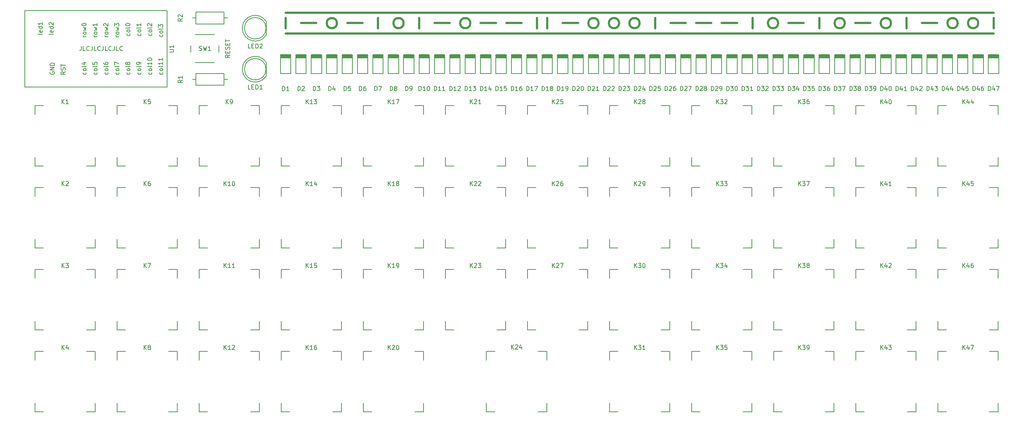
<source format=gbr>
%TF.GenerationSoftware,KiCad,Pcbnew,(5.1.12)-1*%
%TF.CreationDate,2022-01-30T22:31:33-08:00*%
%TF.ProjectId,ortho40,6f727468-6f34-4302-9e6b-696361645f70,rev?*%
%TF.SameCoordinates,Original*%
%TF.FileFunction,Legend,Top*%
%TF.FilePolarity,Positive*%
%FSLAX46Y46*%
G04 Gerber Fmt 4.6, Leading zero omitted, Abs format (unit mm)*
G04 Created by KiCad (PCBNEW (5.1.12)-1) date 2022-01-30 22:31:33*
%MOMM*%
%LPD*%
G01*
G04 APERTURE LIST*
%ADD10C,0.500000*%
%ADD11C,0.150000*%
%ADD12C,0.100000*%
G04 APERTURE END LIST*
D10*
X110728590Y46434570D02*
X110728590Y44053310D01*
X-53578350Y46434570D02*
X-53578350Y44053310D01*
D11*
X-101019047Y39847619D02*
X-101019047Y39133333D01*
X-101066666Y38990476D01*
X-101161904Y38895238D01*
X-101304761Y38847619D01*
X-101400000Y38847619D01*
X-100066666Y38847619D02*
X-100542857Y38847619D01*
X-100542857Y39847619D01*
X-99161904Y38942857D02*
X-99209523Y38895238D01*
X-99352380Y38847619D01*
X-99447619Y38847619D01*
X-99590476Y38895238D01*
X-99685714Y38990476D01*
X-99733333Y39085714D01*
X-99780952Y39276190D01*
X-99780952Y39419047D01*
X-99733333Y39609523D01*
X-99685714Y39704761D01*
X-99590476Y39800000D01*
X-99447619Y39847619D01*
X-99352380Y39847619D01*
X-99209523Y39800000D01*
X-99161904Y39752380D01*
X-98447619Y39847619D02*
X-98447619Y39133333D01*
X-98495238Y38990476D01*
X-98590476Y38895238D01*
X-98733333Y38847619D01*
X-98828571Y38847619D01*
X-97495238Y38847619D02*
X-97971428Y38847619D01*
X-97971428Y39847619D01*
X-96590476Y38942857D02*
X-96638095Y38895238D01*
X-96780952Y38847619D01*
X-96876190Y38847619D01*
X-97019047Y38895238D01*
X-97114285Y38990476D01*
X-97161904Y39085714D01*
X-97209523Y39276190D01*
X-97209523Y39419047D01*
X-97161904Y39609523D01*
X-97114285Y39704761D01*
X-97019047Y39800000D01*
X-96876190Y39847619D01*
X-96780952Y39847619D01*
X-96638095Y39800000D01*
X-96590476Y39752380D01*
X-95876190Y39847619D02*
X-95876190Y39133333D01*
X-95923809Y38990476D01*
X-96019047Y38895238D01*
X-96161904Y38847619D01*
X-96257142Y38847619D01*
X-94923809Y38847619D02*
X-95400000Y38847619D01*
X-95400000Y39847619D01*
X-94019047Y38942857D02*
X-94066666Y38895238D01*
X-94209523Y38847619D01*
X-94304761Y38847619D01*
X-94447619Y38895238D01*
X-94542857Y38990476D01*
X-94590476Y39085714D01*
X-94638095Y39276190D01*
X-94638095Y39419047D01*
X-94590476Y39609523D01*
X-94542857Y39704761D01*
X-94447619Y39800000D01*
X-94304761Y39847619D01*
X-94209523Y39847619D01*
X-94066666Y39800000D01*
X-94019047Y39752380D01*
X-93304761Y39847619D02*
X-93304761Y39133333D01*
X-93352380Y38990476D01*
X-93447619Y38895238D01*
X-93590476Y38847619D01*
X-93685714Y38847619D01*
X-92352380Y38847619D02*
X-92828571Y38847619D01*
X-92828571Y39847619D01*
X-91447619Y38942857D02*
X-91495238Y38895238D01*
X-91638095Y38847619D01*
X-91733333Y38847619D01*
X-91876190Y38895238D01*
X-91971428Y38990476D01*
X-92019047Y39085714D01*
X-92066666Y39276190D01*
X-92066666Y39419047D01*
X-92019047Y39609523D01*
X-91971428Y39704761D01*
X-91876190Y39800000D01*
X-91733333Y39847619D01*
X-91638095Y39847619D01*
X-91495238Y39800000D01*
X-91447619Y39752380D01*
D10*
X7143780Y46434570D02*
X7143780Y44053310D01*
X-26193860Y45243940D02*
G75*
G03*
X-26193860Y45243940I-1190630J0D01*
G01*
D11*
X-82145238Y42543071D02*
X-82097619Y42447833D01*
X-82097619Y42257357D01*
X-82145238Y42162119D01*
X-82192857Y42114500D01*
X-82288095Y42066880D01*
X-82573809Y42066880D01*
X-82669047Y42114500D01*
X-82716666Y42162119D01*
X-82764285Y42257357D01*
X-82764285Y42447833D01*
X-82716666Y42543071D01*
X-82097619Y43114500D02*
X-82145238Y43019261D01*
X-82192857Y42971642D01*
X-82288095Y42924023D01*
X-82573809Y42924023D01*
X-82669047Y42971642D01*
X-82716666Y43019261D01*
X-82764285Y43114500D01*
X-82764285Y43257357D01*
X-82716666Y43352595D01*
X-82669047Y43400214D01*
X-82573809Y43447833D01*
X-82288095Y43447833D01*
X-82192857Y43400214D01*
X-82145238Y43352595D01*
X-82097619Y43257357D01*
X-82097619Y43114500D01*
X-82097619Y44019261D02*
X-82145238Y43924023D01*
X-82240476Y43876404D01*
X-83097619Y43876404D01*
X-83097619Y44304976D02*
X-83097619Y44924023D01*
X-82716666Y44590690D01*
X-82716666Y44733547D01*
X-82669047Y44828785D01*
X-82621428Y44876404D01*
X-82526190Y44924023D01*
X-82288095Y44924023D01*
X-82192857Y44876404D01*
X-82145238Y44828785D01*
X-82097619Y44733547D01*
X-82097619Y44447833D01*
X-82145238Y44352595D01*
X-82192857Y44304976D01*
X-84685238Y42797071D02*
X-84637619Y42701833D01*
X-84637619Y42511357D01*
X-84685238Y42416119D01*
X-84732857Y42368500D01*
X-84828095Y42320880D01*
X-85113809Y42320880D01*
X-85209047Y42368500D01*
X-85256666Y42416119D01*
X-85304285Y42511357D01*
X-85304285Y42701833D01*
X-85256666Y42797071D01*
X-84637619Y43368500D02*
X-84685238Y43273261D01*
X-84732857Y43225642D01*
X-84828095Y43178023D01*
X-85113809Y43178023D01*
X-85209047Y43225642D01*
X-85256666Y43273261D01*
X-85304285Y43368500D01*
X-85304285Y43511357D01*
X-85256666Y43606595D01*
X-85209047Y43654214D01*
X-85113809Y43701833D01*
X-84828095Y43701833D01*
X-84732857Y43654214D01*
X-84685238Y43606595D01*
X-84637619Y43511357D01*
X-84637619Y43368500D01*
X-84637619Y44273261D02*
X-84685238Y44178023D01*
X-84780476Y44130404D01*
X-85637619Y44130404D01*
X-85542380Y44606595D02*
X-85590000Y44654214D01*
X-85637619Y44749452D01*
X-85637619Y44987547D01*
X-85590000Y45082785D01*
X-85542380Y45130404D01*
X-85447142Y45178023D01*
X-85351904Y45178023D01*
X-85209047Y45130404D01*
X-84637619Y44558976D01*
X-84637619Y45178023D01*
X-87225238Y42797071D02*
X-87177619Y42701833D01*
X-87177619Y42511357D01*
X-87225238Y42416119D01*
X-87272857Y42368500D01*
X-87368095Y42320880D01*
X-87653809Y42320880D01*
X-87749047Y42368500D01*
X-87796666Y42416119D01*
X-87844285Y42511357D01*
X-87844285Y42701833D01*
X-87796666Y42797071D01*
X-87177619Y43368500D02*
X-87225238Y43273261D01*
X-87272857Y43225642D01*
X-87368095Y43178023D01*
X-87653809Y43178023D01*
X-87749047Y43225642D01*
X-87796666Y43273261D01*
X-87844285Y43368500D01*
X-87844285Y43511357D01*
X-87796666Y43606595D01*
X-87749047Y43654214D01*
X-87653809Y43701833D01*
X-87368095Y43701833D01*
X-87272857Y43654214D01*
X-87225238Y43606595D01*
X-87177619Y43511357D01*
X-87177619Y43368500D01*
X-87177619Y44273261D02*
X-87225238Y44178023D01*
X-87320476Y44130404D01*
X-88177619Y44130404D01*
X-87177619Y45178023D02*
X-87177619Y44606595D01*
X-87177619Y44892309D02*
X-88177619Y44892309D01*
X-88034761Y44797071D01*
X-87939523Y44701833D01*
X-87891904Y44606595D01*
X-89765238Y42797071D02*
X-89717619Y42701833D01*
X-89717619Y42511357D01*
X-89765238Y42416119D01*
X-89812857Y42368500D01*
X-89908095Y42320880D01*
X-90193809Y42320880D01*
X-90289047Y42368500D01*
X-90336666Y42416119D01*
X-90384285Y42511357D01*
X-90384285Y42701833D01*
X-90336666Y42797071D01*
X-89717619Y43368500D02*
X-89765238Y43273261D01*
X-89812857Y43225642D01*
X-89908095Y43178023D01*
X-90193809Y43178023D01*
X-90289047Y43225642D01*
X-90336666Y43273261D01*
X-90384285Y43368500D01*
X-90384285Y43511357D01*
X-90336666Y43606595D01*
X-90289047Y43654214D01*
X-90193809Y43701833D01*
X-89908095Y43701833D01*
X-89812857Y43654214D01*
X-89765238Y43606595D01*
X-89717619Y43511357D01*
X-89717619Y43368500D01*
X-89717619Y44273261D02*
X-89765238Y44178023D01*
X-89860476Y44130404D01*
X-90717619Y44130404D01*
X-90717619Y44844690D02*
X-90717619Y44939928D01*
X-90670000Y45035166D01*
X-90622380Y45082785D01*
X-90527142Y45130404D01*
X-90336666Y45178023D01*
X-90098571Y45178023D01*
X-89908095Y45130404D01*
X-89812857Y45082785D01*
X-89765238Y45035166D01*
X-89717619Y44939928D01*
X-89717619Y44844690D01*
X-89765238Y44749452D01*
X-89812857Y44701833D01*
X-89908095Y44654214D01*
X-90098571Y44606595D01*
X-90336666Y44606595D01*
X-90527142Y44654214D01*
X-90622380Y44701833D01*
X-90670000Y44749452D01*
X-90717619Y44844690D01*
X-92257619Y42082785D02*
X-92924285Y42082785D01*
X-92733809Y42082785D02*
X-92829047Y42130404D01*
X-92876666Y42178023D01*
X-92924285Y42273261D01*
X-92924285Y42368500D01*
X-92257619Y42844690D02*
X-92305238Y42749452D01*
X-92352857Y42701833D01*
X-92448095Y42654214D01*
X-92733809Y42654214D01*
X-92829047Y42701833D01*
X-92876666Y42749452D01*
X-92924285Y42844690D01*
X-92924285Y42987547D01*
X-92876666Y43082785D01*
X-92829047Y43130404D01*
X-92733809Y43178023D01*
X-92448095Y43178023D01*
X-92352857Y43130404D01*
X-92305238Y43082785D01*
X-92257619Y42987547D01*
X-92257619Y42844690D01*
X-92924285Y43511357D02*
X-92257619Y43701833D01*
X-92733809Y43892309D01*
X-92257619Y44082785D01*
X-92924285Y44273261D01*
X-93257619Y44558976D02*
X-93257619Y45178023D01*
X-92876666Y44844690D01*
X-92876666Y44987547D01*
X-92829047Y45082785D01*
X-92781428Y45130404D01*
X-92686190Y45178023D01*
X-92448095Y45178023D01*
X-92352857Y45130404D01*
X-92305238Y45082785D01*
X-92257619Y44987547D01*
X-92257619Y44701833D01*
X-92305238Y44606595D01*
X-92352857Y44558976D01*
X-94797619Y42082785D02*
X-95464285Y42082785D01*
X-95273809Y42082785D02*
X-95369047Y42130404D01*
X-95416666Y42178023D01*
X-95464285Y42273261D01*
X-95464285Y42368500D01*
X-94797619Y42844690D02*
X-94845238Y42749452D01*
X-94892857Y42701833D01*
X-94988095Y42654214D01*
X-95273809Y42654214D01*
X-95369047Y42701833D01*
X-95416666Y42749452D01*
X-95464285Y42844690D01*
X-95464285Y42987547D01*
X-95416666Y43082785D01*
X-95369047Y43130404D01*
X-95273809Y43178023D01*
X-94988095Y43178023D01*
X-94892857Y43130404D01*
X-94845238Y43082785D01*
X-94797619Y42987547D01*
X-94797619Y42844690D01*
X-95464285Y43511357D02*
X-94797619Y43701833D01*
X-95273809Y43892309D01*
X-94797619Y44082785D01*
X-95464285Y44273261D01*
X-95702380Y44606595D02*
X-95750000Y44654214D01*
X-95797619Y44749452D01*
X-95797619Y44987547D01*
X-95750000Y45082785D01*
X-95702380Y45130404D01*
X-95607142Y45178023D01*
X-95511904Y45178023D01*
X-95369047Y45130404D01*
X-94797619Y44558976D01*
X-94797619Y45178023D01*
X-97337619Y42082785D02*
X-98004285Y42082785D01*
X-97813809Y42082785D02*
X-97909047Y42130404D01*
X-97956666Y42178023D01*
X-98004285Y42273261D01*
X-98004285Y42368500D01*
X-97337619Y42844690D02*
X-97385238Y42749452D01*
X-97432857Y42701833D01*
X-97528095Y42654214D01*
X-97813809Y42654214D01*
X-97909047Y42701833D01*
X-97956666Y42749452D01*
X-98004285Y42844690D01*
X-98004285Y42987547D01*
X-97956666Y43082785D01*
X-97909047Y43130404D01*
X-97813809Y43178023D01*
X-97528095Y43178023D01*
X-97432857Y43130404D01*
X-97385238Y43082785D01*
X-97337619Y42987547D01*
X-97337619Y42844690D01*
X-98004285Y43511357D02*
X-97337619Y43701833D01*
X-97813809Y43892309D01*
X-97337619Y44082785D01*
X-98004285Y44273261D01*
X-97337619Y45178023D02*
X-97337619Y44606595D01*
X-97337619Y44892309D02*
X-98337619Y44892309D01*
X-98194761Y44797071D01*
X-98099523Y44701833D01*
X-98051904Y44606595D01*
X-99877619Y42082785D02*
X-100544285Y42082785D01*
X-100353809Y42082785D02*
X-100449047Y42130404D01*
X-100496666Y42178023D01*
X-100544285Y42273261D01*
X-100544285Y42368500D01*
X-99877619Y42844690D02*
X-99925238Y42749452D01*
X-99972857Y42701833D01*
X-100068095Y42654214D01*
X-100353809Y42654214D01*
X-100449047Y42701833D01*
X-100496666Y42749452D01*
X-100544285Y42844690D01*
X-100544285Y42987547D01*
X-100496666Y43082785D01*
X-100449047Y43130404D01*
X-100353809Y43178023D01*
X-100068095Y43178023D01*
X-99972857Y43130404D01*
X-99925238Y43082785D01*
X-99877619Y42987547D01*
X-99877619Y42844690D01*
X-100544285Y43511357D02*
X-99877619Y43701833D01*
X-100353809Y43892309D01*
X-99877619Y44082785D01*
X-100544285Y44273261D01*
X-100877619Y44844690D02*
X-100877619Y44939928D01*
X-100830000Y45035166D01*
X-100782380Y45082785D01*
X-100687142Y45130404D01*
X-100496666Y45178023D01*
X-100258571Y45178023D01*
X-100068095Y45130404D01*
X-99972857Y45082785D01*
X-99925238Y45035166D01*
X-99877619Y44939928D01*
X-99877619Y44844690D01*
X-99925238Y44749452D01*
X-99972857Y44701833D01*
X-100068095Y44654214D01*
X-100258571Y44606595D01*
X-100496666Y44606595D01*
X-100687142Y44654214D01*
X-100782380Y44701833D01*
X-100830000Y44749452D01*
X-100877619Y44844690D01*
X-107497619Y42761904D02*
X-107545238Y42666666D01*
X-107640476Y42619047D01*
X-108497619Y42619047D01*
X-107545238Y43523809D02*
X-107497619Y43428571D01*
X-107497619Y43238095D01*
X-107545238Y43142857D01*
X-107640476Y43095238D01*
X-108021428Y43095238D01*
X-108116666Y43142857D01*
X-108164285Y43238095D01*
X-108164285Y43428571D01*
X-108116666Y43523809D01*
X-108021428Y43571428D01*
X-107926190Y43571428D01*
X-107830952Y43095238D01*
X-107497619Y44428571D02*
X-108497619Y44428571D01*
X-107545238Y44428571D02*
X-107497619Y44333333D01*
X-107497619Y44142857D01*
X-107545238Y44047619D01*
X-107592857Y44000000D01*
X-107688095Y43952380D01*
X-107973809Y43952380D01*
X-108069047Y44000000D01*
X-108116666Y44047619D01*
X-108164285Y44142857D01*
X-108164285Y44333333D01*
X-108116666Y44428571D01*
X-108402380Y44857142D02*
X-108450000Y44904761D01*
X-108497619Y45000000D01*
X-108497619Y45238095D01*
X-108450000Y45333333D01*
X-108402380Y45380952D01*
X-108307142Y45428571D01*
X-108211904Y45428571D01*
X-108069047Y45380952D01*
X-107497619Y44809523D01*
X-107497619Y45428571D01*
X-110037619Y42765357D02*
X-110085238Y42670119D01*
X-110180476Y42622500D01*
X-111037619Y42622500D01*
X-110085238Y43527261D02*
X-110037619Y43432023D01*
X-110037619Y43241547D01*
X-110085238Y43146309D01*
X-110180476Y43098690D01*
X-110561428Y43098690D01*
X-110656666Y43146309D01*
X-110704285Y43241547D01*
X-110704285Y43432023D01*
X-110656666Y43527261D01*
X-110561428Y43574880D01*
X-110466190Y43574880D01*
X-110370952Y43098690D01*
X-110037619Y44432023D02*
X-111037619Y44432023D01*
X-110085238Y44432023D02*
X-110037619Y44336785D01*
X-110037619Y44146309D01*
X-110085238Y44051071D01*
X-110132857Y44003452D01*
X-110228095Y43955833D01*
X-110513809Y43955833D01*
X-110609047Y44003452D01*
X-110656666Y44051071D01*
X-110704285Y44146309D01*
X-110704285Y44336785D01*
X-110656666Y44432023D01*
X-110037619Y45432023D02*
X-110037619Y44860595D01*
X-110037619Y45146309D02*
X-111037619Y45146309D01*
X-110894761Y45051071D01*
X-110799523Y44955833D01*
X-110751904Y44860595D01*
X-82145238Y33784166D02*
X-82097619Y33688928D01*
X-82097619Y33498452D01*
X-82145238Y33403214D01*
X-82192857Y33355595D01*
X-82288095Y33307976D01*
X-82573809Y33307976D01*
X-82669047Y33355595D01*
X-82716666Y33403214D01*
X-82764285Y33498452D01*
X-82764285Y33688928D01*
X-82716666Y33784166D01*
X-82097619Y34355595D02*
X-82145238Y34260357D01*
X-82192857Y34212738D01*
X-82288095Y34165119D01*
X-82573809Y34165119D01*
X-82669047Y34212738D01*
X-82716666Y34260357D01*
X-82764285Y34355595D01*
X-82764285Y34498452D01*
X-82716666Y34593690D01*
X-82669047Y34641309D01*
X-82573809Y34688928D01*
X-82288095Y34688928D01*
X-82192857Y34641309D01*
X-82145238Y34593690D01*
X-82097619Y34498452D01*
X-82097619Y34355595D01*
X-82097619Y35260357D02*
X-82145238Y35165119D01*
X-82240476Y35117500D01*
X-83097619Y35117500D01*
X-82097619Y36165119D02*
X-82097619Y35593690D01*
X-82097619Y35879404D02*
X-83097619Y35879404D01*
X-82954761Y35784166D01*
X-82859523Y35688928D01*
X-82811904Y35593690D01*
X-82097619Y37117500D02*
X-82097619Y36546071D01*
X-82097619Y36831785D02*
X-83097619Y36831785D01*
X-82954761Y36736547D01*
X-82859523Y36641309D01*
X-82811904Y36546071D01*
X-84685238Y33784166D02*
X-84637619Y33688928D01*
X-84637619Y33498452D01*
X-84685238Y33403214D01*
X-84732857Y33355595D01*
X-84828095Y33307976D01*
X-85113809Y33307976D01*
X-85209047Y33355595D01*
X-85256666Y33403214D01*
X-85304285Y33498452D01*
X-85304285Y33688928D01*
X-85256666Y33784166D01*
X-84637619Y34355595D02*
X-84685238Y34260357D01*
X-84732857Y34212738D01*
X-84828095Y34165119D01*
X-85113809Y34165119D01*
X-85209047Y34212738D01*
X-85256666Y34260357D01*
X-85304285Y34355595D01*
X-85304285Y34498452D01*
X-85256666Y34593690D01*
X-85209047Y34641309D01*
X-85113809Y34688928D01*
X-84828095Y34688928D01*
X-84732857Y34641309D01*
X-84685238Y34593690D01*
X-84637619Y34498452D01*
X-84637619Y34355595D01*
X-84637619Y35260357D02*
X-84685238Y35165119D01*
X-84780476Y35117500D01*
X-85637619Y35117500D01*
X-84637619Y36165119D02*
X-84637619Y35593690D01*
X-84637619Y35879404D02*
X-85637619Y35879404D01*
X-85494761Y35784166D01*
X-85399523Y35688928D01*
X-85351904Y35593690D01*
X-85637619Y36784166D02*
X-85637619Y36879404D01*
X-85590000Y36974642D01*
X-85542380Y37022261D01*
X-85447142Y37069880D01*
X-85256666Y37117500D01*
X-85018571Y37117500D01*
X-84828095Y37069880D01*
X-84732857Y37022261D01*
X-84685238Y36974642D01*
X-84637619Y36879404D01*
X-84637619Y36784166D01*
X-84685238Y36688928D01*
X-84732857Y36641309D01*
X-84828095Y36593690D01*
X-85018571Y36546071D01*
X-85256666Y36546071D01*
X-85447142Y36593690D01*
X-85542380Y36641309D01*
X-85590000Y36688928D01*
X-85637619Y36784166D01*
X-87225238Y33784166D02*
X-87177619Y33688928D01*
X-87177619Y33498452D01*
X-87225238Y33403214D01*
X-87272857Y33355595D01*
X-87368095Y33307976D01*
X-87653809Y33307976D01*
X-87749047Y33355595D01*
X-87796666Y33403214D01*
X-87844285Y33498452D01*
X-87844285Y33688928D01*
X-87796666Y33784166D01*
X-87177619Y34355595D02*
X-87225238Y34260357D01*
X-87272857Y34212738D01*
X-87368095Y34165119D01*
X-87653809Y34165119D01*
X-87749047Y34212738D01*
X-87796666Y34260357D01*
X-87844285Y34355595D01*
X-87844285Y34498452D01*
X-87796666Y34593690D01*
X-87749047Y34641309D01*
X-87653809Y34688928D01*
X-87368095Y34688928D01*
X-87272857Y34641309D01*
X-87225238Y34593690D01*
X-87177619Y34498452D01*
X-87177619Y34355595D01*
X-87177619Y35260357D02*
X-87225238Y35165119D01*
X-87320476Y35117500D01*
X-88177619Y35117500D01*
X-87177619Y35688928D02*
X-87177619Y35879404D01*
X-87225238Y35974642D01*
X-87272857Y36022261D01*
X-87415714Y36117500D01*
X-87606190Y36165119D01*
X-87987142Y36165119D01*
X-88082380Y36117500D01*
X-88130000Y36069880D01*
X-88177619Y35974642D01*
X-88177619Y35784166D01*
X-88130000Y35688928D01*
X-88082380Y35641309D01*
X-87987142Y35593690D01*
X-87749047Y35593690D01*
X-87653809Y35641309D01*
X-87606190Y35688928D01*
X-87558571Y35784166D01*
X-87558571Y35974642D01*
X-87606190Y36069880D01*
X-87653809Y36117500D01*
X-87749047Y36165119D01*
X-89765238Y33784166D02*
X-89717619Y33688928D01*
X-89717619Y33498452D01*
X-89765238Y33403214D01*
X-89812857Y33355595D01*
X-89908095Y33307976D01*
X-90193809Y33307976D01*
X-90289047Y33355595D01*
X-90336666Y33403214D01*
X-90384285Y33498452D01*
X-90384285Y33688928D01*
X-90336666Y33784166D01*
X-89717619Y34355595D02*
X-89765238Y34260357D01*
X-89812857Y34212738D01*
X-89908095Y34165119D01*
X-90193809Y34165119D01*
X-90289047Y34212738D01*
X-90336666Y34260357D01*
X-90384285Y34355595D01*
X-90384285Y34498452D01*
X-90336666Y34593690D01*
X-90289047Y34641309D01*
X-90193809Y34688928D01*
X-89908095Y34688928D01*
X-89812857Y34641309D01*
X-89765238Y34593690D01*
X-89717619Y34498452D01*
X-89717619Y34355595D01*
X-89717619Y35260357D02*
X-89765238Y35165119D01*
X-89860476Y35117500D01*
X-90717619Y35117500D01*
X-90289047Y35784166D02*
X-90336666Y35688928D01*
X-90384285Y35641309D01*
X-90479523Y35593690D01*
X-90527142Y35593690D01*
X-90622380Y35641309D01*
X-90670000Y35688928D01*
X-90717619Y35784166D01*
X-90717619Y35974642D01*
X-90670000Y36069880D01*
X-90622380Y36117500D01*
X-90527142Y36165119D01*
X-90479523Y36165119D01*
X-90384285Y36117500D01*
X-90336666Y36069880D01*
X-90289047Y35974642D01*
X-90289047Y35784166D01*
X-90241428Y35688928D01*
X-90193809Y35641309D01*
X-90098571Y35593690D01*
X-89908095Y35593690D01*
X-89812857Y35641309D01*
X-89765238Y35688928D01*
X-89717619Y35784166D01*
X-89717619Y35974642D01*
X-89765238Y36069880D01*
X-89812857Y36117500D01*
X-89908095Y36165119D01*
X-90098571Y36165119D01*
X-90193809Y36117500D01*
X-90241428Y36069880D01*
X-90289047Y35974642D01*
X-92305238Y33784166D02*
X-92257619Y33688928D01*
X-92257619Y33498452D01*
X-92305238Y33403214D01*
X-92352857Y33355595D01*
X-92448095Y33307976D01*
X-92733809Y33307976D01*
X-92829047Y33355595D01*
X-92876666Y33403214D01*
X-92924285Y33498452D01*
X-92924285Y33688928D01*
X-92876666Y33784166D01*
X-92257619Y34355595D02*
X-92305238Y34260357D01*
X-92352857Y34212738D01*
X-92448095Y34165119D01*
X-92733809Y34165119D01*
X-92829047Y34212738D01*
X-92876666Y34260357D01*
X-92924285Y34355595D01*
X-92924285Y34498452D01*
X-92876666Y34593690D01*
X-92829047Y34641309D01*
X-92733809Y34688928D01*
X-92448095Y34688928D01*
X-92352857Y34641309D01*
X-92305238Y34593690D01*
X-92257619Y34498452D01*
X-92257619Y34355595D01*
X-92257619Y35260357D02*
X-92305238Y35165119D01*
X-92400476Y35117500D01*
X-93257619Y35117500D01*
X-93257619Y35546071D02*
X-93257619Y36212738D01*
X-92257619Y35784166D01*
X-94845238Y33784166D02*
X-94797619Y33688928D01*
X-94797619Y33498452D01*
X-94845238Y33403214D01*
X-94892857Y33355595D01*
X-94988095Y33307976D01*
X-95273809Y33307976D01*
X-95369047Y33355595D01*
X-95416666Y33403214D01*
X-95464285Y33498452D01*
X-95464285Y33688928D01*
X-95416666Y33784166D01*
X-94797619Y34355595D02*
X-94845238Y34260357D01*
X-94892857Y34212738D01*
X-94988095Y34165119D01*
X-95273809Y34165119D01*
X-95369047Y34212738D01*
X-95416666Y34260357D01*
X-95464285Y34355595D01*
X-95464285Y34498452D01*
X-95416666Y34593690D01*
X-95369047Y34641309D01*
X-95273809Y34688928D01*
X-94988095Y34688928D01*
X-94892857Y34641309D01*
X-94845238Y34593690D01*
X-94797619Y34498452D01*
X-94797619Y34355595D01*
X-94797619Y35260357D02*
X-94845238Y35165119D01*
X-94940476Y35117500D01*
X-95797619Y35117500D01*
X-95797619Y36069880D02*
X-95797619Y35879404D01*
X-95750000Y35784166D01*
X-95702380Y35736547D01*
X-95559523Y35641309D01*
X-95369047Y35593690D01*
X-94988095Y35593690D01*
X-94892857Y35641309D01*
X-94845238Y35688928D01*
X-94797619Y35784166D01*
X-94797619Y35974642D01*
X-94845238Y36069880D01*
X-94892857Y36117500D01*
X-94988095Y36165119D01*
X-95226190Y36165119D01*
X-95321428Y36117500D01*
X-95369047Y36069880D01*
X-95416666Y35974642D01*
X-95416666Y35784166D01*
X-95369047Y35688928D01*
X-95321428Y35641309D01*
X-95226190Y35593690D01*
X-97385238Y33784166D02*
X-97337619Y33688928D01*
X-97337619Y33498452D01*
X-97385238Y33403214D01*
X-97432857Y33355595D01*
X-97528095Y33307976D01*
X-97813809Y33307976D01*
X-97909047Y33355595D01*
X-97956666Y33403214D01*
X-98004285Y33498452D01*
X-98004285Y33688928D01*
X-97956666Y33784166D01*
X-97337619Y34355595D02*
X-97385238Y34260357D01*
X-97432857Y34212738D01*
X-97528095Y34165119D01*
X-97813809Y34165119D01*
X-97909047Y34212738D01*
X-97956666Y34260357D01*
X-98004285Y34355595D01*
X-98004285Y34498452D01*
X-97956666Y34593690D01*
X-97909047Y34641309D01*
X-97813809Y34688928D01*
X-97528095Y34688928D01*
X-97432857Y34641309D01*
X-97385238Y34593690D01*
X-97337619Y34498452D01*
X-97337619Y34355595D01*
X-97337619Y35260357D02*
X-97385238Y35165119D01*
X-97480476Y35117500D01*
X-98337619Y35117500D01*
X-98337619Y36117500D02*
X-98337619Y35641309D01*
X-97861428Y35593690D01*
X-97909047Y35641309D01*
X-97956666Y35736547D01*
X-97956666Y35974642D01*
X-97909047Y36069880D01*
X-97861428Y36117500D01*
X-97766190Y36165119D01*
X-97528095Y36165119D01*
X-97432857Y36117500D01*
X-97385238Y36069880D01*
X-97337619Y35974642D01*
X-97337619Y35736547D01*
X-97385238Y35641309D01*
X-97432857Y35593690D01*
X-99925238Y33784166D02*
X-99877619Y33688928D01*
X-99877619Y33498452D01*
X-99925238Y33403214D01*
X-99972857Y33355595D01*
X-100068095Y33307976D01*
X-100353809Y33307976D01*
X-100449047Y33355595D01*
X-100496666Y33403214D01*
X-100544285Y33498452D01*
X-100544285Y33688928D01*
X-100496666Y33784166D01*
X-99877619Y34355595D02*
X-99925238Y34260357D01*
X-99972857Y34212738D01*
X-100068095Y34165119D01*
X-100353809Y34165119D01*
X-100449047Y34212738D01*
X-100496666Y34260357D01*
X-100544285Y34355595D01*
X-100544285Y34498452D01*
X-100496666Y34593690D01*
X-100449047Y34641309D01*
X-100353809Y34688928D01*
X-100068095Y34688928D01*
X-99972857Y34641309D01*
X-99925238Y34593690D01*
X-99877619Y34498452D01*
X-99877619Y34355595D01*
X-99877619Y35260357D02*
X-99925238Y35165119D01*
X-100020476Y35117500D01*
X-100877619Y35117500D01*
X-100544285Y36069880D02*
X-99877619Y36069880D01*
X-100925238Y35831785D02*
X-100210952Y35593690D01*
X-100210952Y36212738D01*
X-104722899Y33927023D02*
X-105199089Y33593690D01*
X-104722899Y33355595D02*
X-105722899Y33355595D01*
X-105722899Y33736547D01*
X-105675280Y33831785D01*
X-105627660Y33879404D01*
X-105532422Y33927023D01*
X-105389565Y33927023D01*
X-105294327Y33879404D01*
X-105246708Y33831785D01*
X-105199089Y33736547D01*
X-105199089Y33355595D01*
X-104770518Y34307976D02*
X-104722899Y34450833D01*
X-104722899Y34688928D01*
X-104770518Y34784166D01*
X-104818137Y34831785D01*
X-104913375Y34879404D01*
X-105008613Y34879404D01*
X-105103851Y34831785D01*
X-105151470Y34784166D01*
X-105199089Y34688928D01*
X-105246708Y34498452D01*
X-105294327Y34403214D01*
X-105341946Y34355595D01*
X-105437184Y34307976D01*
X-105532422Y34307976D01*
X-105627660Y34355595D01*
X-105675280Y34403214D01*
X-105722899Y34498452D01*
X-105722899Y34736547D01*
X-105675280Y34879404D01*
X-105722899Y35165119D02*
X-105722899Y35736547D01*
X-104722899Y35450833D02*
X-105722899Y35450833D01*
X-108196000Y33879404D02*
X-108243619Y33784166D01*
X-108243619Y33641309D01*
X-108196000Y33498452D01*
X-108100761Y33403214D01*
X-108005523Y33355595D01*
X-107815047Y33307976D01*
X-107672190Y33307976D01*
X-107481714Y33355595D01*
X-107386476Y33403214D01*
X-107291238Y33498452D01*
X-107243619Y33641309D01*
X-107243619Y33736547D01*
X-107291238Y33879404D01*
X-107338857Y33927023D01*
X-107672190Y33927023D01*
X-107672190Y33736547D01*
X-107243619Y34355595D02*
X-108243619Y34355595D01*
X-107243619Y34927023D01*
X-108243619Y34927023D01*
X-107243619Y35403214D02*
X-108243619Y35403214D01*
X-108243619Y35641309D01*
X-108196000Y35784166D01*
X-108100761Y35879404D01*
X-108005523Y35927023D01*
X-107815047Y35974642D01*
X-107672190Y35974642D01*
X-107481714Y35927023D01*
X-107386476Y35879404D01*
X-107291238Y35784166D01*
X-107243619Y35641309D01*
X-107243619Y35403214D01*
D10*
X90487880Y46434570D02*
X90487880Y44053310D01*
X70247170Y46434570D02*
X70247170Y44053310D01*
X54768980Y46434570D02*
X54768980Y44053310D01*
X32147010Y46434570D02*
X32147010Y44053310D01*
X4762520Y46434570D02*
X4762520Y44053310D01*
X-22621970Y46434570D02*
X-22621970Y44053310D01*
X-32147010Y46434570D02*
X-32147010Y44053310D01*
X107156700Y45243940D02*
G75*
G03*
X107156700Y45243940I-1190630J0D01*
G01*
X102394180Y45243940D02*
G75*
G03*
X102394180Y45243940I-1190630J0D01*
G01*
X94059770Y45243940D02*
X97631660Y45243940D01*
X86915990Y45243940D02*
G75*
G03*
X86915990Y45243940I-1190630J0D01*
G01*
X78581580Y45243940D02*
X82153470Y45243940D01*
X76200320Y45243940D02*
G75*
G03*
X76200320Y45243940I-1190630J0D01*
G01*
X63103390Y45243940D02*
X66675280Y45243940D01*
X60722130Y45243940D02*
G75*
G03*
X60722130Y45243940I-1190630J0D01*
G01*
X47625200Y45243940D02*
X51197090Y45243940D01*
X41672050Y45243940D02*
X45243940Y45243940D01*
X35718900Y45243940D02*
X39290790Y45243940D01*
X28575120Y45243940D02*
G75*
G03*
X28575120Y45243940I-1190630J0D01*
G01*
X23812600Y45243940D02*
G75*
G03*
X23812600Y45243940I-1190630J0D01*
G01*
X19050080Y45243940D02*
G75*
G03*
X19050080Y45243940I-1190630J0D01*
G01*
X10715670Y45243940D02*
X14287560Y45243940D01*
X-2381260Y45243940D02*
X1190630Y45243940D01*
X-8334410Y45243940D02*
X-4762520Y45243940D01*
X-10715670Y45243940D02*
G75*
G03*
X-10715670Y45243940I-1190630J0D01*
G01*
X-19050080Y45243940D02*
X-15478190Y45243940D01*
X-39290790Y45243940D02*
X-35718900Y45243940D01*
X-41672050Y45243940D02*
G75*
G03*
X-41672050Y45243940I-1190630J0D01*
G01*
X-50006460Y45243940D02*
X-46434570Y45243940D01*
X110728590Y47625200D02*
X-53578350Y47625200D01*
X-53578350Y42862680D02*
X110728590Y42862680D01*
D11*
X-66547619Y37838409D02*
X-67023809Y37505075D01*
X-66547619Y37266980D02*
X-67547619Y37266980D01*
X-67547619Y37647932D01*
X-67500000Y37743170D01*
X-67452380Y37790790D01*
X-67357142Y37838409D01*
X-67214285Y37838409D01*
X-67119047Y37790790D01*
X-67071428Y37743170D01*
X-67023809Y37647932D01*
X-67023809Y37266980D01*
X-67071428Y38266980D02*
X-67071428Y38600313D01*
X-66547619Y38743170D02*
X-66547619Y38266980D01*
X-67547619Y38266980D01*
X-67547619Y38743170D01*
X-66595238Y39124123D02*
X-66547619Y39266980D01*
X-66547619Y39505075D01*
X-66595238Y39600313D01*
X-66642857Y39647932D01*
X-66738095Y39695551D01*
X-66833333Y39695551D01*
X-66928571Y39647932D01*
X-66976190Y39600313D01*
X-67023809Y39505075D01*
X-67071428Y39314599D01*
X-67119047Y39219361D01*
X-67166666Y39171742D01*
X-67261904Y39124123D01*
X-67357142Y39124123D01*
X-67452380Y39171742D01*
X-67500000Y39219361D01*
X-67547619Y39314599D01*
X-67547619Y39552694D01*
X-67500000Y39695551D01*
X-67071428Y40124123D02*
X-67071428Y40457456D01*
X-66547619Y40600313D02*
X-66547619Y40124123D01*
X-67547619Y40124123D01*
X-67547619Y40600313D01*
X-67547619Y40886028D02*
X-67547619Y41457456D01*
X-66547619Y41171742D02*
X-67547619Y41171742D01*
%TO.C,K24*%
X5000000Y-45100160D02*
X7000000Y-45100160D01*
X-7000000Y-43100160D02*
X-7000000Y-45100160D01*
X7000000Y-45100160D02*
X7000000Y-43100160D01*
X-5000000Y-45100160D02*
X-7000000Y-45100160D01*
X-5000000Y-31100160D02*
X-7000000Y-31100160D01*
X7000000Y-33100160D02*
X7000000Y-31100160D01*
X5000000Y-31100160D02*
X7000000Y-31100160D01*
X-7000000Y-31100160D02*
X-7000000Y-33100160D01*
%TO.C,K1*%
X-109775440Y26050080D02*
X-111775440Y26050080D01*
X-111775440Y26050080D02*
X-111775440Y24050080D01*
X-111775440Y14050080D02*
X-111775440Y12050080D01*
X-111775440Y12050080D02*
X-109775440Y12050080D01*
X-99775440Y12050080D02*
X-97775440Y12050080D01*
X-97775440Y12050080D02*
X-97775440Y14050080D01*
X-99775440Y26050080D02*
X-97775440Y26050080D01*
X-97775440Y26050080D02*
X-97775440Y24050080D01*
%TO.C,K2*%
X-109775440Y7000000D02*
X-111775440Y7000000D01*
X-111775440Y7000000D02*
X-111775440Y5000000D01*
X-111775440Y-5000000D02*
X-111775440Y-7000000D01*
X-111775440Y-7000000D02*
X-109775440Y-7000000D01*
X-99775440Y-7000000D02*
X-97775440Y-7000000D01*
X-97775440Y-7000000D02*
X-97775440Y-5000000D01*
X-99775440Y7000000D02*
X-97775440Y7000000D01*
X-97775440Y7000000D02*
X-97775440Y5000000D01*
%TO.C,K5*%
X-90725360Y26050080D02*
X-92725360Y26050080D01*
X-92725360Y26050080D02*
X-92725360Y24050080D01*
X-92725360Y14050080D02*
X-92725360Y12050080D01*
X-92725360Y12050080D02*
X-90725360Y12050080D01*
X-80725360Y12050080D02*
X-78725360Y12050080D01*
X-78725360Y12050080D02*
X-78725360Y14050080D01*
X-80725360Y26050080D02*
X-78725360Y26050080D01*
X-78725360Y26050080D02*
X-78725360Y24050080D01*
%TO.C,K40*%
X80725360Y26050080D02*
X78725360Y26050080D01*
X78725360Y26050080D02*
X78725360Y24050080D01*
X78725360Y14050080D02*
X78725360Y12050080D01*
X78725360Y12050080D02*
X80725360Y12050080D01*
X90725360Y12050080D02*
X92725360Y12050080D01*
X92725360Y12050080D02*
X92725360Y14050080D01*
X90725360Y26050080D02*
X92725360Y26050080D01*
X92725360Y26050080D02*
X92725360Y24050080D01*
%TO.C,K10*%
X-71675280Y7000000D02*
X-73675280Y7000000D01*
X-73675280Y7000000D02*
X-73675280Y5000000D01*
X-73675280Y-5000000D02*
X-73675280Y-7000000D01*
X-73675280Y-7000000D02*
X-71675280Y-7000000D01*
X-61675280Y-7000000D02*
X-59675280Y-7000000D01*
X-59675280Y-7000000D02*
X-59675280Y-5000000D01*
X-61675280Y7000000D02*
X-59675280Y7000000D01*
X-59675280Y7000000D02*
X-59675280Y5000000D01*
%TO.C,K47*%
X99775440Y-31100160D02*
X97775440Y-31100160D01*
X97775440Y-31100160D02*
X97775440Y-33100160D01*
X97775440Y-43100160D02*
X97775440Y-45100160D01*
X97775440Y-45100160D02*
X99775440Y-45100160D01*
X109775440Y-45100160D02*
X111775440Y-45100160D01*
X111775440Y-45100160D02*
X111775440Y-43100160D01*
X109775440Y-31100160D02*
X111775440Y-31100160D01*
X111775440Y-31100160D02*
X111775440Y-33100160D01*
%TO.C,K43*%
X80725360Y-31100160D02*
X78725360Y-31100160D01*
X78725360Y-31100160D02*
X78725360Y-33100160D01*
X78725360Y-43100160D02*
X78725360Y-45100160D01*
X78725360Y-45100160D02*
X80725360Y-45100160D01*
X90725360Y-45100160D02*
X92725360Y-45100160D01*
X92725360Y-45100160D02*
X92725360Y-43100160D01*
X90725360Y-31100160D02*
X92725360Y-31100160D01*
X92725360Y-31100160D02*
X92725360Y-33100160D01*
%TO.C,K39*%
X61675280Y-31100160D02*
X59675280Y-31100160D01*
X59675280Y-31100160D02*
X59675280Y-33100160D01*
X59675280Y-43100160D02*
X59675280Y-45100160D01*
X59675280Y-45100160D02*
X61675280Y-45100160D01*
X71675280Y-45100160D02*
X73675280Y-45100160D01*
X73675280Y-45100160D02*
X73675280Y-43100160D01*
X71675280Y-31100160D02*
X73675280Y-31100160D01*
X73675280Y-31100160D02*
X73675280Y-33100160D01*
%TO.C,K35*%
X42625200Y-31100160D02*
X40625200Y-31100160D01*
X40625200Y-31100160D02*
X40625200Y-33100160D01*
X40625200Y-43100160D02*
X40625200Y-45100160D01*
X40625200Y-45100160D02*
X42625200Y-45100160D01*
X52625200Y-45100160D02*
X54625200Y-45100160D01*
X54625200Y-45100160D02*
X54625200Y-43100160D01*
X52625200Y-31100160D02*
X54625200Y-31100160D01*
X54625200Y-31100160D02*
X54625200Y-33100160D01*
%TO.C,K31*%
X23575120Y-31100160D02*
X21575120Y-31100160D01*
X21575120Y-31100160D02*
X21575120Y-33100160D01*
X21575120Y-43100160D02*
X21575120Y-45100160D01*
X21575120Y-45100160D02*
X23575120Y-45100160D01*
X33575120Y-45100160D02*
X35575120Y-45100160D01*
X35575120Y-45100160D02*
X35575120Y-43100160D01*
X33575120Y-31100160D02*
X35575120Y-31100160D01*
X35575120Y-31100160D02*
X35575120Y-33100160D01*
%TO.C,K20*%
X-33575120Y-31100160D02*
X-35575120Y-31100160D01*
X-35575120Y-31100160D02*
X-35575120Y-33100160D01*
X-35575120Y-43100160D02*
X-35575120Y-45100160D01*
X-35575120Y-45100160D02*
X-33575120Y-45100160D01*
X-23575120Y-45100160D02*
X-21575120Y-45100160D01*
X-21575120Y-45100160D02*
X-21575120Y-43100160D01*
X-23575120Y-31100160D02*
X-21575120Y-31100160D01*
X-21575120Y-31100160D02*
X-21575120Y-33100160D01*
%TO.C,K16*%
X-52625200Y-31100160D02*
X-54625200Y-31100160D01*
X-54625200Y-31100160D02*
X-54625200Y-33100160D01*
X-54625200Y-43100160D02*
X-54625200Y-45100160D01*
X-54625200Y-45100160D02*
X-52625200Y-45100160D01*
X-42625200Y-45100160D02*
X-40625200Y-45100160D01*
X-40625200Y-45100160D02*
X-40625200Y-43100160D01*
X-42625200Y-31100160D02*
X-40625200Y-31100160D01*
X-40625200Y-31100160D02*
X-40625200Y-33100160D01*
%TO.C,K12*%
X-71675280Y-31100160D02*
X-73675280Y-31100160D01*
X-73675280Y-31100160D02*
X-73675280Y-33100160D01*
X-73675280Y-43100160D02*
X-73675280Y-45100160D01*
X-73675280Y-45100160D02*
X-71675280Y-45100160D01*
X-61675280Y-45100160D02*
X-59675280Y-45100160D01*
X-59675280Y-45100160D02*
X-59675280Y-43100160D01*
X-61675280Y-31100160D02*
X-59675280Y-31100160D01*
X-59675280Y-31100160D02*
X-59675280Y-33100160D01*
%TO.C,K8*%
X-90725360Y-31100160D02*
X-92725360Y-31100160D01*
X-92725360Y-31100160D02*
X-92725360Y-33100160D01*
X-92725360Y-43100160D02*
X-92725360Y-45100160D01*
X-92725360Y-45100160D02*
X-90725360Y-45100160D01*
X-80725360Y-45100160D02*
X-78725360Y-45100160D01*
X-78725360Y-45100160D02*
X-78725360Y-43100160D01*
X-80725360Y-31100160D02*
X-78725360Y-31100160D01*
X-78725360Y-31100160D02*
X-78725360Y-33100160D01*
%TO.C,K4*%
X-109775440Y-31100160D02*
X-111775440Y-31100160D01*
X-111775440Y-31100160D02*
X-111775440Y-33100160D01*
X-111775440Y-43100160D02*
X-111775440Y-45100160D01*
X-111775440Y-45100160D02*
X-109775440Y-45100160D01*
X-99775440Y-45100160D02*
X-97775440Y-45100160D01*
X-97775440Y-45100160D02*
X-97775440Y-43100160D01*
X-99775440Y-31100160D02*
X-97775440Y-31100160D01*
X-97775440Y-31100160D02*
X-97775440Y-33100160D01*
%TO.C,K46*%
X99775440Y-12050080D02*
X97775440Y-12050080D01*
X97775440Y-12050080D02*
X97775440Y-14050080D01*
X97775440Y-24050080D02*
X97775440Y-26050080D01*
X97775440Y-26050080D02*
X99775440Y-26050080D01*
X109775440Y-26050080D02*
X111775440Y-26050080D01*
X111775440Y-26050080D02*
X111775440Y-24050080D01*
X109775440Y-12050080D02*
X111775440Y-12050080D01*
X111775440Y-12050080D02*
X111775440Y-14050080D01*
%TO.C,K42*%
X80725360Y-12050080D02*
X78725360Y-12050080D01*
X78725360Y-12050080D02*
X78725360Y-14050080D01*
X78725360Y-24050080D02*
X78725360Y-26050080D01*
X78725360Y-26050080D02*
X80725360Y-26050080D01*
X90725360Y-26050080D02*
X92725360Y-26050080D01*
X92725360Y-26050080D02*
X92725360Y-24050080D01*
X90725360Y-12050080D02*
X92725360Y-12050080D01*
X92725360Y-12050080D02*
X92725360Y-14050080D01*
%TO.C,K38*%
X61675280Y-12050080D02*
X59675280Y-12050080D01*
X59675280Y-12050080D02*
X59675280Y-14050080D01*
X59675280Y-24050080D02*
X59675280Y-26050080D01*
X59675280Y-26050080D02*
X61675280Y-26050080D01*
X71675280Y-26050080D02*
X73675280Y-26050080D01*
X73675280Y-26050080D02*
X73675280Y-24050080D01*
X71675280Y-12050080D02*
X73675280Y-12050080D01*
X73675280Y-12050080D02*
X73675280Y-14050080D01*
%TO.C,K34*%
X42625200Y-12050080D02*
X40625200Y-12050080D01*
X40625200Y-12050080D02*
X40625200Y-14050080D01*
X40625200Y-24050080D02*
X40625200Y-26050080D01*
X40625200Y-26050080D02*
X42625200Y-26050080D01*
X52625200Y-26050080D02*
X54625200Y-26050080D01*
X54625200Y-26050080D02*
X54625200Y-24050080D01*
X52625200Y-12050080D02*
X54625200Y-12050080D01*
X54625200Y-12050080D02*
X54625200Y-14050080D01*
%TO.C,K30*%
X23575120Y-12050080D02*
X21575120Y-12050080D01*
X21575120Y-12050080D02*
X21575120Y-14050080D01*
X21575120Y-24050080D02*
X21575120Y-26050080D01*
X21575120Y-26050080D02*
X23575120Y-26050080D01*
X33575120Y-26050080D02*
X35575120Y-26050080D01*
X35575120Y-26050080D02*
X35575120Y-24050080D01*
X33575120Y-12050080D02*
X35575120Y-12050080D01*
X35575120Y-12050080D02*
X35575120Y-14050080D01*
%TO.C,K27*%
X4525040Y-12050080D02*
X2525040Y-12050080D01*
X2525040Y-12050080D02*
X2525040Y-14050080D01*
X2525040Y-24050080D02*
X2525040Y-26050080D01*
X2525040Y-26050080D02*
X4525040Y-26050080D01*
X14525040Y-26050080D02*
X16525040Y-26050080D01*
X16525040Y-26050080D02*
X16525040Y-24050080D01*
X14525040Y-12050080D02*
X16525040Y-12050080D01*
X16525040Y-12050080D02*
X16525040Y-14050080D01*
%TO.C,K23*%
X-14525040Y-12050080D02*
X-16525040Y-12050080D01*
X-16525040Y-12050080D02*
X-16525040Y-14050080D01*
X-16525040Y-24050080D02*
X-16525040Y-26050080D01*
X-16525040Y-26050080D02*
X-14525040Y-26050080D01*
X-4525040Y-26050080D02*
X-2525040Y-26050080D01*
X-2525040Y-26050080D02*
X-2525040Y-24050080D01*
X-4525040Y-12050080D02*
X-2525040Y-12050080D01*
X-2525040Y-12050080D02*
X-2525040Y-14050080D01*
%TO.C,K19*%
X-33575120Y-12050080D02*
X-35575120Y-12050080D01*
X-35575120Y-12050080D02*
X-35575120Y-14050080D01*
X-35575120Y-24050080D02*
X-35575120Y-26050080D01*
X-35575120Y-26050080D02*
X-33575120Y-26050080D01*
X-23575120Y-26050080D02*
X-21575120Y-26050080D01*
X-21575120Y-26050080D02*
X-21575120Y-24050080D01*
X-23575120Y-12050080D02*
X-21575120Y-12050080D01*
X-21575120Y-12050080D02*
X-21575120Y-14050080D01*
%TO.C,K15*%
X-52625200Y-12050080D02*
X-54625200Y-12050080D01*
X-54625200Y-12050080D02*
X-54625200Y-14050080D01*
X-54625200Y-24050080D02*
X-54625200Y-26050080D01*
X-54625200Y-26050080D02*
X-52625200Y-26050080D01*
X-42625200Y-26050080D02*
X-40625200Y-26050080D01*
X-40625200Y-26050080D02*
X-40625200Y-24050080D01*
X-42625200Y-12050080D02*
X-40625200Y-12050080D01*
X-40625200Y-12050080D02*
X-40625200Y-14050080D01*
%TO.C,K11*%
X-71675280Y-12050080D02*
X-73675280Y-12050080D01*
X-73675280Y-12050080D02*
X-73675280Y-14050080D01*
X-73675280Y-24050080D02*
X-73675280Y-26050080D01*
X-73675280Y-26050080D02*
X-71675280Y-26050080D01*
X-61675280Y-26050080D02*
X-59675280Y-26050080D01*
X-59675280Y-26050080D02*
X-59675280Y-24050080D01*
X-61675280Y-12050080D02*
X-59675280Y-12050080D01*
X-59675280Y-12050080D02*
X-59675280Y-14050080D01*
%TO.C,K7*%
X-90725360Y-12050080D02*
X-92725360Y-12050080D01*
X-92725360Y-12050080D02*
X-92725360Y-14050080D01*
X-92725360Y-24050080D02*
X-92725360Y-26050080D01*
X-92725360Y-26050080D02*
X-90725360Y-26050080D01*
X-80725360Y-26050080D02*
X-78725360Y-26050080D01*
X-78725360Y-26050080D02*
X-78725360Y-24050080D01*
X-80725360Y-12050080D02*
X-78725360Y-12050080D01*
X-78725360Y-12050080D02*
X-78725360Y-14050080D01*
%TO.C,K3*%
X-109775440Y-12050080D02*
X-111775440Y-12050080D01*
X-111775440Y-12050080D02*
X-111775440Y-14050080D01*
X-111775440Y-24050080D02*
X-111775440Y-26050080D01*
X-111775440Y-26050080D02*
X-109775440Y-26050080D01*
X-99775440Y-26050080D02*
X-97775440Y-26050080D01*
X-97775440Y-26050080D02*
X-97775440Y-24050080D01*
X-99775440Y-12050080D02*
X-97775440Y-12050080D01*
X-97775440Y-12050080D02*
X-97775440Y-14050080D01*
%TO.C,K45*%
X99775440Y7000000D02*
X97775440Y7000000D01*
X97775440Y7000000D02*
X97775440Y5000000D01*
X97775440Y-5000000D02*
X97775440Y-7000000D01*
X97775440Y-7000000D02*
X99775440Y-7000000D01*
X109775440Y-7000000D02*
X111775440Y-7000000D01*
X111775440Y-7000000D02*
X111775440Y-5000000D01*
X109775440Y7000000D02*
X111775440Y7000000D01*
X111775440Y7000000D02*
X111775440Y5000000D01*
%TO.C,K41*%
X80725360Y7000000D02*
X78725360Y7000000D01*
X78725360Y7000000D02*
X78725360Y5000000D01*
X78725360Y-5000000D02*
X78725360Y-7000000D01*
X78725360Y-7000000D02*
X80725360Y-7000000D01*
X90725360Y-7000000D02*
X92725360Y-7000000D01*
X92725360Y-7000000D02*
X92725360Y-5000000D01*
X90725360Y7000000D02*
X92725360Y7000000D01*
X92725360Y7000000D02*
X92725360Y5000000D01*
%TO.C,K37*%
X61675280Y7000000D02*
X59675280Y7000000D01*
X59675280Y7000000D02*
X59675280Y5000000D01*
X59675280Y-5000000D02*
X59675280Y-7000000D01*
X59675280Y-7000000D02*
X61675280Y-7000000D01*
X71675280Y-7000000D02*
X73675280Y-7000000D01*
X73675280Y-7000000D02*
X73675280Y-5000000D01*
X71675280Y7000000D02*
X73675280Y7000000D01*
X73675280Y7000000D02*
X73675280Y5000000D01*
%TO.C,K33*%
X42625200Y7000000D02*
X40625200Y7000000D01*
X40625200Y7000000D02*
X40625200Y5000000D01*
X40625200Y-5000000D02*
X40625200Y-7000000D01*
X40625200Y-7000000D02*
X42625200Y-7000000D01*
X52625200Y-7000000D02*
X54625200Y-7000000D01*
X54625200Y-7000000D02*
X54625200Y-5000000D01*
X52625200Y7000000D02*
X54625200Y7000000D01*
X54625200Y7000000D02*
X54625200Y5000000D01*
%TO.C,K29*%
X23575120Y7000000D02*
X21575120Y7000000D01*
X21575120Y7000000D02*
X21575120Y5000000D01*
X21575120Y-5000000D02*
X21575120Y-7000000D01*
X21575120Y-7000000D02*
X23575120Y-7000000D01*
X33575120Y-7000000D02*
X35575120Y-7000000D01*
X35575120Y-7000000D02*
X35575120Y-5000000D01*
X33575120Y7000000D02*
X35575120Y7000000D01*
X35575120Y7000000D02*
X35575120Y5000000D01*
%TO.C,K26*%
X4525040Y7000000D02*
X2525040Y7000000D01*
X2525040Y7000000D02*
X2525040Y5000000D01*
X2525040Y-5000000D02*
X2525040Y-7000000D01*
X2525040Y-7000000D02*
X4525040Y-7000000D01*
X14525040Y-7000000D02*
X16525040Y-7000000D01*
X16525040Y-7000000D02*
X16525040Y-5000000D01*
X14525040Y7000000D02*
X16525040Y7000000D01*
X16525040Y7000000D02*
X16525040Y5000000D01*
%TO.C,K22*%
X-14525040Y7000000D02*
X-16525040Y7000000D01*
X-16525040Y7000000D02*
X-16525040Y5000000D01*
X-16525040Y-5000000D02*
X-16525040Y-7000000D01*
X-16525040Y-7000000D02*
X-14525040Y-7000000D01*
X-4525040Y-7000000D02*
X-2525040Y-7000000D01*
X-2525040Y-7000000D02*
X-2525040Y-5000000D01*
X-4525040Y7000000D02*
X-2525040Y7000000D01*
X-2525040Y7000000D02*
X-2525040Y5000000D01*
%TO.C,K18*%
X-33575120Y7000000D02*
X-35575120Y7000000D01*
X-35575120Y7000000D02*
X-35575120Y5000000D01*
X-35575120Y-5000000D02*
X-35575120Y-7000000D01*
X-35575120Y-7000000D02*
X-33575120Y-7000000D01*
X-23575120Y-7000000D02*
X-21575120Y-7000000D01*
X-21575120Y-7000000D02*
X-21575120Y-5000000D01*
X-23575120Y7000000D02*
X-21575120Y7000000D01*
X-21575120Y7000000D02*
X-21575120Y5000000D01*
%TO.C,K14*%
X-52625200Y7000000D02*
X-54625200Y7000000D01*
X-54625200Y7000000D02*
X-54625200Y5000000D01*
X-54625200Y-5000000D02*
X-54625200Y-7000000D01*
X-54625200Y-7000000D02*
X-52625200Y-7000000D01*
X-42625200Y-7000000D02*
X-40625200Y-7000000D01*
X-40625200Y-7000000D02*
X-40625200Y-5000000D01*
X-42625200Y7000000D02*
X-40625200Y7000000D01*
X-40625200Y7000000D02*
X-40625200Y5000000D01*
%TO.C,K6*%
X-90725360Y7000000D02*
X-92725360Y7000000D01*
X-92725360Y7000000D02*
X-92725360Y5000000D01*
X-92725360Y-5000000D02*
X-92725360Y-7000000D01*
X-92725360Y-7000000D02*
X-90725360Y-7000000D01*
X-80725360Y-7000000D02*
X-78725360Y-7000000D01*
X-78725360Y-7000000D02*
X-78725360Y-5000000D01*
X-80725360Y7000000D02*
X-78725360Y7000000D01*
X-78725360Y7000000D02*
X-78725360Y5000000D01*
%TO.C,K44*%
X99775440Y26050080D02*
X97775440Y26050080D01*
X97775440Y26050080D02*
X97775440Y24050080D01*
X97775440Y14050080D02*
X97775440Y12050080D01*
X97775440Y12050080D02*
X99775440Y12050080D01*
X109775440Y12050080D02*
X111775440Y12050080D01*
X111775440Y12050080D02*
X111775440Y14050080D01*
X109775440Y26050080D02*
X111775440Y26050080D01*
X111775440Y26050080D02*
X111775440Y24050080D01*
%TO.C,K36*%
X61675280Y26050080D02*
X59675280Y26050080D01*
X59675280Y26050080D02*
X59675280Y24050080D01*
X59675280Y14050080D02*
X59675280Y12050080D01*
X59675280Y12050080D02*
X61675280Y12050080D01*
X71675280Y12050080D02*
X73675280Y12050080D01*
X73675280Y12050080D02*
X73675280Y14050080D01*
X71675280Y26050080D02*
X73675280Y26050080D01*
X73675280Y26050080D02*
X73675280Y24050080D01*
%TO.C,K32*%
X42625200Y26050080D02*
X40625200Y26050080D01*
X40625200Y26050080D02*
X40625200Y24050080D01*
X40625200Y14050080D02*
X40625200Y12050080D01*
X40625200Y12050080D02*
X42625200Y12050080D01*
X52625200Y12050080D02*
X54625200Y12050080D01*
X54625200Y12050080D02*
X54625200Y14050080D01*
X52625200Y26050080D02*
X54625200Y26050080D01*
X54625200Y26050080D02*
X54625200Y24050080D01*
%TO.C,K28*%
X23575120Y26050080D02*
X21575120Y26050080D01*
X21575120Y26050080D02*
X21575120Y24050080D01*
X21575120Y14050080D02*
X21575120Y12050080D01*
X21575120Y12050080D02*
X23575120Y12050080D01*
X33575120Y12050080D02*
X35575120Y12050080D01*
X35575120Y12050080D02*
X35575120Y14050080D01*
X33575120Y26050080D02*
X35575120Y26050080D01*
X35575120Y26050080D02*
X35575120Y24050080D01*
%TO.C,K25*%
X4525040Y26050080D02*
X2525040Y26050080D01*
X2525040Y26050080D02*
X2525040Y24050080D01*
X2525040Y14050080D02*
X2525040Y12050080D01*
X2525040Y12050080D02*
X4525040Y12050080D01*
X14525040Y12050080D02*
X16525040Y12050080D01*
X16525040Y12050080D02*
X16525040Y14050080D01*
X14525040Y26050080D02*
X16525040Y26050080D01*
X16525040Y26050080D02*
X16525040Y24050080D01*
%TO.C,K21*%
X-14525040Y26050080D02*
X-16525040Y26050080D01*
X-16525040Y26050080D02*
X-16525040Y24050080D01*
X-16525040Y14050080D02*
X-16525040Y12050080D01*
X-16525040Y12050080D02*
X-14525040Y12050080D01*
X-4525040Y12050080D02*
X-2525040Y12050080D01*
X-2525040Y12050080D02*
X-2525040Y14050080D01*
X-4525040Y26050080D02*
X-2525040Y26050080D01*
X-2525040Y26050080D02*
X-2525040Y24050080D01*
%TO.C,K17*%
X-33575120Y26050080D02*
X-35575120Y26050080D01*
X-35575120Y26050080D02*
X-35575120Y24050080D01*
X-35575120Y14050080D02*
X-35575120Y12050080D01*
X-35575120Y12050080D02*
X-33575120Y12050080D01*
X-23575120Y12050080D02*
X-21575120Y12050080D01*
X-21575120Y12050080D02*
X-21575120Y14050080D01*
X-23575120Y26050080D02*
X-21575120Y26050080D01*
X-21575120Y26050080D02*
X-21575120Y24050080D01*
%TO.C,K13*%
X-52625200Y26050080D02*
X-54625200Y26050080D01*
X-54625200Y26050080D02*
X-54625200Y24050080D01*
X-54625200Y14050080D02*
X-54625200Y12050080D01*
X-54625200Y12050080D02*
X-52625200Y12050080D01*
X-42625200Y12050080D02*
X-40625200Y12050080D01*
X-40625200Y12050080D02*
X-40625200Y14050080D01*
X-42625200Y26050080D02*
X-40625200Y26050080D01*
X-40625200Y26050080D02*
X-40625200Y24050080D01*
%TO.C,K9*%
X-71675280Y26050080D02*
X-73675280Y26050080D01*
X-73675280Y26050080D02*
X-73675280Y24050080D01*
X-73675280Y14050080D02*
X-73675280Y12050080D01*
X-73675280Y12050080D02*
X-71675280Y12050080D01*
X-61675280Y12050080D02*
X-59675280Y12050080D01*
X-59675280Y12050080D02*
X-59675280Y14050080D01*
X-61675280Y26050080D02*
X-59675280Y26050080D01*
X-59675280Y26050080D02*
X-59675280Y24050080D01*
%TO.C,SW1*%
X-75556540Y40047900D02*
X-75556540Y38547900D01*
X-74556540Y36047900D02*
X-70056540Y36047900D01*
X-69056540Y38547900D02*
X-69056540Y40047900D01*
X-70056540Y42547900D02*
X-74556540Y42547900D01*
%TO.C,U1*%
X-114141660Y30400790D02*
X-114141660Y48180790D01*
X-81121660Y30400790D02*
X-114141660Y30400790D01*
X-81121660Y48180790D02*
X-81121660Y30400790D01*
X-114141660Y48180790D02*
X-81121660Y48180790D01*
%TO.C,R1*%
X-74390320Y33517010D02*
X-74390320Y30777010D01*
X-74390320Y30777010D02*
X-67850320Y30777010D01*
X-67850320Y30777010D02*
X-67850320Y33517010D01*
X-67850320Y33517010D02*
X-74390320Y33517010D01*
X-75160320Y32147010D02*
X-74390320Y32147010D01*
X-67080320Y32147010D02*
X-67850320Y32147010D01*
%TO.C,R2*%
X-74390320Y47804570D02*
X-74390320Y45064570D01*
X-74390320Y45064570D02*
X-67850320Y45064570D01*
X-67850320Y45064570D02*
X-67850320Y47804570D01*
X-67850320Y47804570D02*
X-74390320Y47804570D01*
X-75160320Y46434570D02*
X-74390320Y46434570D01*
X-67080320Y46434570D02*
X-67850320Y46434570D01*
%TO.C,LED2*%
X-58142760Y44053310D02*
G75*
G03*
X-58142760Y44053310I-2500000J0D01*
G01*
X-58082760Y42508310D02*
X-58082760Y45598310D01*
X-63632760Y44052848D02*
G75*
G02*
X-58082760Y45598140I2990000J462D01*
G01*
X-63632760Y44053772D02*
G75*
G03*
X-58082760Y42508480I2990000J-462D01*
G01*
D12*
%TO.C,D2*%
G36*
X-51206460Y37118900D02*
G01*
X-51206460Y37918900D01*
X-48806460Y37918900D01*
X-48806460Y37118900D01*
X-51206460Y37118900D01*
G37*
X-51206460Y37118900D02*
X-51206460Y37918900D01*
X-48806460Y37918900D01*
X-48806460Y37118900D01*
X-51206460Y37118900D01*
D11*
X-51206460Y33518900D02*
X-51206460Y37918900D01*
X-48806460Y33518900D02*
X-51206460Y33518900D01*
X-48806460Y37918900D02*
X-48806460Y33518900D01*
X-48856460Y37918900D02*
X-51156460Y37918900D01*
D12*
%TO.C,D1*%
G36*
X-54778350Y37118900D02*
G01*
X-54778350Y37918900D01*
X-52378350Y37918900D01*
X-52378350Y37118900D01*
X-54778350Y37118900D01*
G37*
X-54778350Y37118900D02*
X-54778350Y37918900D01*
X-52378350Y37918900D01*
X-52378350Y37118900D01*
X-54778350Y37118900D01*
D11*
X-54778350Y33518900D02*
X-54778350Y37918900D01*
X-52378350Y33518900D02*
X-54778350Y33518900D01*
X-52378350Y37918900D02*
X-52378350Y33518900D01*
X-52428350Y37918900D02*
X-54728350Y37918900D01*
D12*
%TO.C,D47*%
G36*
X109528590Y37118900D02*
G01*
X109528590Y37918900D01*
X111928590Y37918900D01*
X111928590Y37118900D01*
X109528590Y37118900D01*
G37*
X109528590Y37118900D02*
X109528590Y37918900D01*
X111928590Y37918900D01*
X111928590Y37118900D01*
X109528590Y37118900D01*
D11*
X109528590Y33518900D02*
X109528590Y37918900D01*
X111928590Y33518900D02*
X109528590Y33518900D01*
X111928590Y37918900D02*
X111928590Y33518900D01*
X111878590Y37918900D02*
X109578590Y37918900D01*
D12*
%TO.C,D43*%
G36*
X95241030Y37118900D02*
G01*
X95241030Y37918900D01*
X97641030Y37918900D01*
X97641030Y37118900D01*
X95241030Y37118900D01*
G37*
X95241030Y37118900D02*
X95241030Y37918900D01*
X97641030Y37918900D01*
X97641030Y37118900D01*
X95241030Y37118900D01*
D11*
X95241030Y33518900D02*
X95241030Y37918900D01*
X97641030Y33518900D02*
X95241030Y33518900D01*
X97641030Y37918900D02*
X97641030Y33518900D01*
X97591030Y37918900D02*
X95291030Y37918900D01*
D12*
%TO.C,D39*%
G36*
X80953470Y37118900D02*
G01*
X80953470Y37918900D01*
X83353470Y37918900D01*
X83353470Y37118900D01*
X80953470Y37118900D01*
G37*
X80953470Y37118900D02*
X80953470Y37918900D01*
X83353470Y37918900D01*
X83353470Y37118900D01*
X80953470Y37118900D01*
D11*
X80953470Y33518900D02*
X80953470Y37918900D01*
X83353470Y33518900D02*
X80953470Y33518900D01*
X83353470Y37918900D02*
X83353470Y33518900D01*
X83303470Y37918900D02*
X81003470Y37918900D01*
D12*
%TO.C,D35*%
G36*
X66665910Y37118900D02*
G01*
X66665910Y37918900D01*
X69065910Y37918900D01*
X69065910Y37118900D01*
X66665910Y37118900D01*
G37*
X66665910Y37118900D02*
X66665910Y37918900D01*
X69065910Y37918900D01*
X69065910Y37118900D01*
X66665910Y37118900D01*
D11*
X66665910Y33518900D02*
X66665910Y37918900D01*
X69065910Y33518900D02*
X66665910Y33518900D01*
X69065910Y37918900D02*
X69065910Y33518900D01*
X69015910Y37918900D02*
X66715910Y37918900D01*
D12*
%TO.C,D31*%
G36*
X52378350Y37118900D02*
G01*
X52378350Y37918900D01*
X54778350Y37918900D01*
X54778350Y37118900D01*
X52378350Y37118900D01*
G37*
X52378350Y37118900D02*
X52378350Y37918900D01*
X54778350Y37918900D01*
X54778350Y37118900D01*
X52378350Y37118900D01*
D11*
X52378350Y33518900D02*
X52378350Y37918900D01*
X54778350Y33518900D02*
X52378350Y33518900D01*
X54778350Y37918900D02*
X54778350Y33518900D01*
X54728350Y37918900D02*
X52428350Y37918900D01*
D12*
%TO.C,D24*%
G36*
X27375120Y37118900D02*
G01*
X27375120Y37918900D01*
X29775120Y37918900D01*
X29775120Y37118900D01*
X27375120Y37118900D01*
G37*
X27375120Y37118900D02*
X27375120Y37918900D01*
X29775120Y37918900D01*
X29775120Y37118900D01*
X27375120Y37118900D01*
D11*
X27375120Y33518900D02*
X27375120Y37918900D01*
X29775120Y33518900D02*
X27375120Y33518900D01*
X29775120Y37918900D02*
X29775120Y33518900D01*
X29725120Y37918900D02*
X27425120Y37918900D01*
D12*
%TO.C,D20*%
G36*
X13087560Y37118900D02*
G01*
X13087560Y37918900D01*
X15487560Y37918900D01*
X15487560Y37118900D01*
X13087560Y37118900D01*
G37*
X13087560Y37118900D02*
X13087560Y37918900D01*
X15487560Y37918900D01*
X15487560Y37118900D01*
X13087560Y37118900D01*
D11*
X13087560Y33518900D02*
X13087560Y37918900D01*
X15487560Y33518900D02*
X13087560Y33518900D01*
X15487560Y37918900D02*
X15487560Y33518900D01*
X15437560Y37918900D02*
X13137560Y37918900D01*
D12*
%TO.C,D16*%
G36*
X-1200000Y37118900D02*
G01*
X-1200000Y37918900D01*
X1200000Y37918900D01*
X1200000Y37118900D01*
X-1200000Y37118900D01*
G37*
X-1200000Y37118900D02*
X-1200000Y37918900D01*
X1200000Y37918900D01*
X1200000Y37118900D01*
X-1200000Y37118900D01*
D11*
X-1200000Y33518900D02*
X-1200000Y37918900D01*
X1200000Y33518900D02*
X-1200000Y33518900D01*
X1200000Y37918900D02*
X1200000Y33518900D01*
X1150000Y37918900D02*
X-1150000Y37918900D01*
D12*
%TO.C,D12*%
G36*
X-15487560Y37118900D02*
G01*
X-15487560Y37918900D01*
X-13087560Y37918900D01*
X-13087560Y37118900D01*
X-15487560Y37118900D01*
G37*
X-15487560Y37118900D02*
X-15487560Y37918900D01*
X-13087560Y37918900D01*
X-13087560Y37118900D01*
X-15487560Y37118900D01*
D11*
X-15487560Y33518900D02*
X-15487560Y37918900D01*
X-13087560Y33518900D02*
X-15487560Y33518900D01*
X-13087560Y37918900D02*
X-13087560Y33518900D01*
X-13137560Y37918900D02*
X-15437560Y37918900D01*
D12*
%TO.C,D8*%
G36*
X-29775120Y37118900D02*
G01*
X-29775120Y37918900D01*
X-27375120Y37918900D01*
X-27375120Y37118900D01*
X-29775120Y37118900D01*
G37*
X-29775120Y37118900D02*
X-29775120Y37918900D01*
X-27375120Y37918900D01*
X-27375120Y37118900D01*
X-29775120Y37118900D01*
D11*
X-29775120Y33518900D02*
X-29775120Y37918900D01*
X-27375120Y33518900D02*
X-29775120Y33518900D01*
X-27375120Y37918900D02*
X-27375120Y33518900D01*
X-27425120Y37918900D02*
X-29725120Y37918900D01*
D12*
%TO.C,D4*%
G36*
X-44062680Y37118900D02*
G01*
X-44062680Y37918900D01*
X-41662680Y37918900D01*
X-41662680Y37118900D01*
X-44062680Y37118900D01*
G37*
X-44062680Y37118900D02*
X-44062680Y37918900D01*
X-41662680Y37918900D01*
X-41662680Y37118900D01*
X-44062680Y37118900D01*
D11*
X-44062680Y33518900D02*
X-44062680Y37918900D01*
X-41662680Y33518900D02*
X-44062680Y33518900D01*
X-41662680Y37918900D02*
X-41662680Y33518900D01*
X-41712680Y37918900D02*
X-44012680Y37918900D01*
D12*
%TO.C,D46*%
G36*
X105956700Y37118900D02*
G01*
X105956700Y37918900D01*
X108356700Y37918900D01*
X108356700Y37118900D01*
X105956700Y37118900D01*
G37*
X105956700Y37118900D02*
X105956700Y37918900D01*
X108356700Y37918900D01*
X108356700Y37118900D01*
X105956700Y37118900D01*
D11*
X105956700Y33518900D02*
X105956700Y37918900D01*
X108356700Y33518900D02*
X105956700Y33518900D01*
X108356700Y37918900D02*
X108356700Y33518900D01*
X108306700Y37918900D02*
X106006700Y37918900D01*
D12*
%TO.C,D42*%
G36*
X91669140Y37118900D02*
G01*
X91669140Y37918900D01*
X94069140Y37918900D01*
X94069140Y37118900D01*
X91669140Y37118900D01*
G37*
X91669140Y37118900D02*
X91669140Y37918900D01*
X94069140Y37918900D01*
X94069140Y37118900D01*
X91669140Y37118900D01*
D11*
X91669140Y33518900D02*
X91669140Y37918900D01*
X94069140Y33518900D02*
X91669140Y33518900D01*
X94069140Y37918900D02*
X94069140Y33518900D01*
X94019140Y37918900D02*
X91719140Y37918900D01*
D12*
%TO.C,D38*%
G36*
X77381580Y37118900D02*
G01*
X77381580Y37918900D01*
X79781580Y37918900D01*
X79781580Y37118900D01*
X77381580Y37118900D01*
G37*
X77381580Y37118900D02*
X77381580Y37918900D01*
X79781580Y37918900D01*
X79781580Y37118900D01*
X77381580Y37118900D01*
D11*
X77381580Y33518900D02*
X77381580Y37918900D01*
X79781580Y33518900D02*
X77381580Y33518900D01*
X79781580Y37918900D02*
X79781580Y33518900D01*
X79731580Y37918900D02*
X77431580Y37918900D01*
D12*
%TO.C,D34*%
G36*
X63094020Y37118900D02*
G01*
X63094020Y37918900D01*
X65494020Y37918900D01*
X65494020Y37118900D01*
X63094020Y37118900D01*
G37*
X63094020Y37118900D02*
X63094020Y37918900D01*
X65494020Y37918900D01*
X65494020Y37118900D01*
X63094020Y37118900D01*
D11*
X63094020Y33518900D02*
X63094020Y37918900D01*
X65494020Y33518900D02*
X63094020Y33518900D01*
X65494020Y37918900D02*
X65494020Y33518900D01*
X65444020Y37918900D02*
X63144020Y37918900D01*
D12*
%TO.C,D30*%
G36*
X48806460Y37118900D02*
G01*
X48806460Y37918900D01*
X51206460Y37918900D01*
X51206460Y37118900D01*
X48806460Y37118900D01*
G37*
X48806460Y37118900D02*
X48806460Y37918900D01*
X51206460Y37918900D01*
X51206460Y37118900D01*
X48806460Y37118900D01*
D11*
X48806460Y33518900D02*
X48806460Y37918900D01*
X51206460Y33518900D02*
X48806460Y33518900D01*
X51206460Y37918900D02*
X51206460Y33518900D01*
X51156460Y37918900D02*
X48856460Y37918900D01*
D12*
%TO.C,D27*%
G36*
X38090790Y37118900D02*
G01*
X38090790Y37918900D01*
X40490790Y37918900D01*
X40490790Y37118900D01*
X38090790Y37118900D01*
G37*
X38090790Y37118900D02*
X38090790Y37918900D01*
X40490790Y37918900D01*
X40490790Y37118900D01*
X38090790Y37118900D01*
D11*
X38090790Y33518900D02*
X38090790Y37918900D01*
X40490790Y33518900D02*
X38090790Y33518900D01*
X40490790Y37918900D02*
X40490790Y33518900D01*
X40440790Y37918900D02*
X38140790Y37918900D01*
D12*
%TO.C,D23*%
G36*
X23803230Y37118900D02*
G01*
X23803230Y37918900D01*
X26203230Y37918900D01*
X26203230Y37118900D01*
X23803230Y37118900D01*
G37*
X23803230Y37118900D02*
X23803230Y37918900D01*
X26203230Y37918900D01*
X26203230Y37118900D01*
X23803230Y37118900D01*
D11*
X23803230Y33518900D02*
X23803230Y37918900D01*
X26203230Y33518900D02*
X23803230Y33518900D01*
X26203230Y37918900D02*
X26203230Y33518900D01*
X26153230Y37918900D02*
X23853230Y37918900D01*
D12*
%TO.C,D19*%
G36*
X9515670Y37118900D02*
G01*
X9515670Y37918900D01*
X11915670Y37918900D01*
X11915670Y37118900D01*
X9515670Y37118900D01*
G37*
X9515670Y37118900D02*
X9515670Y37918900D01*
X11915670Y37918900D01*
X11915670Y37118900D01*
X9515670Y37118900D01*
D11*
X9515670Y33518900D02*
X9515670Y37918900D01*
X11915670Y33518900D02*
X9515670Y33518900D01*
X11915670Y37918900D02*
X11915670Y33518900D01*
X11865670Y37918900D02*
X9565670Y37918900D01*
D12*
%TO.C,D15*%
G36*
X-4771890Y37118900D02*
G01*
X-4771890Y37918900D01*
X-2371890Y37918900D01*
X-2371890Y37118900D01*
X-4771890Y37118900D01*
G37*
X-4771890Y37118900D02*
X-4771890Y37918900D01*
X-2371890Y37918900D01*
X-2371890Y37118900D01*
X-4771890Y37118900D01*
D11*
X-4771890Y33518900D02*
X-4771890Y37918900D01*
X-2371890Y33518900D02*
X-4771890Y33518900D01*
X-2371890Y37918900D02*
X-2371890Y33518900D01*
X-2421890Y37918900D02*
X-4721890Y37918900D01*
D12*
%TO.C,D11*%
G36*
X-19059450Y37118900D02*
G01*
X-19059450Y37918900D01*
X-16659450Y37918900D01*
X-16659450Y37118900D01*
X-19059450Y37118900D01*
G37*
X-19059450Y37118900D02*
X-19059450Y37918900D01*
X-16659450Y37918900D01*
X-16659450Y37118900D01*
X-19059450Y37118900D01*
D11*
X-19059450Y33518900D02*
X-19059450Y37918900D01*
X-16659450Y33518900D02*
X-19059450Y33518900D01*
X-16659450Y37918900D02*
X-16659450Y33518900D01*
X-16709450Y37918900D02*
X-19009450Y37918900D01*
D12*
%TO.C,D7*%
G36*
X-33347010Y37118900D02*
G01*
X-33347010Y37918900D01*
X-30947010Y37918900D01*
X-30947010Y37118900D01*
X-33347010Y37118900D01*
G37*
X-33347010Y37118900D02*
X-33347010Y37918900D01*
X-30947010Y37918900D01*
X-30947010Y37118900D01*
X-33347010Y37118900D01*
D11*
X-33347010Y33518900D02*
X-33347010Y37918900D01*
X-30947010Y33518900D02*
X-33347010Y33518900D01*
X-30947010Y37918900D02*
X-30947010Y33518900D01*
X-30997010Y37918900D02*
X-33297010Y37918900D01*
D12*
%TO.C,D3*%
G36*
X-47634570Y37118900D02*
G01*
X-47634570Y37918900D01*
X-45234570Y37918900D01*
X-45234570Y37118900D01*
X-47634570Y37118900D01*
G37*
X-47634570Y37118900D02*
X-47634570Y37918900D01*
X-45234570Y37918900D01*
X-45234570Y37118900D01*
X-47634570Y37118900D01*
D11*
X-47634570Y33518900D02*
X-47634570Y37918900D01*
X-45234570Y33518900D02*
X-47634570Y33518900D01*
X-45234570Y37918900D02*
X-45234570Y33518900D01*
X-45284570Y37918900D02*
X-47584570Y37918900D01*
D12*
%TO.C,D45*%
G36*
X102384810Y37118900D02*
G01*
X102384810Y37918900D01*
X104784810Y37918900D01*
X104784810Y37118900D01*
X102384810Y37118900D01*
G37*
X102384810Y37118900D02*
X102384810Y37918900D01*
X104784810Y37918900D01*
X104784810Y37118900D01*
X102384810Y37118900D01*
D11*
X102384810Y33518900D02*
X102384810Y37918900D01*
X104784810Y33518900D02*
X102384810Y33518900D01*
X104784810Y37918900D02*
X104784810Y33518900D01*
X104734810Y37918900D02*
X102434810Y37918900D01*
D12*
%TO.C,D41*%
G36*
X88097250Y37118900D02*
G01*
X88097250Y37918900D01*
X90497250Y37918900D01*
X90497250Y37118900D01*
X88097250Y37118900D01*
G37*
X88097250Y37118900D02*
X88097250Y37918900D01*
X90497250Y37918900D01*
X90497250Y37118900D01*
X88097250Y37118900D01*
D11*
X88097250Y33518900D02*
X88097250Y37918900D01*
X90497250Y33518900D02*
X88097250Y33518900D01*
X90497250Y37918900D02*
X90497250Y33518900D01*
X90447250Y37918900D02*
X88147250Y37918900D01*
D12*
%TO.C,D37*%
G36*
X73809690Y37118900D02*
G01*
X73809690Y37918900D01*
X76209690Y37918900D01*
X76209690Y37118900D01*
X73809690Y37118900D01*
G37*
X73809690Y37118900D02*
X73809690Y37918900D01*
X76209690Y37918900D01*
X76209690Y37118900D01*
X73809690Y37118900D01*
D11*
X73809690Y33518900D02*
X73809690Y37918900D01*
X76209690Y33518900D02*
X73809690Y33518900D01*
X76209690Y37918900D02*
X76209690Y33518900D01*
X76159690Y37918900D02*
X73859690Y37918900D01*
D12*
%TO.C,D33*%
G36*
X59522130Y37118900D02*
G01*
X59522130Y37918900D01*
X61922130Y37918900D01*
X61922130Y37118900D01*
X59522130Y37118900D01*
G37*
X59522130Y37118900D02*
X59522130Y37918900D01*
X61922130Y37918900D01*
X61922130Y37118900D01*
X59522130Y37118900D01*
D11*
X59522130Y33518900D02*
X59522130Y37918900D01*
X61922130Y33518900D02*
X59522130Y33518900D01*
X61922130Y37918900D02*
X61922130Y33518900D01*
X61872130Y37918900D02*
X59572130Y37918900D01*
D12*
%TO.C,D29*%
G36*
X45234570Y37118900D02*
G01*
X45234570Y37918900D01*
X47634570Y37918900D01*
X47634570Y37118900D01*
X45234570Y37118900D01*
G37*
X45234570Y37118900D02*
X45234570Y37918900D01*
X47634570Y37918900D01*
X47634570Y37118900D01*
X45234570Y37118900D01*
D11*
X45234570Y33518900D02*
X45234570Y37918900D01*
X47634570Y33518900D02*
X45234570Y33518900D01*
X47634570Y37918900D02*
X47634570Y33518900D01*
X47584570Y37918900D02*
X45284570Y37918900D01*
D12*
%TO.C,D26*%
G36*
X34518900Y37118900D02*
G01*
X34518900Y37918900D01*
X36918900Y37918900D01*
X36918900Y37118900D01*
X34518900Y37118900D01*
G37*
X34518900Y37118900D02*
X34518900Y37918900D01*
X36918900Y37918900D01*
X36918900Y37118900D01*
X34518900Y37118900D01*
D11*
X34518900Y33518900D02*
X34518900Y37918900D01*
X36918900Y33518900D02*
X34518900Y33518900D01*
X36918900Y37918900D02*
X36918900Y33518900D01*
X36868900Y37918900D02*
X34568900Y37918900D01*
D12*
%TO.C,D22*%
G36*
X20231340Y37118900D02*
G01*
X20231340Y37918900D01*
X22631340Y37918900D01*
X22631340Y37118900D01*
X20231340Y37118900D01*
G37*
X20231340Y37118900D02*
X20231340Y37918900D01*
X22631340Y37918900D01*
X22631340Y37118900D01*
X20231340Y37118900D01*
D11*
X20231340Y33518900D02*
X20231340Y37918900D01*
X22631340Y33518900D02*
X20231340Y33518900D01*
X22631340Y37918900D02*
X22631340Y33518900D01*
X22581340Y37918900D02*
X20281340Y37918900D01*
D12*
%TO.C,D18*%
G36*
X5943780Y37118900D02*
G01*
X5943780Y37918900D01*
X8343780Y37918900D01*
X8343780Y37118900D01*
X5943780Y37118900D01*
G37*
X5943780Y37118900D02*
X5943780Y37918900D01*
X8343780Y37918900D01*
X8343780Y37118900D01*
X5943780Y37118900D01*
D11*
X5943780Y33518900D02*
X5943780Y37918900D01*
X8343780Y33518900D02*
X5943780Y33518900D01*
X8343780Y37918900D02*
X8343780Y33518900D01*
X8293780Y37918900D02*
X5993780Y37918900D01*
D12*
%TO.C,D14*%
G36*
X-8343780Y37118900D02*
G01*
X-8343780Y37918900D01*
X-5943780Y37918900D01*
X-5943780Y37118900D01*
X-8343780Y37118900D01*
G37*
X-8343780Y37118900D02*
X-8343780Y37918900D01*
X-5943780Y37918900D01*
X-5943780Y37118900D01*
X-8343780Y37118900D01*
D11*
X-8343780Y33518900D02*
X-8343780Y37918900D01*
X-5943780Y33518900D02*
X-8343780Y33518900D01*
X-5943780Y37918900D02*
X-5943780Y33518900D01*
X-5993780Y37918900D02*
X-8293780Y37918900D01*
D12*
%TO.C,D10*%
G36*
X-22631340Y37118900D02*
G01*
X-22631340Y37918900D01*
X-20231340Y37918900D01*
X-20231340Y37118900D01*
X-22631340Y37118900D01*
G37*
X-22631340Y37118900D02*
X-22631340Y37918900D01*
X-20231340Y37918900D01*
X-20231340Y37118900D01*
X-22631340Y37118900D01*
D11*
X-22631340Y33518900D02*
X-22631340Y37918900D01*
X-20231340Y33518900D02*
X-22631340Y33518900D01*
X-20231340Y37918900D02*
X-20231340Y33518900D01*
X-20281340Y37918900D02*
X-22581340Y37918900D01*
D12*
%TO.C,D6*%
G36*
X-36918900Y37118900D02*
G01*
X-36918900Y37918900D01*
X-34518900Y37918900D01*
X-34518900Y37118900D01*
X-36918900Y37118900D01*
G37*
X-36918900Y37118900D02*
X-36918900Y37918900D01*
X-34518900Y37918900D01*
X-34518900Y37118900D01*
X-36918900Y37118900D01*
D11*
X-36918900Y33518900D02*
X-36918900Y37918900D01*
X-34518900Y33518900D02*
X-36918900Y33518900D01*
X-34518900Y37918900D02*
X-34518900Y33518900D01*
X-34568900Y37918900D02*
X-36868900Y37918900D01*
D12*
%TO.C,D44*%
G36*
X98812920Y37118900D02*
G01*
X98812920Y37918900D01*
X101212920Y37918900D01*
X101212920Y37118900D01*
X98812920Y37118900D01*
G37*
X98812920Y37118900D02*
X98812920Y37918900D01*
X101212920Y37918900D01*
X101212920Y37118900D01*
X98812920Y37118900D01*
D11*
X98812920Y33518900D02*
X98812920Y37918900D01*
X101212920Y33518900D02*
X98812920Y33518900D01*
X101212920Y37918900D02*
X101212920Y33518900D01*
X101162920Y37918900D02*
X98862920Y37918900D01*
D12*
%TO.C,D40*%
G36*
X84525360Y37118900D02*
G01*
X84525360Y37918900D01*
X86925360Y37918900D01*
X86925360Y37118900D01*
X84525360Y37118900D01*
G37*
X84525360Y37118900D02*
X84525360Y37918900D01*
X86925360Y37918900D01*
X86925360Y37118900D01*
X84525360Y37118900D01*
D11*
X84525360Y33518900D02*
X84525360Y37918900D01*
X86925360Y33518900D02*
X84525360Y33518900D01*
X86925360Y37918900D02*
X86925360Y33518900D01*
X86875360Y37918900D02*
X84575360Y37918900D01*
D12*
%TO.C,D36*%
G36*
X70237800Y37118900D02*
G01*
X70237800Y37918900D01*
X72637800Y37918900D01*
X72637800Y37118900D01*
X70237800Y37118900D01*
G37*
X70237800Y37118900D02*
X70237800Y37918900D01*
X72637800Y37918900D01*
X72637800Y37118900D01*
X70237800Y37118900D01*
D11*
X70237800Y33518900D02*
X70237800Y37918900D01*
X72637800Y33518900D02*
X70237800Y33518900D01*
X72637800Y37918900D02*
X72637800Y33518900D01*
X72587800Y37918900D02*
X70287800Y37918900D01*
D12*
%TO.C,D32*%
G36*
X55950240Y37118900D02*
G01*
X55950240Y37918900D01*
X58350240Y37918900D01*
X58350240Y37118900D01*
X55950240Y37118900D01*
G37*
X55950240Y37118900D02*
X55950240Y37918900D01*
X58350240Y37918900D01*
X58350240Y37118900D01*
X55950240Y37118900D01*
D11*
X55950240Y33518900D02*
X55950240Y37918900D01*
X58350240Y33518900D02*
X55950240Y33518900D01*
X58350240Y37918900D02*
X58350240Y33518900D01*
X58300240Y37918900D02*
X56000240Y37918900D01*
D12*
%TO.C,D28*%
G36*
X41662680Y37118900D02*
G01*
X41662680Y37918900D01*
X44062680Y37918900D01*
X44062680Y37118900D01*
X41662680Y37118900D01*
G37*
X41662680Y37118900D02*
X41662680Y37918900D01*
X44062680Y37918900D01*
X44062680Y37118900D01*
X41662680Y37118900D01*
D11*
X41662680Y33518900D02*
X41662680Y37918900D01*
X44062680Y33518900D02*
X41662680Y33518900D01*
X44062680Y37918900D02*
X44062680Y33518900D01*
X44012680Y37918900D02*
X41712680Y37918900D01*
D12*
%TO.C,D25*%
G36*
X30947010Y37118900D02*
G01*
X30947010Y37918900D01*
X33347010Y37918900D01*
X33347010Y37118900D01*
X30947010Y37118900D01*
G37*
X30947010Y37118900D02*
X30947010Y37918900D01*
X33347010Y37918900D01*
X33347010Y37118900D01*
X30947010Y37118900D01*
D11*
X30947010Y33518900D02*
X30947010Y37918900D01*
X33347010Y33518900D02*
X30947010Y33518900D01*
X33347010Y37918900D02*
X33347010Y33518900D01*
X33297010Y37918900D02*
X30997010Y37918900D01*
D12*
%TO.C,D21*%
G36*
X16659450Y37118900D02*
G01*
X16659450Y37918900D01*
X19059450Y37918900D01*
X19059450Y37118900D01*
X16659450Y37118900D01*
G37*
X16659450Y37118900D02*
X16659450Y37918900D01*
X19059450Y37918900D01*
X19059450Y37118900D01*
X16659450Y37118900D01*
D11*
X16659450Y33518900D02*
X16659450Y37918900D01*
X19059450Y33518900D02*
X16659450Y33518900D01*
X19059450Y37918900D02*
X19059450Y33518900D01*
X19009450Y37918900D02*
X16709450Y37918900D01*
D12*
%TO.C,D17*%
G36*
X2371890Y37118900D02*
G01*
X2371890Y37918900D01*
X4771890Y37918900D01*
X4771890Y37118900D01*
X2371890Y37118900D01*
G37*
X2371890Y37118900D02*
X2371890Y37918900D01*
X4771890Y37918900D01*
X4771890Y37118900D01*
X2371890Y37118900D01*
D11*
X2371890Y33518900D02*
X2371890Y37918900D01*
X4771890Y33518900D02*
X2371890Y33518900D01*
X4771890Y37918900D02*
X4771890Y33518900D01*
X4721890Y37918900D02*
X2421890Y37918900D01*
D12*
%TO.C,D13*%
G36*
X-11915670Y37118900D02*
G01*
X-11915670Y37918900D01*
X-9515670Y37918900D01*
X-9515670Y37118900D01*
X-11915670Y37118900D01*
G37*
X-11915670Y37118900D02*
X-11915670Y37918900D01*
X-9515670Y37918900D01*
X-9515670Y37118900D01*
X-11915670Y37118900D01*
D11*
X-11915670Y33518900D02*
X-11915670Y37918900D01*
X-9515670Y33518900D02*
X-11915670Y33518900D01*
X-9515670Y37918900D02*
X-9515670Y33518900D01*
X-9565670Y37918900D02*
X-11865670Y37918900D01*
D12*
%TO.C,D9*%
G36*
X-26203230Y37118900D02*
G01*
X-26203230Y37918900D01*
X-23803230Y37918900D01*
X-23803230Y37118900D01*
X-26203230Y37118900D01*
G37*
X-26203230Y37118900D02*
X-26203230Y37918900D01*
X-23803230Y37918900D01*
X-23803230Y37118900D01*
X-26203230Y37118900D01*
D11*
X-26203230Y33518900D02*
X-26203230Y37918900D01*
X-23803230Y33518900D02*
X-26203230Y33518900D01*
X-23803230Y37918900D02*
X-23803230Y33518900D01*
X-23853230Y37918900D02*
X-26153230Y37918900D01*
D12*
%TO.C,D5*%
G36*
X-40490790Y37118900D02*
G01*
X-40490790Y37918900D01*
X-38090790Y37918900D01*
X-38090790Y37118900D01*
X-40490790Y37118900D01*
G37*
X-40490790Y37118900D02*
X-40490790Y37918900D01*
X-38090790Y37918900D01*
X-38090790Y37118900D01*
X-40490790Y37118900D01*
D11*
X-40490790Y33518900D02*
X-40490790Y37918900D01*
X-38090790Y33518900D02*
X-40490790Y33518900D01*
X-38090790Y37918900D02*
X-38090790Y33518900D01*
X-38140790Y37918900D02*
X-40440790Y37918900D01*
%TO.C,LED1*%
X-58142760Y34528270D02*
G75*
G03*
X-58142760Y34528270I-2500000J0D01*
G01*
X-58082760Y32983270D02*
X-58082760Y36073270D01*
X-63632760Y34527808D02*
G75*
G02*
X-58082760Y36073100I2990000J462D01*
G01*
X-63632760Y34528732D02*
G75*
G03*
X-58082760Y32983440I2990000J-462D01*
G01*
%TO.C,K24*%
X-1214285Y-30552540D02*
X-1214285Y-29552540D01*
X-642857Y-30552540D02*
X-1071428Y-29981112D01*
X-642857Y-29552540D02*
X-1214285Y-30123969D01*
X-261904Y-29647779D02*
X-214285Y-29600160D01*
X-119047Y-29552540D01*
X119047Y-29552540D01*
X214285Y-29600160D01*
X261904Y-29647779D01*
X309523Y-29743017D01*
X309523Y-29838255D01*
X261904Y-29981112D01*
X-309523Y-30552540D01*
X309523Y-30552540D01*
X1166666Y-29885874D02*
X1166666Y-30552540D01*
X928571Y-29504921D02*
X690476Y-30219207D01*
X1309523Y-30219207D01*
%TO.C,K1*%
X-105513535Y26471699D02*
X-105513535Y27471699D01*
X-104942106Y26471699D02*
X-105370678Y27043127D01*
X-104942106Y27471699D02*
X-105513535Y26900270D01*
X-103989725Y26471699D02*
X-104561154Y26471699D01*
X-104275440Y26471699D02*
X-104275440Y27471699D01*
X-104370678Y27328841D01*
X-104465916Y27233603D01*
X-104561154Y27185984D01*
%TO.C,K2*%
X-105513535Y7421619D02*
X-105513535Y8421619D01*
X-104942106Y7421619D02*
X-105370678Y7993047D01*
X-104942106Y8421619D02*
X-105513535Y7850190D01*
X-104561154Y8326380D02*
X-104513535Y8374000D01*
X-104418297Y8421619D01*
X-104180201Y8421619D01*
X-104084963Y8374000D01*
X-104037344Y8326380D01*
X-103989725Y8231142D01*
X-103989725Y8135904D01*
X-104037344Y7993047D01*
X-104608773Y7421619D01*
X-103989725Y7421619D01*
%TO.C,K5*%
X-86463455Y26471699D02*
X-86463455Y27471699D01*
X-85892026Y26471699D02*
X-86320598Y27043127D01*
X-85892026Y27471699D02*
X-86463455Y26900270D01*
X-84987264Y27471699D02*
X-85463455Y27471699D01*
X-85511074Y26995508D01*
X-85463455Y27043127D01*
X-85368217Y27090746D01*
X-85130121Y27090746D01*
X-85034883Y27043127D01*
X-84987264Y26995508D01*
X-84939645Y26900270D01*
X-84939645Y26662175D01*
X-84987264Y26566937D01*
X-85034883Y26519318D01*
X-85130121Y26471699D01*
X-85368217Y26471699D01*
X-85463455Y26519318D01*
X-85511074Y26566937D01*
%TO.C,K40*%
X84511074Y26471699D02*
X84511074Y27471699D01*
X85082502Y26471699D02*
X84653931Y27043127D01*
X85082502Y27471699D02*
X84511074Y26900270D01*
X85939645Y27138365D02*
X85939645Y26471699D01*
X85701550Y27519318D02*
X85463455Y26805032D01*
X86082502Y26805032D01*
X86653931Y27471699D02*
X86749169Y27471699D01*
X86844407Y27424080D01*
X86892026Y27376460D01*
X86939645Y27281222D01*
X86987264Y27090746D01*
X86987264Y26852651D01*
X86939645Y26662175D01*
X86892026Y26566937D01*
X86844407Y26519318D01*
X86749169Y26471699D01*
X86653931Y26471699D01*
X86558693Y26519318D01*
X86511074Y26566937D01*
X86463455Y26662175D01*
X86415836Y26852651D01*
X86415836Y27090746D01*
X86463455Y27281222D01*
X86511074Y27376460D01*
X86558693Y27424080D01*
X86653931Y27471699D01*
%TO.C,K10*%
X-67889565Y7421619D02*
X-67889565Y8421619D01*
X-67318137Y7421619D02*
X-67746708Y7993047D01*
X-67318137Y8421619D02*
X-67889565Y7850190D01*
X-66365756Y7421619D02*
X-66937184Y7421619D01*
X-66651470Y7421619D02*
X-66651470Y8421619D01*
X-66746708Y8278761D01*
X-66841946Y8183523D01*
X-66937184Y8135904D01*
X-65746708Y8421619D02*
X-65651470Y8421619D01*
X-65556232Y8374000D01*
X-65508613Y8326380D01*
X-65460994Y8231142D01*
X-65413375Y8040666D01*
X-65413375Y7802571D01*
X-65460994Y7612095D01*
X-65508613Y7516857D01*
X-65556232Y7469238D01*
X-65651470Y7421619D01*
X-65746708Y7421619D01*
X-65841946Y7469238D01*
X-65889565Y7516857D01*
X-65937184Y7612095D01*
X-65984803Y7802571D01*
X-65984803Y8040666D01*
X-65937184Y8231142D01*
X-65889565Y8326380D01*
X-65841946Y8374000D01*
X-65746708Y8421619D01*
%TO.C,K47*%
X103561154Y-30678540D02*
X103561154Y-29678540D01*
X104132582Y-30678540D02*
X103704011Y-30107112D01*
X104132582Y-29678540D02*
X103561154Y-30249969D01*
X104989725Y-30011874D02*
X104989725Y-30678540D01*
X104751630Y-29630921D02*
X104513535Y-30345207D01*
X105132582Y-30345207D01*
X105418297Y-29678540D02*
X106084963Y-29678540D01*
X105656392Y-30678540D01*
%TO.C,K43*%
X84511074Y-30678540D02*
X84511074Y-29678540D01*
X85082502Y-30678540D02*
X84653931Y-30107112D01*
X85082502Y-29678540D02*
X84511074Y-30249969D01*
X85939645Y-30011874D02*
X85939645Y-30678540D01*
X85701550Y-29630921D02*
X85463455Y-30345207D01*
X86082502Y-30345207D01*
X86368217Y-29678540D02*
X86987264Y-29678540D01*
X86653931Y-30059493D01*
X86796788Y-30059493D01*
X86892026Y-30107112D01*
X86939645Y-30154731D01*
X86987264Y-30249969D01*
X86987264Y-30488064D01*
X86939645Y-30583302D01*
X86892026Y-30630921D01*
X86796788Y-30678540D01*
X86511074Y-30678540D01*
X86415836Y-30630921D01*
X86368217Y-30583302D01*
%TO.C,K39*%
X65460994Y-30678540D02*
X65460994Y-29678540D01*
X66032422Y-30678540D02*
X65603851Y-30107112D01*
X66032422Y-29678540D02*
X65460994Y-30249969D01*
X66365756Y-29678540D02*
X66984803Y-29678540D01*
X66651470Y-30059493D01*
X66794327Y-30059493D01*
X66889565Y-30107112D01*
X66937184Y-30154731D01*
X66984803Y-30249969D01*
X66984803Y-30488064D01*
X66937184Y-30583302D01*
X66889565Y-30630921D01*
X66794327Y-30678540D01*
X66508613Y-30678540D01*
X66413375Y-30630921D01*
X66365756Y-30583302D01*
X67460994Y-30678540D02*
X67651470Y-30678540D01*
X67746708Y-30630921D01*
X67794327Y-30583302D01*
X67889565Y-30440445D01*
X67937184Y-30249969D01*
X67937184Y-29869017D01*
X67889565Y-29773779D01*
X67841946Y-29726160D01*
X67746708Y-29678540D01*
X67556232Y-29678540D01*
X67460994Y-29726160D01*
X67413375Y-29773779D01*
X67365756Y-29869017D01*
X67365756Y-30107112D01*
X67413375Y-30202350D01*
X67460994Y-30249969D01*
X67556232Y-30297588D01*
X67746708Y-30297588D01*
X67841946Y-30249969D01*
X67889565Y-30202350D01*
X67937184Y-30107112D01*
%TO.C,K35*%
X46410914Y-30678540D02*
X46410914Y-29678540D01*
X46982342Y-30678540D02*
X46553771Y-30107112D01*
X46982342Y-29678540D02*
X46410914Y-30249969D01*
X47315676Y-29678540D02*
X47934723Y-29678540D01*
X47601390Y-30059493D01*
X47744247Y-30059493D01*
X47839485Y-30107112D01*
X47887104Y-30154731D01*
X47934723Y-30249969D01*
X47934723Y-30488064D01*
X47887104Y-30583302D01*
X47839485Y-30630921D01*
X47744247Y-30678540D01*
X47458533Y-30678540D01*
X47363295Y-30630921D01*
X47315676Y-30583302D01*
X48839485Y-29678540D02*
X48363295Y-29678540D01*
X48315676Y-30154731D01*
X48363295Y-30107112D01*
X48458533Y-30059493D01*
X48696628Y-30059493D01*
X48791866Y-30107112D01*
X48839485Y-30154731D01*
X48887104Y-30249969D01*
X48887104Y-30488064D01*
X48839485Y-30583302D01*
X48791866Y-30630921D01*
X48696628Y-30678540D01*
X48458533Y-30678540D01*
X48363295Y-30630921D01*
X48315676Y-30583302D01*
%TO.C,K31*%
X27360834Y-30678540D02*
X27360834Y-29678540D01*
X27932262Y-30678540D02*
X27503691Y-30107112D01*
X27932262Y-29678540D02*
X27360834Y-30249969D01*
X28265596Y-29678540D02*
X28884643Y-29678540D01*
X28551310Y-30059493D01*
X28694167Y-30059493D01*
X28789405Y-30107112D01*
X28837024Y-30154731D01*
X28884643Y-30249969D01*
X28884643Y-30488064D01*
X28837024Y-30583302D01*
X28789405Y-30630921D01*
X28694167Y-30678540D01*
X28408453Y-30678540D01*
X28313215Y-30630921D01*
X28265596Y-30583302D01*
X29837024Y-30678540D02*
X29265596Y-30678540D01*
X29551310Y-30678540D02*
X29551310Y-29678540D01*
X29456072Y-29821398D01*
X29360834Y-29916636D01*
X29265596Y-29964255D01*
%TO.C,K20*%
X-29789405Y-30678540D02*
X-29789405Y-29678540D01*
X-29217977Y-30678540D02*
X-29646548Y-30107112D01*
X-29217977Y-29678540D02*
X-29789405Y-30249969D01*
X-28837024Y-29773779D02*
X-28789405Y-29726160D01*
X-28694167Y-29678540D01*
X-28456072Y-29678540D01*
X-28360834Y-29726160D01*
X-28313215Y-29773779D01*
X-28265596Y-29869017D01*
X-28265596Y-29964255D01*
X-28313215Y-30107112D01*
X-28884643Y-30678540D01*
X-28265596Y-30678540D01*
X-27646548Y-29678540D02*
X-27551310Y-29678540D01*
X-27456072Y-29726160D01*
X-27408453Y-29773779D01*
X-27360834Y-29869017D01*
X-27313215Y-30059493D01*
X-27313215Y-30297588D01*
X-27360834Y-30488064D01*
X-27408453Y-30583302D01*
X-27456072Y-30630921D01*
X-27551310Y-30678540D01*
X-27646548Y-30678540D01*
X-27741786Y-30630921D01*
X-27789405Y-30583302D01*
X-27837024Y-30488064D01*
X-27884643Y-30297588D01*
X-27884643Y-30059493D01*
X-27837024Y-29869017D01*
X-27789405Y-29773779D01*
X-27741786Y-29726160D01*
X-27646548Y-29678540D01*
%TO.C,K16*%
X-48839485Y-30678540D02*
X-48839485Y-29678540D01*
X-48268057Y-30678540D02*
X-48696628Y-30107112D01*
X-48268057Y-29678540D02*
X-48839485Y-30249969D01*
X-47315676Y-30678540D02*
X-47887104Y-30678540D01*
X-47601390Y-30678540D02*
X-47601390Y-29678540D01*
X-47696628Y-29821398D01*
X-47791866Y-29916636D01*
X-47887104Y-29964255D01*
X-46458533Y-29678540D02*
X-46649009Y-29678540D01*
X-46744247Y-29726160D01*
X-46791866Y-29773779D01*
X-46887104Y-29916636D01*
X-46934723Y-30107112D01*
X-46934723Y-30488064D01*
X-46887104Y-30583302D01*
X-46839485Y-30630921D01*
X-46744247Y-30678540D01*
X-46553771Y-30678540D01*
X-46458533Y-30630921D01*
X-46410914Y-30583302D01*
X-46363295Y-30488064D01*
X-46363295Y-30249969D01*
X-46410914Y-30154731D01*
X-46458533Y-30107112D01*
X-46553771Y-30059493D01*
X-46744247Y-30059493D01*
X-46839485Y-30107112D01*
X-46887104Y-30154731D01*
X-46934723Y-30249969D01*
%TO.C,K12*%
X-67889565Y-30678540D02*
X-67889565Y-29678540D01*
X-67318137Y-30678540D02*
X-67746708Y-30107112D01*
X-67318137Y-29678540D02*
X-67889565Y-30249969D01*
X-66365756Y-30678540D02*
X-66937184Y-30678540D01*
X-66651470Y-30678540D02*
X-66651470Y-29678540D01*
X-66746708Y-29821398D01*
X-66841946Y-29916636D01*
X-66937184Y-29964255D01*
X-65984803Y-29773779D02*
X-65937184Y-29726160D01*
X-65841946Y-29678540D01*
X-65603851Y-29678540D01*
X-65508613Y-29726160D01*
X-65460994Y-29773779D01*
X-65413375Y-29869017D01*
X-65413375Y-29964255D01*
X-65460994Y-30107112D01*
X-66032422Y-30678540D01*
X-65413375Y-30678540D01*
%TO.C,K8*%
X-86463455Y-30678540D02*
X-86463455Y-29678540D01*
X-85892026Y-30678540D02*
X-86320598Y-30107112D01*
X-85892026Y-29678540D02*
X-86463455Y-30249969D01*
X-85320598Y-30107112D02*
X-85415836Y-30059493D01*
X-85463455Y-30011874D01*
X-85511074Y-29916636D01*
X-85511074Y-29869017D01*
X-85463455Y-29773779D01*
X-85415836Y-29726160D01*
X-85320598Y-29678540D01*
X-85130121Y-29678540D01*
X-85034883Y-29726160D01*
X-84987264Y-29773779D01*
X-84939645Y-29869017D01*
X-84939645Y-29916636D01*
X-84987264Y-30011874D01*
X-85034883Y-30059493D01*
X-85130121Y-30107112D01*
X-85320598Y-30107112D01*
X-85415836Y-30154731D01*
X-85463455Y-30202350D01*
X-85511074Y-30297588D01*
X-85511074Y-30488064D01*
X-85463455Y-30583302D01*
X-85415836Y-30630921D01*
X-85320598Y-30678540D01*
X-85130121Y-30678540D01*
X-85034883Y-30630921D01*
X-84987264Y-30583302D01*
X-84939645Y-30488064D01*
X-84939645Y-30297588D01*
X-84987264Y-30202350D01*
X-85034883Y-30154731D01*
X-85130121Y-30107112D01*
%TO.C,K4*%
X-105513535Y-30678540D02*
X-105513535Y-29678540D01*
X-104942106Y-30678540D02*
X-105370678Y-30107112D01*
X-104942106Y-29678540D02*
X-105513535Y-30249969D01*
X-104084963Y-30011874D02*
X-104084963Y-30678540D01*
X-104323059Y-29630921D02*
X-104561154Y-30345207D01*
X-103942106Y-30345207D01*
%TO.C,K46*%
X103561154Y-11628460D02*
X103561154Y-10628460D01*
X104132582Y-11628460D02*
X103704011Y-11057032D01*
X104132582Y-10628460D02*
X103561154Y-11199889D01*
X104989725Y-10961794D02*
X104989725Y-11628460D01*
X104751630Y-10580841D02*
X104513535Y-11295127D01*
X105132582Y-11295127D01*
X105942106Y-10628460D02*
X105751630Y-10628460D01*
X105656392Y-10676080D01*
X105608773Y-10723699D01*
X105513535Y-10866556D01*
X105465916Y-11057032D01*
X105465916Y-11437984D01*
X105513535Y-11533222D01*
X105561154Y-11580841D01*
X105656392Y-11628460D01*
X105846868Y-11628460D01*
X105942106Y-11580841D01*
X105989725Y-11533222D01*
X106037344Y-11437984D01*
X106037344Y-11199889D01*
X105989725Y-11104651D01*
X105942106Y-11057032D01*
X105846868Y-11009413D01*
X105656392Y-11009413D01*
X105561154Y-11057032D01*
X105513535Y-11104651D01*
X105465916Y-11199889D01*
%TO.C,K42*%
X84511074Y-11628460D02*
X84511074Y-10628460D01*
X85082502Y-11628460D02*
X84653931Y-11057032D01*
X85082502Y-10628460D02*
X84511074Y-11199889D01*
X85939645Y-10961794D02*
X85939645Y-11628460D01*
X85701550Y-10580841D02*
X85463455Y-11295127D01*
X86082502Y-11295127D01*
X86415836Y-10723699D02*
X86463455Y-10676080D01*
X86558693Y-10628460D01*
X86796788Y-10628460D01*
X86892026Y-10676080D01*
X86939645Y-10723699D01*
X86987264Y-10818937D01*
X86987264Y-10914175D01*
X86939645Y-11057032D01*
X86368217Y-11628460D01*
X86987264Y-11628460D01*
%TO.C,K38*%
X65460994Y-11628460D02*
X65460994Y-10628460D01*
X66032422Y-11628460D02*
X65603851Y-11057032D01*
X66032422Y-10628460D02*
X65460994Y-11199889D01*
X66365756Y-10628460D02*
X66984803Y-10628460D01*
X66651470Y-11009413D01*
X66794327Y-11009413D01*
X66889565Y-11057032D01*
X66937184Y-11104651D01*
X66984803Y-11199889D01*
X66984803Y-11437984D01*
X66937184Y-11533222D01*
X66889565Y-11580841D01*
X66794327Y-11628460D01*
X66508613Y-11628460D01*
X66413375Y-11580841D01*
X66365756Y-11533222D01*
X67556232Y-11057032D02*
X67460994Y-11009413D01*
X67413375Y-10961794D01*
X67365756Y-10866556D01*
X67365756Y-10818937D01*
X67413375Y-10723699D01*
X67460994Y-10676080D01*
X67556232Y-10628460D01*
X67746708Y-10628460D01*
X67841946Y-10676080D01*
X67889565Y-10723699D01*
X67937184Y-10818937D01*
X67937184Y-10866556D01*
X67889565Y-10961794D01*
X67841946Y-11009413D01*
X67746708Y-11057032D01*
X67556232Y-11057032D01*
X67460994Y-11104651D01*
X67413375Y-11152270D01*
X67365756Y-11247508D01*
X67365756Y-11437984D01*
X67413375Y-11533222D01*
X67460994Y-11580841D01*
X67556232Y-11628460D01*
X67746708Y-11628460D01*
X67841946Y-11580841D01*
X67889565Y-11533222D01*
X67937184Y-11437984D01*
X67937184Y-11247508D01*
X67889565Y-11152270D01*
X67841946Y-11104651D01*
X67746708Y-11057032D01*
%TO.C,K34*%
X46410914Y-11628460D02*
X46410914Y-10628460D01*
X46982342Y-11628460D02*
X46553771Y-11057032D01*
X46982342Y-10628460D02*
X46410914Y-11199889D01*
X47315676Y-10628460D02*
X47934723Y-10628460D01*
X47601390Y-11009413D01*
X47744247Y-11009413D01*
X47839485Y-11057032D01*
X47887104Y-11104651D01*
X47934723Y-11199889D01*
X47934723Y-11437984D01*
X47887104Y-11533222D01*
X47839485Y-11580841D01*
X47744247Y-11628460D01*
X47458533Y-11628460D01*
X47363295Y-11580841D01*
X47315676Y-11533222D01*
X48791866Y-10961794D02*
X48791866Y-11628460D01*
X48553771Y-10580841D02*
X48315676Y-11295127D01*
X48934723Y-11295127D01*
%TO.C,K30*%
X27360834Y-11628460D02*
X27360834Y-10628460D01*
X27932262Y-11628460D02*
X27503691Y-11057032D01*
X27932262Y-10628460D02*
X27360834Y-11199889D01*
X28265596Y-10628460D02*
X28884643Y-10628460D01*
X28551310Y-11009413D01*
X28694167Y-11009413D01*
X28789405Y-11057032D01*
X28837024Y-11104651D01*
X28884643Y-11199889D01*
X28884643Y-11437984D01*
X28837024Y-11533222D01*
X28789405Y-11580841D01*
X28694167Y-11628460D01*
X28408453Y-11628460D01*
X28313215Y-11580841D01*
X28265596Y-11533222D01*
X29503691Y-10628460D02*
X29598929Y-10628460D01*
X29694167Y-10676080D01*
X29741786Y-10723699D01*
X29789405Y-10818937D01*
X29837024Y-11009413D01*
X29837024Y-11247508D01*
X29789405Y-11437984D01*
X29741786Y-11533222D01*
X29694167Y-11580841D01*
X29598929Y-11628460D01*
X29503691Y-11628460D01*
X29408453Y-11580841D01*
X29360834Y-11533222D01*
X29313215Y-11437984D01*
X29265596Y-11247508D01*
X29265596Y-11009413D01*
X29313215Y-10818937D01*
X29360834Y-10723699D01*
X29408453Y-10676080D01*
X29503691Y-10628460D01*
%TO.C,K27*%
X8310754Y-11628460D02*
X8310754Y-10628460D01*
X8882182Y-11628460D02*
X8453611Y-11057032D01*
X8882182Y-10628460D02*
X8310754Y-11199889D01*
X9263135Y-10723699D02*
X9310754Y-10676080D01*
X9405992Y-10628460D01*
X9644087Y-10628460D01*
X9739325Y-10676080D01*
X9786944Y-10723699D01*
X9834563Y-10818937D01*
X9834563Y-10914175D01*
X9786944Y-11057032D01*
X9215516Y-11628460D01*
X9834563Y-11628460D01*
X10167897Y-10628460D02*
X10834563Y-10628460D01*
X10405992Y-11628460D01*
%TO.C,K23*%
X-10739325Y-11628460D02*
X-10739325Y-10628460D01*
X-10167897Y-11628460D02*
X-10596468Y-11057032D01*
X-10167897Y-10628460D02*
X-10739325Y-11199889D01*
X-9786944Y-10723699D02*
X-9739325Y-10676080D01*
X-9644087Y-10628460D01*
X-9405992Y-10628460D01*
X-9310754Y-10676080D01*
X-9263135Y-10723699D01*
X-9215516Y-10818937D01*
X-9215516Y-10914175D01*
X-9263135Y-11057032D01*
X-9834563Y-11628460D01*
X-9215516Y-11628460D01*
X-8882182Y-10628460D02*
X-8263135Y-10628460D01*
X-8596468Y-11009413D01*
X-8453611Y-11009413D01*
X-8358373Y-11057032D01*
X-8310754Y-11104651D01*
X-8263135Y-11199889D01*
X-8263135Y-11437984D01*
X-8310754Y-11533222D01*
X-8358373Y-11580841D01*
X-8453611Y-11628460D01*
X-8739325Y-11628460D01*
X-8834563Y-11580841D01*
X-8882182Y-11533222D01*
%TO.C,K19*%
X-29789405Y-11628460D02*
X-29789405Y-10628460D01*
X-29217977Y-11628460D02*
X-29646548Y-11057032D01*
X-29217977Y-10628460D02*
X-29789405Y-11199889D01*
X-28265596Y-11628460D02*
X-28837024Y-11628460D01*
X-28551310Y-11628460D02*
X-28551310Y-10628460D01*
X-28646548Y-10771318D01*
X-28741786Y-10866556D01*
X-28837024Y-10914175D01*
X-27789405Y-11628460D02*
X-27598929Y-11628460D01*
X-27503691Y-11580841D01*
X-27456072Y-11533222D01*
X-27360834Y-11390365D01*
X-27313215Y-11199889D01*
X-27313215Y-10818937D01*
X-27360834Y-10723699D01*
X-27408453Y-10676080D01*
X-27503691Y-10628460D01*
X-27694167Y-10628460D01*
X-27789405Y-10676080D01*
X-27837024Y-10723699D01*
X-27884643Y-10818937D01*
X-27884643Y-11057032D01*
X-27837024Y-11152270D01*
X-27789405Y-11199889D01*
X-27694167Y-11247508D01*
X-27503691Y-11247508D01*
X-27408453Y-11199889D01*
X-27360834Y-11152270D01*
X-27313215Y-11057032D01*
%TO.C,K15*%
X-48839485Y-11628460D02*
X-48839485Y-10628460D01*
X-48268057Y-11628460D02*
X-48696628Y-11057032D01*
X-48268057Y-10628460D02*
X-48839485Y-11199889D01*
X-47315676Y-11628460D02*
X-47887104Y-11628460D01*
X-47601390Y-11628460D02*
X-47601390Y-10628460D01*
X-47696628Y-10771318D01*
X-47791866Y-10866556D01*
X-47887104Y-10914175D01*
X-46410914Y-10628460D02*
X-46887104Y-10628460D01*
X-46934723Y-11104651D01*
X-46887104Y-11057032D01*
X-46791866Y-11009413D01*
X-46553771Y-11009413D01*
X-46458533Y-11057032D01*
X-46410914Y-11104651D01*
X-46363295Y-11199889D01*
X-46363295Y-11437984D01*
X-46410914Y-11533222D01*
X-46458533Y-11580841D01*
X-46553771Y-11628460D01*
X-46791866Y-11628460D01*
X-46887104Y-11580841D01*
X-46934723Y-11533222D01*
%TO.C,K11*%
X-67889565Y-11628460D02*
X-67889565Y-10628460D01*
X-67318137Y-11628460D02*
X-67746708Y-11057032D01*
X-67318137Y-10628460D02*
X-67889565Y-11199889D01*
X-66365756Y-11628460D02*
X-66937184Y-11628460D01*
X-66651470Y-11628460D02*
X-66651470Y-10628460D01*
X-66746708Y-10771318D01*
X-66841946Y-10866556D01*
X-66937184Y-10914175D01*
X-65413375Y-11628460D02*
X-65984803Y-11628460D01*
X-65699089Y-11628460D02*
X-65699089Y-10628460D01*
X-65794327Y-10771318D01*
X-65889565Y-10866556D01*
X-65984803Y-10914175D01*
%TO.C,K7*%
X-86463455Y-11628460D02*
X-86463455Y-10628460D01*
X-85892026Y-11628460D02*
X-86320598Y-11057032D01*
X-85892026Y-10628460D02*
X-86463455Y-11199889D01*
X-85558693Y-10628460D02*
X-84892026Y-10628460D01*
X-85320598Y-11628460D01*
%TO.C,K3*%
X-105513535Y-11628460D02*
X-105513535Y-10628460D01*
X-104942106Y-11628460D02*
X-105370678Y-11057032D01*
X-104942106Y-10628460D02*
X-105513535Y-11199889D01*
X-104608773Y-10628460D02*
X-103989725Y-10628460D01*
X-104323059Y-11009413D01*
X-104180201Y-11009413D01*
X-104084963Y-11057032D01*
X-104037344Y-11104651D01*
X-103989725Y-11199889D01*
X-103989725Y-11437984D01*
X-104037344Y-11533222D01*
X-104084963Y-11580841D01*
X-104180201Y-11628460D01*
X-104465916Y-11628460D01*
X-104561154Y-11580841D01*
X-104608773Y-11533222D01*
%TO.C,K45*%
X103561154Y7421619D02*
X103561154Y8421619D01*
X104132582Y7421619D02*
X103704011Y7993047D01*
X104132582Y8421619D02*
X103561154Y7850190D01*
X104989725Y8088285D02*
X104989725Y7421619D01*
X104751630Y8469238D02*
X104513535Y7754952D01*
X105132582Y7754952D01*
X105989725Y8421619D02*
X105513535Y8421619D01*
X105465916Y7945428D01*
X105513535Y7993047D01*
X105608773Y8040666D01*
X105846868Y8040666D01*
X105942106Y7993047D01*
X105989725Y7945428D01*
X106037344Y7850190D01*
X106037344Y7612095D01*
X105989725Y7516857D01*
X105942106Y7469238D01*
X105846868Y7421619D01*
X105608773Y7421619D01*
X105513535Y7469238D01*
X105465916Y7516857D01*
%TO.C,K41*%
X84511074Y7421619D02*
X84511074Y8421619D01*
X85082502Y7421619D02*
X84653931Y7993047D01*
X85082502Y8421619D02*
X84511074Y7850190D01*
X85939645Y8088285D02*
X85939645Y7421619D01*
X85701550Y8469238D02*
X85463455Y7754952D01*
X86082502Y7754952D01*
X86987264Y7421619D02*
X86415836Y7421619D01*
X86701550Y7421619D02*
X86701550Y8421619D01*
X86606312Y8278761D01*
X86511074Y8183523D01*
X86415836Y8135904D01*
%TO.C,K37*%
X65460994Y7421619D02*
X65460994Y8421619D01*
X66032422Y7421619D02*
X65603851Y7993047D01*
X66032422Y8421619D02*
X65460994Y7850190D01*
X66365756Y8421619D02*
X66984803Y8421619D01*
X66651470Y8040666D01*
X66794327Y8040666D01*
X66889565Y7993047D01*
X66937184Y7945428D01*
X66984803Y7850190D01*
X66984803Y7612095D01*
X66937184Y7516857D01*
X66889565Y7469238D01*
X66794327Y7421619D01*
X66508613Y7421619D01*
X66413375Y7469238D01*
X66365756Y7516857D01*
X67318137Y8421619D02*
X67984803Y8421619D01*
X67556232Y7421619D01*
%TO.C,K33*%
X46410914Y7421619D02*
X46410914Y8421619D01*
X46982342Y7421619D02*
X46553771Y7993047D01*
X46982342Y8421619D02*
X46410914Y7850190D01*
X47315676Y8421619D02*
X47934723Y8421619D01*
X47601390Y8040666D01*
X47744247Y8040666D01*
X47839485Y7993047D01*
X47887104Y7945428D01*
X47934723Y7850190D01*
X47934723Y7612095D01*
X47887104Y7516857D01*
X47839485Y7469238D01*
X47744247Y7421619D01*
X47458533Y7421619D01*
X47363295Y7469238D01*
X47315676Y7516857D01*
X48268057Y8421619D02*
X48887104Y8421619D01*
X48553771Y8040666D01*
X48696628Y8040666D01*
X48791866Y7993047D01*
X48839485Y7945428D01*
X48887104Y7850190D01*
X48887104Y7612095D01*
X48839485Y7516857D01*
X48791866Y7469238D01*
X48696628Y7421619D01*
X48410914Y7421619D01*
X48315676Y7469238D01*
X48268057Y7516857D01*
%TO.C,K29*%
X27360834Y7421619D02*
X27360834Y8421619D01*
X27932262Y7421619D02*
X27503691Y7993047D01*
X27932262Y8421619D02*
X27360834Y7850190D01*
X28313215Y8326380D02*
X28360834Y8374000D01*
X28456072Y8421619D01*
X28694167Y8421619D01*
X28789405Y8374000D01*
X28837024Y8326380D01*
X28884643Y8231142D01*
X28884643Y8135904D01*
X28837024Y7993047D01*
X28265596Y7421619D01*
X28884643Y7421619D01*
X29360834Y7421619D02*
X29551310Y7421619D01*
X29646548Y7469238D01*
X29694167Y7516857D01*
X29789405Y7659714D01*
X29837024Y7850190D01*
X29837024Y8231142D01*
X29789405Y8326380D01*
X29741786Y8374000D01*
X29646548Y8421619D01*
X29456072Y8421619D01*
X29360834Y8374000D01*
X29313215Y8326380D01*
X29265596Y8231142D01*
X29265596Y7993047D01*
X29313215Y7897809D01*
X29360834Y7850190D01*
X29456072Y7802571D01*
X29646548Y7802571D01*
X29741786Y7850190D01*
X29789405Y7897809D01*
X29837024Y7993047D01*
%TO.C,K26*%
X8310754Y7421619D02*
X8310754Y8421619D01*
X8882182Y7421619D02*
X8453611Y7993047D01*
X8882182Y8421619D02*
X8310754Y7850190D01*
X9263135Y8326380D02*
X9310754Y8374000D01*
X9405992Y8421619D01*
X9644087Y8421619D01*
X9739325Y8374000D01*
X9786944Y8326380D01*
X9834563Y8231142D01*
X9834563Y8135904D01*
X9786944Y7993047D01*
X9215516Y7421619D01*
X9834563Y7421619D01*
X10691706Y8421619D02*
X10501230Y8421619D01*
X10405992Y8374000D01*
X10358373Y8326380D01*
X10263135Y8183523D01*
X10215516Y7993047D01*
X10215516Y7612095D01*
X10263135Y7516857D01*
X10310754Y7469238D01*
X10405992Y7421619D01*
X10596468Y7421619D01*
X10691706Y7469238D01*
X10739325Y7516857D01*
X10786944Y7612095D01*
X10786944Y7850190D01*
X10739325Y7945428D01*
X10691706Y7993047D01*
X10596468Y8040666D01*
X10405992Y8040666D01*
X10310754Y7993047D01*
X10263135Y7945428D01*
X10215516Y7850190D01*
%TO.C,K22*%
X-10739325Y7421619D02*
X-10739325Y8421619D01*
X-10167897Y7421619D02*
X-10596468Y7993047D01*
X-10167897Y8421619D02*
X-10739325Y7850190D01*
X-9786944Y8326380D02*
X-9739325Y8374000D01*
X-9644087Y8421619D01*
X-9405992Y8421619D01*
X-9310754Y8374000D01*
X-9263135Y8326380D01*
X-9215516Y8231142D01*
X-9215516Y8135904D01*
X-9263135Y7993047D01*
X-9834563Y7421619D01*
X-9215516Y7421619D01*
X-8834563Y8326380D02*
X-8786944Y8374000D01*
X-8691706Y8421619D01*
X-8453611Y8421619D01*
X-8358373Y8374000D01*
X-8310754Y8326380D01*
X-8263135Y8231142D01*
X-8263135Y8135904D01*
X-8310754Y7993047D01*
X-8882182Y7421619D01*
X-8263135Y7421619D01*
%TO.C,K18*%
X-29789405Y7421619D02*
X-29789405Y8421619D01*
X-29217977Y7421619D02*
X-29646548Y7993047D01*
X-29217977Y8421619D02*
X-29789405Y7850190D01*
X-28265596Y7421619D02*
X-28837024Y7421619D01*
X-28551310Y7421619D02*
X-28551310Y8421619D01*
X-28646548Y8278761D01*
X-28741786Y8183523D01*
X-28837024Y8135904D01*
X-27694167Y7993047D02*
X-27789405Y8040666D01*
X-27837024Y8088285D01*
X-27884643Y8183523D01*
X-27884643Y8231142D01*
X-27837024Y8326380D01*
X-27789405Y8374000D01*
X-27694167Y8421619D01*
X-27503691Y8421619D01*
X-27408453Y8374000D01*
X-27360834Y8326380D01*
X-27313215Y8231142D01*
X-27313215Y8183523D01*
X-27360834Y8088285D01*
X-27408453Y8040666D01*
X-27503691Y7993047D01*
X-27694167Y7993047D01*
X-27789405Y7945428D01*
X-27837024Y7897809D01*
X-27884643Y7802571D01*
X-27884643Y7612095D01*
X-27837024Y7516857D01*
X-27789405Y7469238D01*
X-27694167Y7421619D01*
X-27503691Y7421619D01*
X-27408453Y7469238D01*
X-27360834Y7516857D01*
X-27313215Y7612095D01*
X-27313215Y7802571D01*
X-27360834Y7897809D01*
X-27408453Y7945428D01*
X-27503691Y7993047D01*
%TO.C,K14*%
X-48839485Y7421619D02*
X-48839485Y8421619D01*
X-48268057Y7421619D02*
X-48696628Y7993047D01*
X-48268057Y8421619D02*
X-48839485Y7850190D01*
X-47315676Y7421619D02*
X-47887104Y7421619D01*
X-47601390Y7421619D02*
X-47601390Y8421619D01*
X-47696628Y8278761D01*
X-47791866Y8183523D01*
X-47887104Y8135904D01*
X-46458533Y8088285D02*
X-46458533Y7421619D01*
X-46696628Y8469238D02*
X-46934723Y7754952D01*
X-46315676Y7754952D01*
%TO.C,K6*%
X-86463455Y7421619D02*
X-86463455Y8421619D01*
X-85892026Y7421619D02*
X-86320598Y7993047D01*
X-85892026Y8421619D02*
X-86463455Y7850190D01*
X-85034883Y8421619D02*
X-85225360Y8421619D01*
X-85320598Y8374000D01*
X-85368217Y8326380D01*
X-85463455Y8183523D01*
X-85511074Y7993047D01*
X-85511074Y7612095D01*
X-85463455Y7516857D01*
X-85415836Y7469238D01*
X-85320598Y7421619D01*
X-85130121Y7421619D01*
X-85034883Y7469238D01*
X-84987264Y7516857D01*
X-84939645Y7612095D01*
X-84939645Y7850190D01*
X-84987264Y7945428D01*
X-85034883Y7993047D01*
X-85130121Y8040666D01*
X-85320598Y8040666D01*
X-85415836Y7993047D01*
X-85463455Y7945428D01*
X-85511074Y7850190D01*
%TO.C,K44*%
X103561154Y26471699D02*
X103561154Y27471699D01*
X104132582Y26471699D02*
X103704011Y27043127D01*
X104132582Y27471699D02*
X103561154Y26900270D01*
X104989725Y27138365D02*
X104989725Y26471699D01*
X104751630Y27519318D02*
X104513535Y26805032D01*
X105132582Y26805032D01*
X105942106Y27138365D02*
X105942106Y26471699D01*
X105704011Y27519318D02*
X105465916Y26805032D01*
X106084963Y26805032D01*
%TO.C,K36*%
X65460994Y26471699D02*
X65460994Y27471699D01*
X66032422Y26471699D02*
X65603851Y27043127D01*
X66032422Y27471699D02*
X65460994Y26900270D01*
X66365756Y27471699D02*
X66984803Y27471699D01*
X66651470Y27090746D01*
X66794327Y27090746D01*
X66889565Y27043127D01*
X66937184Y26995508D01*
X66984803Y26900270D01*
X66984803Y26662175D01*
X66937184Y26566937D01*
X66889565Y26519318D01*
X66794327Y26471699D01*
X66508613Y26471699D01*
X66413375Y26519318D01*
X66365756Y26566937D01*
X67841946Y27471699D02*
X67651470Y27471699D01*
X67556232Y27424080D01*
X67508613Y27376460D01*
X67413375Y27233603D01*
X67365756Y27043127D01*
X67365756Y26662175D01*
X67413375Y26566937D01*
X67460994Y26519318D01*
X67556232Y26471699D01*
X67746708Y26471699D01*
X67841946Y26519318D01*
X67889565Y26566937D01*
X67937184Y26662175D01*
X67937184Y26900270D01*
X67889565Y26995508D01*
X67841946Y27043127D01*
X67746708Y27090746D01*
X67556232Y27090746D01*
X67460994Y27043127D01*
X67413375Y26995508D01*
X67365756Y26900270D01*
%TO.C,K32*%
X46410914Y26471699D02*
X46410914Y27471699D01*
X46982342Y26471699D02*
X46553771Y27043127D01*
X46982342Y27471699D02*
X46410914Y26900270D01*
X47315676Y27471699D02*
X47934723Y27471699D01*
X47601390Y27090746D01*
X47744247Y27090746D01*
X47839485Y27043127D01*
X47887104Y26995508D01*
X47934723Y26900270D01*
X47934723Y26662175D01*
X47887104Y26566937D01*
X47839485Y26519318D01*
X47744247Y26471699D01*
X47458533Y26471699D01*
X47363295Y26519318D01*
X47315676Y26566937D01*
X48315676Y27376460D02*
X48363295Y27424080D01*
X48458533Y27471699D01*
X48696628Y27471699D01*
X48791866Y27424080D01*
X48839485Y27376460D01*
X48887104Y27281222D01*
X48887104Y27185984D01*
X48839485Y27043127D01*
X48268057Y26471699D01*
X48887104Y26471699D01*
%TO.C,K28*%
X27360834Y26471699D02*
X27360834Y27471699D01*
X27932262Y26471699D02*
X27503691Y27043127D01*
X27932262Y27471699D02*
X27360834Y26900270D01*
X28313215Y27376460D02*
X28360834Y27424080D01*
X28456072Y27471699D01*
X28694167Y27471699D01*
X28789405Y27424080D01*
X28837024Y27376460D01*
X28884643Y27281222D01*
X28884643Y27185984D01*
X28837024Y27043127D01*
X28265596Y26471699D01*
X28884643Y26471699D01*
X29456072Y27043127D02*
X29360834Y27090746D01*
X29313215Y27138365D01*
X29265596Y27233603D01*
X29265596Y27281222D01*
X29313215Y27376460D01*
X29360834Y27424080D01*
X29456072Y27471699D01*
X29646548Y27471699D01*
X29741786Y27424080D01*
X29789405Y27376460D01*
X29837024Y27281222D01*
X29837024Y27233603D01*
X29789405Y27138365D01*
X29741786Y27090746D01*
X29646548Y27043127D01*
X29456072Y27043127D01*
X29360834Y26995508D01*
X29313215Y26947889D01*
X29265596Y26852651D01*
X29265596Y26662175D01*
X29313215Y26566937D01*
X29360834Y26519318D01*
X29456072Y26471699D01*
X29646548Y26471699D01*
X29741786Y26519318D01*
X29789405Y26566937D01*
X29837024Y26662175D01*
X29837024Y26852651D01*
X29789405Y26947889D01*
X29741786Y26995508D01*
X29646548Y27043127D01*
%TO.C,K25*%
X8310754Y26471699D02*
X8310754Y27471699D01*
X8882182Y26471699D02*
X8453611Y27043127D01*
X8882182Y27471699D02*
X8310754Y26900270D01*
X9263135Y27376460D02*
X9310754Y27424080D01*
X9405992Y27471699D01*
X9644087Y27471699D01*
X9739325Y27424080D01*
X9786944Y27376460D01*
X9834563Y27281222D01*
X9834563Y27185984D01*
X9786944Y27043127D01*
X9215516Y26471699D01*
X9834563Y26471699D01*
X10739325Y27471699D02*
X10263135Y27471699D01*
X10215516Y26995508D01*
X10263135Y27043127D01*
X10358373Y27090746D01*
X10596468Y27090746D01*
X10691706Y27043127D01*
X10739325Y26995508D01*
X10786944Y26900270D01*
X10786944Y26662175D01*
X10739325Y26566937D01*
X10691706Y26519318D01*
X10596468Y26471699D01*
X10358373Y26471699D01*
X10263135Y26519318D01*
X10215516Y26566937D01*
%TO.C,K21*%
X-10739325Y26471699D02*
X-10739325Y27471699D01*
X-10167897Y26471699D02*
X-10596468Y27043127D01*
X-10167897Y27471699D02*
X-10739325Y26900270D01*
X-9786944Y27376460D02*
X-9739325Y27424080D01*
X-9644087Y27471699D01*
X-9405992Y27471699D01*
X-9310754Y27424080D01*
X-9263135Y27376460D01*
X-9215516Y27281222D01*
X-9215516Y27185984D01*
X-9263135Y27043127D01*
X-9834563Y26471699D01*
X-9215516Y26471699D01*
X-8263135Y26471699D02*
X-8834563Y26471699D01*
X-8548849Y26471699D02*
X-8548849Y27471699D01*
X-8644087Y27328841D01*
X-8739325Y27233603D01*
X-8834563Y27185984D01*
%TO.C,K17*%
X-29789405Y26471699D02*
X-29789405Y27471699D01*
X-29217977Y26471699D02*
X-29646548Y27043127D01*
X-29217977Y27471699D02*
X-29789405Y26900270D01*
X-28265596Y26471699D02*
X-28837024Y26471699D01*
X-28551310Y26471699D02*
X-28551310Y27471699D01*
X-28646548Y27328841D01*
X-28741786Y27233603D01*
X-28837024Y27185984D01*
X-27932262Y27471699D02*
X-27265596Y27471699D01*
X-27694167Y26471699D01*
%TO.C,K13*%
X-48839485Y26471699D02*
X-48839485Y27471699D01*
X-48268057Y26471699D02*
X-48696628Y27043127D01*
X-48268057Y27471699D02*
X-48839485Y26900270D01*
X-47315676Y26471699D02*
X-47887104Y26471699D01*
X-47601390Y26471699D02*
X-47601390Y27471699D01*
X-47696628Y27328841D01*
X-47791866Y27233603D01*
X-47887104Y27185984D01*
X-46982342Y27471699D02*
X-46363295Y27471699D01*
X-46696628Y27090746D01*
X-46553771Y27090746D01*
X-46458533Y27043127D01*
X-46410914Y26995508D01*
X-46363295Y26900270D01*
X-46363295Y26662175D01*
X-46410914Y26566937D01*
X-46458533Y26519318D01*
X-46553771Y26471699D01*
X-46839485Y26471699D01*
X-46934723Y26519318D01*
X-46982342Y26566937D01*
%TO.C,K9*%
X-67413375Y26471699D02*
X-67413375Y27471699D01*
X-66841946Y26471699D02*
X-67270518Y27043127D01*
X-66841946Y27471699D02*
X-67413375Y26900270D01*
X-66365756Y26471699D02*
X-66175280Y26471699D01*
X-66080041Y26519318D01*
X-66032422Y26566937D01*
X-65937184Y26709794D01*
X-65889565Y26900270D01*
X-65889565Y27281222D01*
X-65937184Y27376460D01*
X-65984803Y27424080D01*
X-66080041Y27471699D01*
X-66270518Y27471699D01*
X-66365756Y27424080D01*
X-66413375Y27376460D01*
X-66460994Y27281222D01*
X-66460994Y27043127D01*
X-66413375Y26947889D01*
X-66365756Y26900270D01*
X-66270518Y26852651D01*
X-66080041Y26852651D01*
X-65984803Y26900270D01*
X-65937184Y26947889D01*
X-65889565Y27043127D01*
%TO.C,SW1*%
X-73639873Y38929138D02*
X-73497016Y38881519D01*
X-73258920Y38881519D01*
X-73163682Y38929138D01*
X-73116063Y38976757D01*
X-73068444Y39071995D01*
X-73068444Y39167233D01*
X-73116063Y39262471D01*
X-73163682Y39310090D01*
X-73258920Y39357709D01*
X-73449397Y39405328D01*
X-73544635Y39452947D01*
X-73592254Y39500566D01*
X-73639873Y39595804D01*
X-73639873Y39691042D01*
X-73592254Y39786280D01*
X-73544635Y39833900D01*
X-73449397Y39881519D01*
X-73211301Y39881519D01*
X-73068444Y39833900D01*
X-72735111Y39881519D02*
X-72497016Y38881519D01*
X-72306540Y39595804D01*
X-72116063Y38881519D01*
X-71877968Y39881519D01*
X-70973206Y38881519D02*
X-71544635Y38881519D01*
X-71258920Y38881519D02*
X-71258920Y39881519D01*
X-71354159Y39738661D01*
X-71449397Y39643423D01*
X-71544635Y39595804D01*
%TO.C,U1*%
X-80547619Y38528885D02*
X-79738095Y38528885D01*
X-79642857Y38576504D01*
X-79595238Y38624123D01*
X-79547619Y38719361D01*
X-79547619Y38909837D01*
X-79595238Y39005075D01*
X-79642857Y39052694D01*
X-79738095Y39100313D01*
X-80547619Y39100313D01*
X-79547619Y40100313D02*
X-79547619Y39528885D01*
X-79547619Y39814599D02*
X-80547619Y39814599D01*
X-80404761Y39719361D01*
X-80309523Y39624123D01*
X-80261904Y39528885D01*
%TO.C,R1*%
X-77547619Y31980343D02*
X-78023809Y31647010D01*
X-77547619Y31408914D02*
X-78547619Y31408914D01*
X-78547619Y31789867D01*
X-78500000Y31885105D01*
X-78452380Y31932724D01*
X-78357142Y31980343D01*
X-78214285Y31980343D01*
X-78119047Y31932724D01*
X-78071428Y31885105D01*
X-78023809Y31789867D01*
X-78023809Y31408914D01*
X-77547619Y32932724D02*
X-77547619Y32361295D01*
X-77547619Y32647010D02*
X-78547619Y32647010D01*
X-78404761Y32551771D01*
X-78309523Y32456533D01*
X-78261904Y32361295D01*
%TO.C,R2*%
X-77547619Y46267903D02*
X-78023809Y45934570D01*
X-77547619Y45696474D02*
X-78547619Y45696474D01*
X-78547619Y46077427D01*
X-78500000Y46172665D01*
X-78452380Y46220284D01*
X-78357142Y46267903D01*
X-78214285Y46267903D01*
X-78119047Y46220284D01*
X-78071428Y46172665D01*
X-78023809Y46077427D01*
X-78023809Y45696474D01*
X-78452380Y46648855D02*
X-78500000Y46696474D01*
X-78547619Y46791712D01*
X-78547619Y47029808D01*
X-78500000Y47125046D01*
X-78452380Y47172665D01*
X-78357142Y47220284D01*
X-78261904Y47220284D01*
X-78119047Y47172665D01*
X-77547619Y46601236D01*
X-77547619Y47220284D01*
%TO.C,LED2*%
X-61761807Y39409929D02*
X-62237998Y39409929D01*
X-62237998Y40409929D01*
X-61428474Y39933738D02*
X-61095140Y39933738D01*
X-60952283Y39409929D02*
X-61428474Y39409929D01*
X-61428474Y40409929D01*
X-60952283Y40409929D01*
X-60523712Y39409929D02*
X-60523712Y40409929D01*
X-60285617Y40409929D01*
X-60142760Y40362310D01*
X-60047521Y40267071D01*
X-59999902Y40171833D01*
X-59952283Y39981357D01*
X-59952283Y39838500D01*
X-59999902Y39648024D01*
X-60047521Y39552786D01*
X-60142760Y39457548D01*
X-60285617Y39409929D01*
X-60523712Y39409929D01*
X-59571331Y40314690D02*
X-59523712Y40362310D01*
X-59428474Y40409929D01*
X-59190379Y40409929D01*
X-59095140Y40362310D01*
X-59047521Y40314690D01*
X-58999902Y40219452D01*
X-58999902Y40124214D01*
X-59047521Y39981357D01*
X-59618950Y39409929D01*
X-58999902Y39409929D01*
%TO.C,D2*%
X-50744555Y29551519D02*
X-50744555Y30551519D01*
X-50506460Y30551519D01*
X-50363602Y30503900D01*
X-50268364Y30408661D01*
X-50220745Y30313423D01*
X-50173126Y30122947D01*
X-50173126Y29980090D01*
X-50220745Y29789614D01*
X-50268364Y29694376D01*
X-50363602Y29599138D01*
X-50506460Y29551519D01*
X-50744555Y29551519D01*
X-49792174Y30456280D02*
X-49744555Y30503900D01*
X-49649317Y30551519D01*
X-49411221Y30551519D01*
X-49315983Y30503900D01*
X-49268364Y30456280D01*
X-49220745Y30361042D01*
X-49220745Y30265804D01*
X-49268364Y30122947D01*
X-49839793Y29551519D01*
X-49220745Y29551519D01*
%TO.C,D1*%
X-54316445Y29551519D02*
X-54316445Y30551519D01*
X-54078350Y30551519D01*
X-53935492Y30503900D01*
X-53840254Y30408661D01*
X-53792635Y30313423D01*
X-53745016Y30122947D01*
X-53745016Y29980090D01*
X-53792635Y29789614D01*
X-53840254Y29694376D01*
X-53935492Y29599138D01*
X-54078350Y29551519D01*
X-54316445Y29551519D01*
X-52792635Y29551519D02*
X-53364064Y29551519D01*
X-53078350Y29551519D02*
X-53078350Y30551519D01*
X-53173588Y30408661D01*
X-53268826Y30313423D01*
X-53364064Y30265804D01*
%TO.C,D47*%
X109514304Y29551519D02*
X109514304Y30551519D01*
X109752399Y30551519D01*
X109895256Y30503900D01*
X109990494Y30408661D01*
X110038113Y30313423D01*
X110085732Y30122947D01*
X110085732Y29980090D01*
X110038113Y29789614D01*
X109990494Y29694376D01*
X109895256Y29599138D01*
X109752399Y29551519D01*
X109514304Y29551519D01*
X110942875Y30218185D02*
X110942875Y29551519D01*
X110704780Y30599138D02*
X110466685Y29884852D01*
X111085732Y29884852D01*
X111371447Y30551519D02*
X112038113Y30551519D01*
X111609542Y29551519D01*
%TO.C,D43*%
X95226744Y29551519D02*
X95226744Y30551519D01*
X95464839Y30551519D01*
X95607696Y30503900D01*
X95702934Y30408661D01*
X95750553Y30313423D01*
X95798172Y30122947D01*
X95798172Y29980090D01*
X95750553Y29789614D01*
X95702934Y29694376D01*
X95607696Y29599138D01*
X95464839Y29551519D01*
X95226744Y29551519D01*
X96655315Y30218185D02*
X96655315Y29551519D01*
X96417220Y30599138D02*
X96179125Y29884852D01*
X96798172Y29884852D01*
X97083887Y30551519D02*
X97702934Y30551519D01*
X97369601Y30170566D01*
X97512458Y30170566D01*
X97607696Y30122947D01*
X97655315Y30075328D01*
X97702934Y29980090D01*
X97702934Y29741995D01*
X97655315Y29646757D01*
X97607696Y29599138D01*
X97512458Y29551519D01*
X97226744Y29551519D01*
X97131506Y29599138D01*
X97083887Y29646757D01*
%TO.C,D39*%
X80939184Y29551519D02*
X80939184Y30551519D01*
X81177279Y30551519D01*
X81320136Y30503900D01*
X81415374Y30408661D01*
X81462993Y30313423D01*
X81510612Y30122947D01*
X81510612Y29980090D01*
X81462993Y29789614D01*
X81415374Y29694376D01*
X81320136Y29599138D01*
X81177279Y29551519D01*
X80939184Y29551519D01*
X81843946Y30551519D02*
X82462993Y30551519D01*
X82129660Y30170566D01*
X82272517Y30170566D01*
X82367755Y30122947D01*
X82415374Y30075328D01*
X82462993Y29980090D01*
X82462993Y29741995D01*
X82415374Y29646757D01*
X82367755Y29599138D01*
X82272517Y29551519D01*
X81986803Y29551519D01*
X81891565Y29599138D01*
X81843946Y29646757D01*
X82939184Y29551519D02*
X83129660Y29551519D01*
X83224898Y29599138D01*
X83272517Y29646757D01*
X83367755Y29789614D01*
X83415374Y29980090D01*
X83415374Y30361042D01*
X83367755Y30456280D01*
X83320136Y30503900D01*
X83224898Y30551519D01*
X83034422Y30551519D01*
X82939184Y30503900D01*
X82891565Y30456280D01*
X82843946Y30361042D01*
X82843946Y30122947D01*
X82891565Y30027709D01*
X82939184Y29980090D01*
X83034422Y29932471D01*
X83224898Y29932471D01*
X83320136Y29980090D01*
X83367755Y30027709D01*
X83415374Y30122947D01*
%TO.C,D35*%
X66651624Y29551519D02*
X66651624Y30551519D01*
X66889719Y30551519D01*
X67032576Y30503900D01*
X67127814Y30408661D01*
X67175433Y30313423D01*
X67223052Y30122947D01*
X67223052Y29980090D01*
X67175433Y29789614D01*
X67127814Y29694376D01*
X67032576Y29599138D01*
X66889719Y29551519D01*
X66651624Y29551519D01*
X67556386Y30551519D02*
X68175433Y30551519D01*
X67842100Y30170566D01*
X67984957Y30170566D01*
X68080195Y30122947D01*
X68127814Y30075328D01*
X68175433Y29980090D01*
X68175433Y29741995D01*
X68127814Y29646757D01*
X68080195Y29599138D01*
X67984957Y29551519D01*
X67699243Y29551519D01*
X67604005Y29599138D01*
X67556386Y29646757D01*
X69080195Y30551519D02*
X68604005Y30551519D01*
X68556386Y30075328D01*
X68604005Y30122947D01*
X68699243Y30170566D01*
X68937338Y30170566D01*
X69032576Y30122947D01*
X69080195Y30075328D01*
X69127814Y29980090D01*
X69127814Y29741995D01*
X69080195Y29646757D01*
X69032576Y29599138D01*
X68937338Y29551519D01*
X68699243Y29551519D01*
X68604005Y29599138D01*
X68556386Y29646757D01*
%TO.C,D31*%
X52364064Y29551519D02*
X52364064Y30551519D01*
X52602159Y30551519D01*
X52745016Y30503900D01*
X52840254Y30408661D01*
X52887873Y30313423D01*
X52935492Y30122947D01*
X52935492Y29980090D01*
X52887873Y29789614D01*
X52840254Y29694376D01*
X52745016Y29599138D01*
X52602159Y29551519D01*
X52364064Y29551519D01*
X53268826Y30551519D02*
X53887873Y30551519D01*
X53554540Y30170566D01*
X53697397Y30170566D01*
X53792635Y30122947D01*
X53840254Y30075328D01*
X53887873Y29980090D01*
X53887873Y29741995D01*
X53840254Y29646757D01*
X53792635Y29599138D01*
X53697397Y29551519D01*
X53411683Y29551519D01*
X53316445Y29599138D01*
X53268826Y29646757D01*
X54840254Y29551519D02*
X54268826Y29551519D01*
X54554540Y29551519D02*
X54554540Y30551519D01*
X54459302Y30408661D01*
X54364064Y30313423D01*
X54268826Y30265804D01*
%TO.C,D24*%
X27360834Y29551519D02*
X27360834Y30551519D01*
X27598929Y30551519D01*
X27741786Y30503900D01*
X27837024Y30408661D01*
X27884643Y30313423D01*
X27932262Y30122947D01*
X27932262Y29980090D01*
X27884643Y29789614D01*
X27837024Y29694376D01*
X27741786Y29599138D01*
X27598929Y29551519D01*
X27360834Y29551519D01*
X28313215Y30456280D02*
X28360834Y30503900D01*
X28456072Y30551519D01*
X28694167Y30551519D01*
X28789405Y30503900D01*
X28837024Y30456280D01*
X28884643Y30361042D01*
X28884643Y30265804D01*
X28837024Y30122947D01*
X28265596Y29551519D01*
X28884643Y29551519D01*
X29741786Y30218185D02*
X29741786Y29551519D01*
X29503691Y30599138D02*
X29265596Y29884852D01*
X29884643Y29884852D01*
%TO.C,D20*%
X13073274Y29551519D02*
X13073274Y30551519D01*
X13311369Y30551519D01*
X13454226Y30503900D01*
X13549464Y30408661D01*
X13597083Y30313423D01*
X13644702Y30122947D01*
X13644702Y29980090D01*
X13597083Y29789614D01*
X13549464Y29694376D01*
X13454226Y29599138D01*
X13311369Y29551519D01*
X13073274Y29551519D01*
X14025655Y30456280D02*
X14073274Y30503900D01*
X14168512Y30551519D01*
X14406607Y30551519D01*
X14501845Y30503900D01*
X14549464Y30456280D01*
X14597083Y30361042D01*
X14597083Y30265804D01*
X14549464Y30122947D01*
X13978036Y29551519D01*
X14597083Y29551519D01*
X15216131Y30551519D02*
X15311369Y30551519D01*
X15406607Y30503900D01*
X15454226Y30456280D01*
X15501845Y30361042D01*
X15549464Y30170566D01*
X15549464Y29932471D01*
X15501845Y29741995D01*
X15454226Y29646757D01*
X15406607Y29599138D01*
X15311369Y29551519D01*
X15216131Y29551519D01*
X15120893Y29599138D01*
X15073274Y29646757D01*
X15025655Y29741995D01*
X14978036Y29932471D01*
X14978036Y30170566D01*
X15025655Y30361042D01*
X15073274Y30456280D01*
X15120893Y30503900D01*
X15216131Y30551519D01*
%TO.C,D16*%
X-1214285Y29551519D02*
X-1214285Y30551519D01*
X-976190Y30551519D01*
X-833333Y30503900D01*
X-738095Y30408661D01*
X-690476Y30313423D01*
X-642857Y30122947D01*
X-642857Y29980090D01*
X-690476Y29789614D01*
X-738095Y29694376D01*
X-833333Y29599138D01*
X-976190Y29551519D01*
X-1214285Y29551519D01*
X309523Y29551519D02*
X-261904Y29551519D01*
X23809Y29551519D02*
X23809Y30551519D01*
X-71428Y30408661D01*
X-166666Y30313423D01*
X-261904Y30265804D01*
X1166666Y30551519D02*
X976190Y30551519D01*
X880952Y30503900D01*
X833333Y30456280D01*
X738095Y30313423D01*
X690476Y30122947D01*
X690476Y29741995D01*
X738095Y29646757D01*
X785714Y29599138D01*
X880952Y29551519D01*
X1071428Y29551519D01*
X1166666Y29599138D01*
X1214285Y29646757D01*
X1261904Y29741995D01*
X1261904Y29980090D01*
X1214285Y30075328D01*
X1166666Y30122947D01*
X1071428Y30170566D01*
X880952Y30170566D01*
X785714Y30122947D01*
X738095Y30075328D01*
X690476Y29980090D01*
%TO.C,D12*%
X-15501845Y29551519D02*
X-15501845Y30551519D01*
X-15263750Y30551519D01*
X-15120893Y30503900D01*
X-15025655Y30408661D01*
X-14978036Y30313423D01*
X-14930417Y30122947D01*
X-14930417Y29980090D01*
X-14978036Y29789614D01*
X-15025655Y29694376D01*
X-15120893Y29599138D01*
X-15263750Y29551519D01*
X-15501845Y29551519D01*
X-13978036Y29551519D02*
X-14549464Y29551519D01*
X-14263750Y29551519D02*
X-14263750Y30551519D01*
X-14358988Y30408661D01*
X-14454226Y30313423D01*
X-14549464Y30265804D01*
X-13597083Y30456280D02*
X-13549464Y30503900D01*
X-13454226Y30551519D01*
X-13216131Y30551519D01*
X-13120893Y30503900D01*
X-13073274Y30456280D01*
X-13025655Y30361042D01*
X-13025655Y30265804D01*
X-13073274Y30122947D01*
X-13644702Y29551519D01*
X-13025655Y29551519D01*
%TO.C,D8*%
X-29313215Y29551519D02*
X-29313215Y30551519D01*
X-29075120Y30551519D01*
X-28932262Y30503900D01*
X-28837024Y30408661D01*
X-28789405Y30313423D01*
X-28741786Y30122947D01*
X-28741786Y29980090D01*
X-28789405Y29789614D01*
X-28837024Y29694376D01*
X-28932262Y29599138D01*
X-29075120Y29551519D01*
X-29313215Y29551519D01*
X-28170358Y30122947D02*
X-28265596Y30170566D01*
X-28313215Y30218185D01*
X-28360834Y30313423D01*
X-28360834Y30361042D01*
X-28313215Y30456280D01*
X-28265596Y30503900D01*
X-28170358Y30551519D01*
X-27979881Y30551519D01*
X-27884643Y30503900D01*
X-27837024Y30456280D01*
X-27789405Y30361042D01*
X-27789405Y30313423D01*
X-27837024Y30218185D01*
X-27884643Y30170566D01*
X-27979881Y30122947D01*
X-28170358Y30122947D01*
X-28265596Y30075328D01*
X-28313215Y30027709D01*
X-28360834Y29932471D01*
X-28360834Y29741995D01*
X-28313215Y29646757D01*
X-28265596Y29599138D01*
X-28170358Y29551519D01*
X-27979881Y29551519D01*
X-27884643Y29599138D01*
X-27837024Y29646757D01*
X-27789405Y29741995D01*
X-27789405Y29932471D01*
X-27837024Y30027709D01*
X-27884643Y30075328D01*
X-27979881Y30122947D01*
%TO.C,D4*%
X-43600775Y29551519D02*
X-43600775Y30551519D01*
X-43362680Y30551519D01*
X-43219822Y30503900D01*
X-43124584Y30408661D01*
X-43076965Y30313423D01*
X-43029346Y30122947D01*
X-43029346Y29980090D01*
X-43076965Y29789614D01*
X-43124584Y29694376D01*
X-43219822Y29599138D01*
X-43362680Y29551519D01*
X-43600775Y29551519D01*
X-42172203Y30218185D02*
X-42172203Y29551519D01*
X-42410299Y30599138D02*
X-42648394Y29884852D01*
X-42029346Y29884852D01*
%TO.C,D46*%
X105942414Y29551519D02*
X105942414Y30551519D01*
X106180509Y30551519D01*
X106323366Y30503900D01*
X106418604Y30408661D01*
X106466223Y30313423D01*
X106513842Y30122947D01*
X106513842Y29980090D01*
X106466223Y29789614D01*
X106418604Y29694376D01*
X106323366Y29599138D01*
X106180509Y29551519D01*
X105942414Y29551519D01*
X107370985Y30218185D02*
X107370985Y29551519D01*
X107132890Y30599138D02*
X106894795Y29884852D01*
X107513842Y29884852D01*
X108323366Y30551519D02*
X108132890Y30551519D01*
X108037652Y30503900D01*
X107990033Y30456280D01*
X107894795Y30313423D01*
X107847176Y30122947D01*
X107847176Y29741995D01*
X107894795Y29646757D01*
X107942414Y29599138D01*
X108037652Y29551519D01*
X108228128Y29551519D01*
X108323366Y29599138D01*
X108370985Y29646757D01*
X108418604Y29741995D01*
X108418604Y29980090D01*
X108370985Y30075328D01*
X108323366Y30122947D01*
X108228128Y30170566D01*
X108037652Y30170566D01*
X107942414Y30122947D01*
X107894795Y30075328D01*
X107847176Y29980090D01*
%TO.C,D42*%
X91654854Y29551519D02*
X91654854Y30551519D01*
X91892949Y30551519D01*
X92035806Y30503900D01*
X92131044Y30408661D01*
X92178663Y30313423D01*
X92226282Y30122947D01*
X92226282Y29980090D01*
X92178663Y29789614D01*
X92131044Y29694376D01*
X92035806Y29599138D01*
X91892949Y29551519D01*
X91654854Y29551519D01*
X93083425Y30218185D02*
X93083425Y29551519D01*
X92845330Y30599138D02*
X92607235Y29884852D01*
X93226282Y29884852D01*
X93559616Y30456280D02*
X93607235Y30503900D01*
X93702473Y30551519D01*
X93940568Y30551519D01*
X94035806Y30503900D01*
X94083425Y30456280D01*
X94131044Y30361042D01*
X94131044Y30265804D01*
X94083425Y30122947D01*
X93511997Y29551519D01*
X94131044Y29551519D01*
%TO.C,D38*%
X77367294Y29551519D02*
X77367294Y30551519D01*
X77605389Y30551519D01*
X77748246Y30503900D01*
X77843484Y30408661D01*
X77891103Y30313423D01*
X77938722Y30122947D01*
X77938722Y29980090D01*
X77891103Y29789614D01*
X77843484Y29694376D01*
X77748246Y29599138D01*
X77605389Y29551519D01*
X77367294Y29551519D01*
X78272056Y30551519D02*
X78891103Y30551519D01*
X78557770Y30170566D01*
X78700627Y30170566D01*
X78795865Y30122947D01*
X78843484Y30075328D01*
X78891103Y29980090D01*
X78891103Y29741995D01*
X78843484Y29646757D01*
X78795865Y29599138D01*
X78700627Y29551519D01*
X78414913Y29551519D01*
X78319675Y29599138D01*
X78272056Y29646757D01*
X79462532Y30122947D02*
X79367294Y30170566D01*
X79319675Y30218185D01*
X79272056Y30313423D01*
X79272056Y30361042D01*
X79319675Y30456280D01*
X79367294Y30503900D01*
X79462532Y30551519D01*
X79653008Y30551519D01*
X79748246Y30503900D01*
X79795865Y30456280D01*
X79843484Y30361042D01*
X79843484Y30313423D01*
X79795865Y30218185D01*
X79748246Y30170566D01*
X79653008Y30122947D01*
X79462532Y30122947D01*
X79367294Y30075328D01*
X79319675Y30027709D01*
X79272056Y29932471D01*
X79272056Y29741995D01*
X79319675Y29646757D01*
X79367294Y29599138D01*
X79462532Y29551519D01*
X79653008Y29551519D01*
X79748246Y29599138D01*
X79795865Y29646757D01*
X79843484Y29741995D01*
X79843484Y29932471D01*
X79795865Y30027709D01*
X79748246Y30075328D01*
X79653008Y30122947D01*
%TO.C,D34*%
X63079734Y29551519D02*
X63079734Y30551519D01*
X63317829Y30551519D01*
X63460686Y30503900D01*
X63555924Y30408661D01*
X63603543Y30313423D01*
X63651162Y30122947D01*
X63651162Y29980090D01*
X63603543Y29789614D01*
X63555924Y29694376D01*
X63460686Y29599138D01*
X63317829Y29551519D01*
X63079734Y29551519D01*
X63984496Y30551519D02*
X64603543Y30551519D01*
X64270210Y30170566D01*
X64413067Y30170566D01*
X64508305Y30122947D01*
X64555924Y30075328D01*
X64603543Y29980090D01*
X64603543Y29741995D01*
X64555924Y29646757D01*
X64508305Y29599138D01*
X64413067Y29551519D01*
X64127353Y29551519D01*
X64032115Y29599138D01*
X63984496Y29646757D01*
X65460686Y30218185D02*
X65460686Y29551519D01*
X65222591Y30599138D02*
X64984496Y29884852D01*
X65603543Y29884852D01*
%TO.C,D30*%
X48792174Y29551519D02*
X48792174Y30551519D01*
X49030269Y30551519D01*
X49173126Y30503900D01*
X49268364Y30408661D01*
X49315983Y30313423D01*
X49363602Y30122947D01*
X49363602Y29980090D01*
X49315983Y29789614D01*
X49268364Y29694376D01*
X49173126Y29599138D01*
X49030269Y29551519D01*
X48792174Y29551519D01*
X49696936Y30551519D02*
X50315983Y30551519D01*
X49982650Y30170566D01*
X50125507Y30170566D01*
X50220745Y30122947D01*
X50268364Y30075328D01*
X50315983Y29980090D01*
X50315983Y29741995D01*
X50268364Y29646757D01*
X50220745Y29599138D01*
X50125507Y29551519D01*
X49839793Y29551519D01*
X49744555Y29599138D01*
X49696936Y29646757D01*
X50935031Y30551519D02*
X51030269Y30551519D01*
X51125507Y30503900D01*
X51173126Y30456280D01*
X51220745Y30361042D01*
X51268364Y30170566D01*
X51268364Y29932471D01*
X51220745Y29741995D01*
X51173126Y29646757D01*
X51125507Y29599138D01*
X51030269Y29551519D01*
X50935031Y29551519D01*
X50839793Y29599138D01*
X50792174Y29646757D01*
X50744555Y29741995D01*
X50696936Y29932471D01*
X50696936Y30170566D01*
X50744555Y30361042D01*
X50792174Y30456280D01*
X50839793Y30503900D01*
X50935031Y30551519D01*
%TO.C,D27*%
X38076504Y29551519D02*
X38076504Y30551519D01*
X38314599Y30551519D01*
X38457456Y30503900D01*
X38552694Y30408661D01*
X38600313Y30313423D01*
X38647932Y30122947D01*
X38647932Y29980090D01*
X38600313Y29789614D01*
X38552694Y29694376D01*
X38457456Y29599138D01*
X38314599Y29551519D01*
X38076504Y29551519D01*
X39028885Y30456280D02*
X39076504Y30503900D01*
X39171742Y30551519D01*
X39409837Y30551519D01*
X39505075Y30503900D01*
X39552694Y30456280D01*
X39600313Y30361042D01*
X39600313Y30265804D01*
X39552694Y30122947D01*
X38981266Y29551519D01*
X39600313Y29551519D01*
X39933647Y30551519D02*
X40600313Y30551519D01*
X40171742Y29551519D01*
%TO.C,D23*%
X23788944Y29551519D02*
X23788944Y30551519D01*
X24027039Y30551519D01*
X24169896Y30503900D01*
X24265134Y30408661D01*
X24312753Y30313423D01*
X24360372Y30122947D01*
X24360372Y29980090D01*
X24312753Y29789614D01*
X24265134Y29694376D01*
X24169896Y29599138D01*
X24027039Y29551519D01*
X23788944Y29551519D01*
X24741325Y30456280D02*
X24788944Y30503900D01*
X24884182Y30551519D01*
X25122277Y30551519D01*
X25217515Y30503900D01*
X25265134Y30456280D01*
X25312753Y30361042D01*
X25312753Y30265804D01*
X25265134Y30122947D01*
X24693706Y29551519D01*
X25312753Y29551519D01*
X25646087Y30551519D02*
X26265134Y30551519D01*
X25931801Y30170566D01*
X26074658Y30170566D01*
X26169896Y30122947D01*
X26217515Y30075328D01*
X26265134Y29980090D01*
X26265134Y29741995D01*
X26217515Y29646757D01*
X26169896Y29599138D01*
X26074658Y29551519D01*
X25788944Y29551519D01*
X25693706Y29599138D01*
X25646087Y29646757D01*
%TO.C,D19*%
X9501384Y29551519D02*
X9501384Y30551519D01*
X9739479Y30551519D01*
X9882336Y30503900D01*
X9977574Y30408661D01*
X10025193Y30313423D01*
X10072812Y30122947D01*
X10072812Y29980090D01*
X10025193Y29789614D01*
X9977574Y29694376D01*
X9882336Y29599138D01*
X9739479Y29551519D01*
X9501384Y29551519D01*
X11025193Y29551519D02*
X10453765Y29551519D01*
X10739479Y29551519D02*
X10739479Y30551519D01*
X10644241Y30408661D01*
X10549003Y30313423D01*
X10453765Y30265804D01*
X11501384Y29551519D02*
X11691860Y29551519D01*
X11787098Y29599138D01*
X11834717Y29646757D01*
X11929955Y29789614D01*
X11977574Y29980090D01*
X11977574Y30361042D01*
X11929955Y30456280D01*
X11882336Y30503900D01*
X11787098Y30551519D01*
X11596622Y30551519D01*
X11501384Y30503900D01*
X11453765Y30456280D01*
X11406146Y30361042D01*
X11406146Y30122947D01*
X11453765Y30027709D01*
X11501384Y29980090D01*
X11596622Y29932471D01*
X11787098Y29932471D01*
X11882336Y29980090D01*
X11929955Y30027709D01*
X11977574Y30122947D01*
%TO.C,D15*%
X-4786175Y29551519D02*
X-4786175Y30551519D01*
X-4548080Y30551519D01*
X-4405223Y30503900D01*
X-4309985Y30408661D01*
X-4262366Y30313423D01*
X-4214747Y30122947D01*
X-4214747Y29980090D01*
X-4262366Y29789614D01*
X-4309985Y29694376D01*
X-4405223Y29599138D01*
X-4548080Y29551519D01*
X-4786175Y29551519D01*
X-3262366Y29551519D02*
X-3833794Y29551519D01*
X-3548080Y29551519D02*
X-3548080Y30551519D01*
X-3643318Y30408661D01*
X-3738556Y30313423D01*
X-3833794Y30265804D01*
X-2357604Y30551519D02*
X-2833794Y30551519D01*
X-2881413Y30075328D01*
X-2833794Y30122947D01*
X-2738556Y30170566D01*
X-2500461Y30170566D01*
X-2405223Y30122947D01*
X-2357604Y30075328D01*
X-2309985Y29980090D01*
X-2309985Y29741995D01*
X-2357604Y29646757D01*
X-2405223Y29599138D01*
X-2500461Y29551519D01*
X-2738556Y29551519D01*
X-2833794Y29599138D01*
X-2881413Y29646757D01*
%TO.C,D11*%
X-19073735Y29551519D02*
X-19073735Y30551519D01*
X-18835640Y30551519D01*
X-18692783Y30503900D01*
X-18597545Y30408661D01*
X-18549926Y30313423D01*
X-18502307Y30122947D01*
X-18502307Y29980090D01*
X-18549926Y29789614D01*
X-18597545Y29694376D01*
X-18692783Y29599138D01*
X-18835640Y29551519D01*
X-19073735Y29551519D01*
X-17549926Y29551519D02*
X-18121354Y29551519D01*
X-17835640Y29551519D02*
X-17835640Y30551519D01*
X-17930878Y30408661D01*
X-18026116Y30313423D01*
X-18121354Y30265804D01*
X-16597545Y29551519D02*
X-17168973Y29551519D01*
X-16883259Y29551519D02*
X-16883259Y30551519D01*
X-16978497Y30408661D01*
X-17073735Y30313423D01*
X-17168973Y30265804D01*
%TO.C,D7*%
X-32885105Y29551519D02*
X-32885105Y30551519D01*
X-32647010Y30551519D01*
X-32504152Y30503900D01*
X-32408914Y30408661D01*
X-32361295Y30313423D01*
X-32313676Y30122947D01*
X-32313676Y29980090D01*
X-32361295Y29789614D01*
X-32408914Y29694376D01*
X-32504152Y29599138D01*
X-32647010Y29551519D01*
X-32885105Y29551519D01*
X-31980343Y30551519D02*
X-31313676Y30551519D01*
X-31742248Y29551519D01*
%TO.C,D3*%
X-47172665Y29551519D02*
X-47172665Y30551519D01*
X-46934570Y30551519D01*
X-46791712Y30503900D01*
X-46696474Y30408661D01*
X-46648855Y30313423D01*
X-46601236Y30122947D01*
X-46601236Y29980090D01*
X-46648855Y29789614D01*
X-46696474Y29694376D01*
X-46791712Y29599138D01*
X-46934570Y29551519D01*
X-47172665Y29551519D01*
X-46267903Y30551519D02*
X-45648855Y30551519D01*
X-45982189Y30170566D01*
X-45839331Y30170566D01*
X-45744093Y30122947D01*
X-45696474Y30075328D01*
X-45648855Y29980090D01*
X-45648855Y29741995D01*
X-45696474Y29646757D01*
X-45744093Y29599138D01*
X-45839331Y29551519D01*
X-46125046Y29551519D01*
X-46220284Y29599138D01*
X-46267903Y29646757D01*
%TO.C,D45*%
X102370524Y29551519D02*
X102370524Y30551519D01*
X102608619Y30551519D01*
X102751476Y30503900D01*
X102846714Y30408661D01*
X102894333Y30313423D01*
X102941952Y30122947D01*
X102941952Y29980090D01*
X102894333Y29789614D01*
X102846714Y29694376D01*
X102751476Y29599138D01*
X102608619Y29551519D01*
X102370524Y29551519D01*
X103799095Y30218185D02*
X103799095Y29551519D01*
X103561000Y30599138D02*
X103322905Y29884852D01*
X103941952Y29884852D01*
X104799095Y30551519D02*
X104322905Y30551519D01*
X104275286Y30075328D01*
X104322905Y30122947D01*
X104418143Y30170566D01*
X104656238Y30170566D01*
X104751476Y30122947D01*
X104799095Y30075328D01*
X104846714Y29980090D01*
X104846714Y29741995D01*
X104799095Y29646757D01*
X104751476Y29599138D01*
X104656238Y29551519D01*
X104418143Y29551519D01*
X104322905Y29599138D01*
X104275286Y29646757D01*
%TO.C,D41*%
X88082964Y29551519D02*
X88082964Y30551519D01*
X88321059Y30551519D01*
X88463916Y30503900D01*
X88559154Y30408661D01*
X88606773Y30313423D01*
X88654392Y30122947D01*
X88654392Y29980090D01*
X88606773Y29789614D01*
X88559154Y29694376D01*
X88463916Y29599138D01*
X88321059Y29551519D01*
X88082964Y29551519D01*
X89511535Y30218185D02*
X89511535Y29551519D01*
X89273440Y30599138D02*
X89035345Y29884852D01*
X89654392Y29884852D01*
X90559154Y29551519D02*
X89987726Y29551519D01*
X90273440Y29551519D02*
X90273440Y30551519D01*
X90178202Y30408661D01*
X90082964Y30313423D01*
X89987726Y30265804D01*
%TO.C,D37*%
X73795404Y29551519D02*
X73795404Y30551519D01*
X74033499Y30551519D01*
X74176356Y30503900D01*
X74271594Y30408661D01*
X74319213Y30313423D01*
X74366832Y30122947D01*
X74366832Y29980090D01*
X74319213Y29789614D01*
X74271594Y29694376D01*
X74176356Y29599138D01*
X74033499Y29551519D01*
X73795404Y29551519D01*
X74700166Y30551519D02*
X75319213Y30551519D01*
X74985880Y30170566D01*
X75128737Y30170566D01*
X75223975Y30122947D01*
X75271594Y30075328D01*
X75319213Y29980090D01*
X75319213Y29741995D01*
X75271594Y29646757D01*
X75223975Y29599138D01*
X75128737Y29551519D01*
X74843023Y29551519D01*
X74747785Y29599138D01*
X74700166Y29646757D01*
X75652547Y30551519D02*
X76319213Y30551519D01*
X75890642Y29551519D01*
%TO.C,D33*%
X59507844Y29551519D02*
X59507844Y30551519D01*
X59745939Y30551519D01*
X59888796Y30503900D01*
X59984034Y30408661D01*
X60031653Y30313423D01*
X60079272Y30122947D01*
X60079272Y29980090D01*
X60031653Y29789614D01*
X59984034Y29694376D01*
X59888796Y29599138D01*
X59745939Y29551519D01*
X59507844Y29551519D01*
X60412606Y30551519D02*
X61031653Y30551519D01*
X60698320Y30170566D01*
X60841177Y30170566D01*
X60936415Y30122947D01*
X60984034Y30075328D01*
X61031653Y29980090D01*
X61031653Y29741995D01*
X60984034Y29646757D01*
X60936415Y29599138D01*
X60841177Y29551519D01*
X60555463Y29551519D01*
X60460225Y29599138D01*
X60412606Y29646757D01*
X61364987Y30551519D02*
X61984034Y30551519D01*
X61650701Y30170566D01*
X61793558Y30170566D01*
X61888796Y30122947D01*
X61936415Y30075328D01*
X61984034Y29980090D01*
X61984034Y29741995D01*
X61936415Y29646757D01*
X61888796Y29599138D01*
X61793558Y29551519D01*
X61507844Y29551519D01*
X61412606Y29599138D01*
X61364987Y29646757D01*
%TO.C,D29*%
X45220284Y29551519D02*
X45220284Y30551519D01*
X45458379Y30551519D01*
X45601236Y30503900D01*
X45696474Y30408661D01*
X45744093Y30313423D01*
X45791712Y30122947D01*
X45791712Y29980090D01*
X45744093Y29789614D01*
X45696474Y29694376D01*
X45601236Y29599138D01*
X45458379Y29551519D01*
X45220284Y29551519D01*
X46172665Y30456280D02*
X46220284Y30503900D01*
X46315522Y30551519D01*
X46553617Y30551519D01*
X46648855Y30503900D01*
X46696474Y30456280D01*
X46744093Y30361042D01*
X46744093Y30265804D01*
X46696474Y30122947D01*
X46125046Y29551519D01*
X46744093Y29551519D01*
X47220284Y29551519D02*
X47410760Y29551519D01*
X47505998Y29599138D01*
X47553617Y29646757D01*
X47648855Y29789614D01*
X47696474Y29980090D01*
X47696474Y30361042D01*
X47648855Y30456280D01*
X47601236Y30503900D01*
X47505998Y30551519D01*
X47315522Y30551519D01*
X47220284Y30503900D01*
X47172665Y30456280D01*
X47125046Y30361042D01*
X47125046Y30122947D01*
X47172665Y30027709D01*
X47220284Y29980090D01*
X47315522Y29932471D01*
X47505998Y29932471D01*
X47601236Y29980090D01*
X47648855Y30027709D01*
X47696474Y30122947D01*
%TO.C,D26*%
X34504614Y29551519D02*
X34504614Y30551519D01*
X34742709Y30551519D01*
X34885566Y30503900D01*
X34980804Y30408661D01*
X35028423Y30313423D01*
X35076042Y30122947D01*
X35076042Y29980090D01*
X35028423Y29789614D01*
X34980804Y29694376D01*
X34885566Y29599138D01*
X34742709Y29551519D01*
X34504614Y29551519D01*
X35456995Y30456280D02*
X35504614Y30503900D01*
X35599852Y30551519D01*
X35837947Y30551519D01*
X35933185Y30503900D01*
X35980804Y30456280D01*
X36028423Y30361042D01*
X36028423Y30265804D01*
X35980804Y30122947D01*
X35409376Y29551519D01*
X36028423Y29551519D01*
X36885566Y30551519D02*
X36695090Y30551519D01*
X36599852Y30503900D01*
X36552233Y30456280D01*
X36456995Y30313423D01*
X36409376Y30122947D01*
X36409376Y29741995D01*
X36456995Y29646757D01*
X36504614Y29599138D01*
X36599852Y29551519D01*
X36790328Y29551519D01*
X36885566Y29599138D01*
X36933185Y29646757D01*
X36980804Y29741995D01*
X36980804Y29980090D01*
X36933185Y30075328D01*
X36885566Y30122947D01*
X36790328Y30170566D01*
X36599852Y30170566D01*
X36504614Y30122947D01*
X36456995Y30075328D01*
X36409376Y29980090D01*
%TO.C,D22*%
X20217054Y29551519D02*
X20217054Y30551519D01*
X20455149Y30551519D01*
X20598006Y30503900D01*
X20693244Y30408661D01*
X20740863Y30313423D01*
X20788482Y30122947D01*
X20788482Y29980090D01*
X20740863Y29789614D01*
X20693244Y29694376D01*
X20598006Y29599138D01*
X20455149Y29551519D01*
X20217054Y29551519D01*
X21169435Y30456280D02*
X21217054Y30503900D01*
X21312292Y30551519D01*
X21550387Y30551519D01*
X21645625Y30503900D01*
X21693244Y30456280D01*
X21740863Y30361042D01*
X21740863Y30265804D01*
X21693244Y30122947D01*
X21121816Y29551519D01*
X21740863Y29551519D01*
X22121816Y30456280D02*
X22169435Y30503900D01*
X22264673Y30551519D01*
X22502768Y30551519D01*
X22598006Y30503900D01*
X22645625Y30456280D01*
X22693244Y30361042D01*
X22693244Y30265804D01*
X22645625Y30122947D01*
X22074197Y29551519D01*
X22693244Y29551519D01*
%TO.C,D18*%
X5929494Y29551519D02*
X5929494Y30551519D01*
X6167589Y30551519D01*
X6310446Y30503900D01*
X6405684Y30408661D01*
X6453303Y30313423D01*
X6500922Y30122947D01*
X6500922Y29980090D01*
X6453303Y29789614D01*
X6405684Y29694376D01*
X6310446Y29599138D01*
X6167589Y29551519D01*
X5929494Y29551519D01*
X7453303Y29551519D02*
X6881875Y29551519D01*
X7167589Y29551519D02*
X7167589Y30551519D01*
X7072351Y30408661D01*
X6977113Y30313423D01*
X6881875Y30265804D01*
X8024732Y30122947D02*
X7929494Y30170566D01*
X7881875Y30218185D01*
X7834256Y30313423D01*
X7834256Y30361042D01*
X7881875Y30456280D01*
X7929494Y30503900D01*
X8024732Y30551519D01*
X8215208Y30551519D01*
X8310446Y30503900D01*
X8358065Y30456280D01*
X8405684Y30361042D01*
X8405684Y30313423D01*
X8358065Y30218185D01*
X8310446Y30170566D01*
X8215208Y30122947D01*
X8024732Y30122947D01*
X7929494Y30075328D01*
X7881875Y30027709D01*
X7834256Y29932471D01*
X7834256Y29741995D01*
X7881875Y29646757D01*
X7929494Y29599138D01*
X8024732Y29551519D01*
X8215208Y29551519D01*
X8310446Y29599138D01*
X8358065Y29646757D01*
X8405684Y29741995D01*
X8405684Y29932471D01*
X8358065Y30027709D01*
X8310446Y30075328D01*
X8215208Y30122947D01*
%TO.C,D14*%
X-8358065Y29551519D02*
X-8358065Y30551519D01*
X-8119970Y30551519D01*
X-7977113Y30503900D01*
X-7881875Y30408661D01*
X-7834256Y30313423D01*
X-7786637Y30122947D01*
X-7786637Y29980090D01*
X-7834256Y29789614D01*
X-7881875Y29694376D01*
X-7977113Y29599138D01*
X-8119970Y29551519D01*
X-8358065Y29551519D01*
X-6834256Y29551519D02*
X-7405684Y29551519D01*
X-7119970Y29551519D02*
X-7119970Y30551519D01*
X-7215208Y30408661D01*
X-7310446Y30313423D01*
X-7405684Y30265804D01*
X-5977113Y30218185D02*
X-5977113Y29551519D01*
X-6215208Y30599138D02*
X-6453303Y29884852D01*
X-5834256Y29884852D01*
%TO.C,D10*%
X-22645625Y29551519D02*
X-22645625Y30551519D01*
X-22407530Y30551519D01*
X-22264673Y30503900D01*
X-22169435Y30408661D01*
X-22121816Y30313423D01*
X-22074197Y30122947D01*
X-22074197Y29980090D01*
X-22121816Y29789614D01*
X-22169435Y29694376D01*
X-22264673Y29599138D01*
X-22407530Y29551519D01*
X-22645625Y29551519D01*
X-21121816Y29551519D02*
X-21693244Y29551519D01*
X-21407530Y29551519D02*
X-21407530Y30551519D01*
X-21502768Y30408661D01*
X-21598006Y30313423D01*
X-21693244Y30265804D01*
X-20502768Y30551519D02*
X-20407530Y30551519D01*
X-20312292Y30503900D01*
X-20264673Y30456280D01*
X-20217054Y30361042D01*
X-20169435Y30170566D01*
X-20169435Y29932471D01*
X-20217054Y29741995D01*
X-20264673Y29646757D01*
X-20312292Y29599138D01*
X-20407530Y29551519D01*
X-20502768Y29551519D01*
X-20598006Y29599138D01*
X-20645625Y29646757D01*
X-20693244Y29741995D01*
X-20740863Y29932471D01*
X-20740863Y30170566D01*
X-20693244Y30361042D01*
X-20645625Y30456280D01*
X-20598006Y30503900D01*
X-20502768Y30551519D01*
%TO.C,D6*%
X-36456995Y29551519D02*
X-36456995Y30551519D01*
X-36218900Y30551519D01*
X-36076042Y30503900D01*
X-35980804Y30408661D01*
X-35933185Y30313423D01*
X-35885566Y30122947D01*
X-35885566Y29980090D01*
X-35933185Y29789614D01*
X-35980804Y29694376D01*
X-36076042Y29599138D01*
X-36218900Y29551519D01*
X-36456995Y29551519D01*
X-35028423Y30551519D02*
X-35218900Y30551519D01*
X-35314138Y30503900D01*
X-35361757Y30456280D01*
X-35456995Y30313423D01*
X-35504614Y30122947D01*
X-35504614Y29741995D01*
X-35456995Y29646757D01*
X-35409376Y29599138D01*
X-35314138Y29551519D01*
X-35123661Y29551519D01*
X-35028423Y29599138D01*
X-34980804Y29646757D01*
X-34933185Y29741995D01*
X-34933185Y29980090D01*
X-34980804Y30075328D01*
X-35028423Y30122947D01*
X-35123661Y30170566D01*
X-35314138Y30170566D01*
X-35409376Y30122947D01*
X-35456995Y30075328D01*
X-35504614Y29980090D01*
%TO.C,D44*%
X98798634Y29551519D02*
X98798634Y30551519D01*
X99036729Y30551519D01*
X99179586Y30503900D01*
X99274824Y30408661D01*
X99322443Y30313423D01*
X99370062Y30122947D01*
X99370062Y29980090D01*
X99322443Y29789614D01*
X99274824Y29694376D01*
X99179586Y29599138D01*
X99036729Y29551519D01*
X98798634Y29551519D01*
X100227205Y30218185D02*
X100227205Y29551519D01*
X99989110Y30599138D02*
X99751015Y29884852D01*
X100370062Y29884852D01*
X101179586Y30218185D02*
X101179586Y29551519D01*
X100941491Y30599138D02*
X100703396Y29884852D01*
X101322443Y29884852D01*
%TO.C,D40*%
X84511074Y29551519D02*
X84511074Y30551519D01*
X84749169Y30551519D01*
X84892026Y30503900D01*
X84987264Y30408661D01*
X85034883Y30313423D01*
X85082502Y30122947D01*
X85082502Y29980090D01*
X85034883Y29789614D01*
X84987264Y29694376D01*
X84892026Y29599138D01*
X84749169Y29551519D01*
X84511074Y29551519D01*
X85939645Y30218185D02*
X85939645Y29551519D01*
X85701550Y30599138D02*
X85463455Y29884852D01*
X86082502Y29884852D01*
X86653931Y30551519D02*
X86749169Y30551519D01*
X86844407Y30503900D01*
X86892026Y30456280D01*
X86939645Y30361042D01*
X86987264Y30170566D01*
X86987264Y29932471D01*
X86939645Y29741995D01*
X86892026Y29646757D01*
X86844407Y29599138D01*
X86749169Y29551519D01*
X86653931Y29551519D01*
X86558693Y29599138D01*
X86511074Y29646757D01*
X86463455Y29741995D01*
X86415836Y29932471D01*
X86415836Y30170566D01*
X86463455Y30361042D01*
X86511074Y30456280D01*
X86558693Y30503900D01*
X86653931Y30551519D01*
%TO.C,D36*%
X70223514Y29551519D02*
X70223514Y30551519D01*
X70461609Y30551519D01*
X70604466Y30503900D01*
X70699704Y30408661D01*
X70747323Y30313423D01*
X70794942Y30122947D01*
X70794942Y29980090D01*
X70747323Y29789614D01*
X70699704Y29694376D01*
X70604466Y29599138D01*
X70461609Y29551519D01*
X70223514Y29551519D01*
X71128276Y30551519D02*
X71747323Y30551519D01*
X71413990Y30170566D01*
X71556847Y30170566D01*
X71652085Y30122947D01*
X71699704Y30075328D01*
X71747323Y29980090D01*
X71747323Y29741995D01*
X71699704Y29646757D01*
X71652085Y29599138D01*
X71556847Y29551519D01*
X71271133Y29551519D01*
X71175895Y29599138D01*
X71128276Y29646757D01*
X72604466Y30551519D02*
X72413990Y30551519D01*
X72318752Y30503900D01*
X72271133Y30456280D01*
X72175895Y30313423D01*
X72128276Y30122947D01*
X72128276Y29741995D01*
X72175895Y29646757D01*
X72223514Y29599138D01*
X72318752Y29551519D01*
X72509228Y29551519D01*
X72604466Y29599138D01*
X72652085Y29646757D01*
X72699704Y29741995D01*
X72699704Y29980090D01*
X72652085Y30075328D01*
X72604466Y30122947D01*
X72509228Y30170566D01*
X72318752Y30170566D01*
X72223514Y30122947D01*
X72175895Y30075328D01*
X72128276Y29980090D01*
%TO.C,D32*%
X55935954Y29551519D02*
X55935954Y30551519D01*
X56174049Y30551519D01*
X56316906Y30503900D01*
X56412144Y30408661D01*
X56459763Y30313423D01*
X56507382Y30122947D01*
X56507382Y29980090D01*
X56459763Y29789614D01*
X56412144Y29694376D01*
X56316906Y29599138D01*
X56174049Y29551519D01*
X55935954Y29551519D01*
X56840716Y30551519D02*
X57459763Y30551519D01*
X57126430Y30170566D01*
X57269287Y30170566D01*
X57364525Y30122947D01*
X57412144Y30075328D01*
X57459763Y29980090D01*
X57459763Y29741995D01*
X57412144Y29646757D01*
X57364525Y29599138D01*
X57269287Y29551519D01*
X56983573Y29551519D01*
X56888335Y29599138D01*
X56840716Y29646757D01*
X57840716Y30456280D02*
X57888335Y30503900D01*
X57983573Y30551519D01*
X58221668Y30551519D01*
X58316906Y30503900D01*
X58364525Y30456280D01*
X58412144Y30361042D01*
X58412144Y30265804D01*
X58364525Y30122947D01*
X57793097Y29551519D01*
X58412144Y29551519D01*
%TO.C,D28*%
X41648394Y29551519D02*
X41648394Y30551519D01*
X41886489Y30551519D01*
X42029346Y30503900D01*
X42124584Y30408661D01*
X42172203Y30313423D01*
X42219822Y30122947D01*
X42219822Y29980090D01*
X42172203Y29789614D01*
X42124584Y29694376D01*
X42029346Y29599138D01*
X41886489Y29551519D01*
X41648394Y29551519D01*
X42600775Y30456280D02*
X42648394Y30503900D01*
X42743632Y30551519D01*
X42981727Y30551519D01*
X43076965Y30503900D01*
X43124584Y30456280D01*
X43172203Y30361042D01*
X43172203Y30265804D01*
X43124584Y30122947D01*
X42553156Y29551519D01*
X43172203Y29551519D01*
X43743632Y30122947D02*
X43648394Y30170566D01*
X43600775Y30218185D01*
X43553156Y30313423D01*
X43553156Y30361042D01*
X43600775Y30456280D01*
X43648394Y30503900D01*
X43743632Y30551519D01*
X43934108Y30551519D01*
X44029346Y30503900D01*
X44076965Y30456280D01*
X44124584Y30361042D01*
X44124584Y30313423D01*
X44076965Y30218185D01*
X44029346Y30170566D01*
X43934108Y30122947D01*
X43743632Y30122947D01*
X43648394Y30075328D01*
X43600775Y30027709D01*
X43553156Y29932471D01*
X43553156Y29741995D01*
X43600775Y29646757D01*
X43648394Y29599138D01*
X43743632Y29551519D01*
X43934108Y29551519D01*
X44029346Y29599138D01*
X44076965Y29646757D01*
X44124584Y29741995D01*
X44124584Y29932471D01*
X44076965Y30027709D01*
X44029346Y30075328D01*
X43934108Y30122947D01*
%TO.C,D25*%
X30932724Y29551519D02*
X30932724Y30551519D01*
X31170819Y30551519D01*
X31313676Y30503900D01*
X31408914Y30408661D01*
X31456533Y30313423D01*
X31504152Y30122947D01*
X31504152Y29980090D01*
X31456533Y29789614D01*
X31408914Y29694376D01*
X31313676Y29599138D01*
X31170819Y29551519D01*
X30932724Y29551519D01*
X31885105Y30456280D02*
X31932724Y30503900D01*
X32027962Y30551519D01*
X32266057Y30551519D01*
X32361295Y30503900D01*
X32408914Y30456280D01*
X32456533Y30361042D01*
X32456533Y30265804D01*
X32408914Y30122947D01*
X31837486Y29551519D01*
X32456533Y29551519D01*
X33361295Y30551519D02*
X32885105Y30551519D01*
X32837486Y30075328D01*
X32885105Y30122947D01*
X32980343Y30170566D01*
X33218438Y30170566D01*
X33313676Y30122947D01*
X33361295Y30075328D01*
X33408914Y29980090D01*
X33408914Y29741995D01*
X33361295Y29646757D01*
X33313676Y29599138D01*
X33218438Y29551519D01*
X32980343Y29551519D01*
X32885105Y29599138D01*
X32837486Y29646757D01*
%TO.C,D21*%
X16645164Y29551519D02*
X16645164Y30551519D01*
X16883259Y30551519D01*
X17026116Y30503900D01*
X17121354Y30408661D01*
X17168973Y30313423D01*
X17216592Y30122947D01*
X17216592Y29980090D01*
X17168973Y29789614D01*
X17121354Y29694376D01*
X17026116Y29599138D01*
X16883259Y29551519D01*
X16645164Y29551519D01*
X17597545Y30456280D02*
X17645164Y30503900D01*
X17740402Y30551519D01*
X17978497Y30551519D01*
X18073735Y30503900D01*
X18121354Y30456280D01*
X18168973Y30361042D01*
X18168973Y30265804D01*
X18121354Y30122947D01*
X17549926Y29551519D01*
X18168973Y29551519D01*
X19121354Y29551519D02*
X18549926Y29551519D01*
X18835640Y29551519D02*
X18835640Y30551519D01*
X18740402Y30408661D01*
X18645164Y30313423D01*
X18549926Y30265804D01*
%TO.C,D17*%
X2357604Y29551519D02*
X2357604Y30551519D01*
X2595699Y30551519D01*
X2738556Y30503900D01*
X2833794Y30408661D01*
X2881413Y30313423D01*
X2929032Y30122947D01*
X2929032Y29980090D01*
X2881413Y29789614D01*
X2833794Y29694376D01*
X2738556Y29599138D01*
X2595699Y29551519D01*
X2357604Y29551519D01*
X3881413Y29551519D02*
X3309985Y29551519D01*
X3595699Y29551519D02*
X3595699Y30551519D01*
X3500461Y30408661D01*
X3405223Y30313423D01*
X3309985Y30265804D01*
X4214747Y30551519D02*
X4881413Y30551519D01*
X4452842Y29551519D01*
%TO.C,D13*%
X-11929955Y29551519D02*
X-11929955Y30551519D01*
X-11691860Y30551519D01*
X-11549003Y30503900D01*
X-11453765Y30408661D01*
X-11406146Y30313423D01*
X-11358527Y30122947D01*
X-11358527Y29980090D01*
X-11406146Y29789614D01*
X-11453765Y29694376D01*
X-11549003Y29599138D01*
X-11691860Y29551519D01*
X-11929955Y29551519D01*
X-10406146Y29551519D02*
X-10977574Y29551519D01*
X-10691860Y29551519D02*
X-10691860Y30551519D01*
X-10787098Y30408661D01*
X-10882336Y30313423D01*
X-10977574Y30265804D01*
X-10072812Y30551519D02*
X-9453765Y30551519D01*
X-9787098Y30170566D01*
X-9644241Y30170566D01*
X-9549003Y30122947D01*
X-9501384Y30075328D01*
X-9453765Y29980090D01*
X-9453765Y29741995D01*
X-9501384Y29646757D01*
X-9549003Y29599138D01*
X-9644241Y29551519D01*
X-9929955Y29551519D01*
X-10025193Y29599138D01*
X-10072812Y29646757D01*
%TO.C,D9*%
X-25741325Y29551519D02*
X-25741325Y30551519D01*
X-25503230Y30551519D01*
X-25360372Y30503900D01*
X-25265134Y30408661D01*
X-25217515Y30313423D01*
X-25169896Y30122947D01*
X-25169896Y29980090D01*
X-25217515Y29789614D01*
X-25265134Y29694376D01*
X-25360372Y29599138D01*
X-25503230Y29551519D01*
X-25741325Y29551519D01*
X-24693706Y29551519D02*
X-24503230Y29551519D01*
X-24407991Y29599138D01*
X-24360372Y29646757D01*
X-24265134Y29789614D01*
X-24217515Y29980090D01*
X-24217515Y30361042D01*
X-24265134Y30456280D01*
X-24312753Y30503900D01*
X-24407991Y30551519D01*
X-24598468Y30551519D01*
X-24693706Y30503900D01*
X-24741325Y30456280D01*
X-24788944Y30361042D01*
X-24788944Y30122947D01*
X-24741325Y30027709D01*
X-24693706Y29980090D01*
X-24598468Y29932471D01*
X-24407991Y29932471D01*
X-24312753Y29980090D01*
X-24265134Y30027709D01*
X-24217515Y30122947D01*
%TO.C,D5*%
X-40028885Y29551519D02*
X-40028885Y30551519D01*
X-39790790Y30551519D01*
X-39647932Y30503900D01*
X-39552694Y30408661D01*
X-39505075Y30313423D01*
X-39457456Y30122947D01*
X-39457456Y29980090D01*
X-39505075Y29789614D01*
X-39552694Y29694376D01*
X-39647932Y29599138D01*
X-39790790Y29551519D01*
X-40028885Y29551519D01*
X-38552694Y30551519D02*
X-39028885Y30551519D01*
X-39076504Y30075328D01*
X-39028885Y30122947D01*
X-38933647Y30170566D01*
X-38695551Y30170566D01*
X-38600313Y30122947D01*
X-38552694Y30075328D01*
X-38505075Y29980090D01*
X-38505075Y29741995D01*
X-38552694Y29646757D01*
X-38600313Y29599138D01*
X-38695551Y29551519D01*
X-38933647Y29551519D01*
X-39028885Y29599138D01*
X-39076504Y29646757D01*
%TO.C,LED1*%
X-61761807Y29884889D02*
X-62237998Y29884889D01*
X-62237998Y30884889D01*
X-61428474Y30408698D02*
X-61095140Y30408698D01*
X-60952283Y29884889D02*
X-61428474Y29884889D01*
X-61428474Y30884889D01*
X-60952283Y30884889D01*
X-60523712Y29884889D02*
X-60523712Y30884889D01*
X-60285617Y30884889D01*
X-60142760Y30837270D01*
X-60047521Y30742031D01*
X-59999902Y30646793D01*
X-59952283Y30456317D01*
X-59952283Y30313460D01*
X-59999902Y30122984D01*
X-60047521Y30027746D01*
X-60142760Y29932508D01*
X-60285617Y29884889D01*
X-60523712Y29884889D01*
X-58999902Y29884889D02*
X-59571331Y29884889D01*
X-59285617Y29884889D02*
X-59285617Y30884889D01*
X-59380855Y30742031D01*
X-59476093Y30646793D01*
X-59571331Y30599174D01*
%TD*%
M02*

</source>
